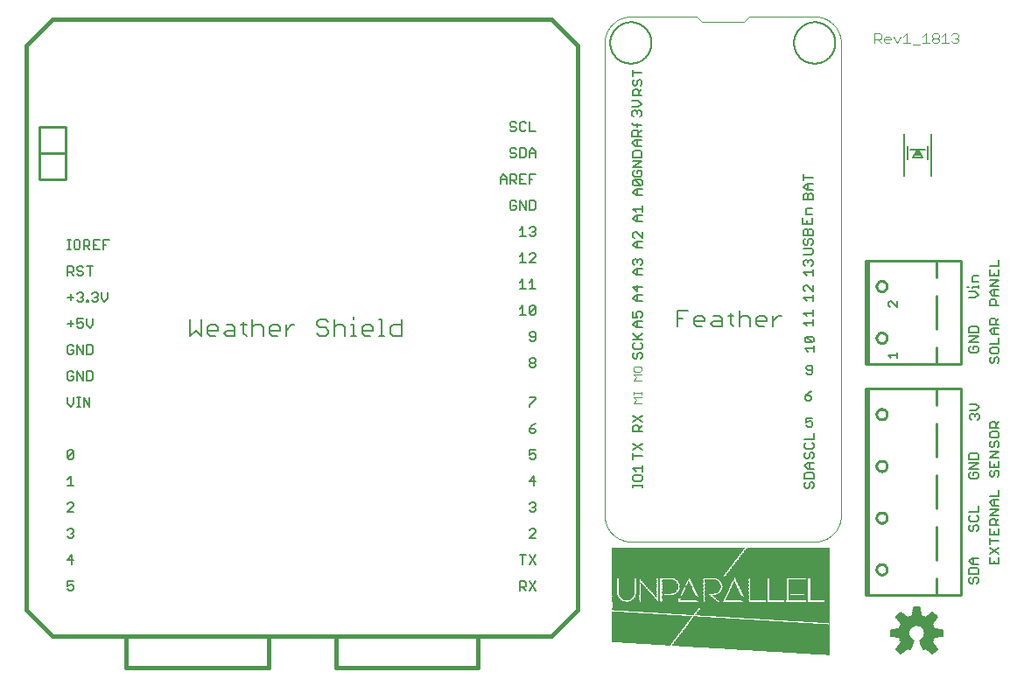
<source format=gto>
G75*
%MOIN*%
%OFA0B0*%
%FSLAX25Y25*%
%IPPOS*%
%LPD*%
%AMOC8*
5,1,8,0,0,1.08239X$1,22.5*
%
%ADD10C,0.00000*%
%ADD11C,0.00500*%
%ADD12C,0.00400*%
%ADD13C,0.01600*%
%ADD14C,0.00800*%
%ADD15C,0.00300*%
%ADD16C,0.00600*%
%ADD17C,0.01000*%
%ADD18C,0.00700*%
%ADD19R,0.00504X0.00031*%
%ADD20R,0.01008X0.00031*%
%ADD21R,0.01543X0.00031*%
%ADD22R,0.02079X0.00031*%
%ADD23R,0.02583X0.00031*%
%ADD24R,0.03118X0.00031*%
%ADD25R,0.03622X0.00031*%
%ADD26R,0.04157X0.00031*%
%ADD27R,0.04693X0.00031*%
%ADD28R,0.05197X0.00031*%
%ADD29R,0.05732X0.00031*%
%ADD30R,0.06268X0.00031*%
%ADD31R,0.06772X0.00031*%
%ADD32R,0.07307X0.00031*%
%ADD33R,0.07811X0.00031*%
%ADD34R,0.08346X0.00031*%
%ADD35R,0.08882X0.00031*%
%ADD36R,0.09386X0.00031*%
%ADD37R,0.09921X0.00031*%
%ADD38R,0.10457X0.00031*%
%ADD39R,0.10961X0.00031*%
%ADD40R,0.11496X0.00031*%
%ADD41R,0.12000X0.00031*%
%ADD42R,0.12535X0.00031*%
%ADD43R,0.13071X0.00031*%
%ADD44R,0.13575X0.00031*%
%ADD45R,0.14110X0.00031*%
%ADD46R,0.14614X0.00031*%
%ADD47R,0.15150X0.00031*%
%ADD48R,0.15685X0.00031*%
%ADD49R,0.16189X0.00031*%
%ADD50R,0.16724X0.00031*%
%ADD51R,0.17260X0.00031*%
%ADD52R,0.17764X0.00031*%
%ADD53R,0.18299X0.00031*%
%ADD54R,0.18803X0.00031*%
%ADD55R,0.19339X0.00031*%
%ADD56R,0.19874X0.00031*%
%ADD57R,0.20378X0.00031*%
%ADD58R,0.20913X0.00031*%
%ADD59R,0.21417X0.00031*%
%ADD60R,0.21953X0.00031*%
%ADD61R,0.22488X0.00031*%
%ADD62R,0.22992X0.00031*%
%ADD63R,0.23528X0.00031*%
%ADD64R,0.24063X0.00031*%
%ADD65R,0.24567X0.00031*%
%ADD66R,0.25102X0.00031*%
%ADD67R,0.25606X0.00031*%
%ADD68R,0.26142X0.00031*%
%ADD69R,0.26677X0.00031*%
%ADD70R,0.27181X0.00031*%
%ADD71R,0.27717X0.00031*%
%ADD72R,0.28252X0.00031*%
%ADD73R,0.28756X0.00031*%
%ADD74R,0.29291X0.00031*%
%ADD75R,0.29795X0.00031*%
%ADD76R,0.30331X0.00031*%
%ADD77R,0.30866X0.00031*%
%ADD78R,0.31370X0.00031*%
%ADD79R,0.31906X0.00031*%
%ADD80R,0.32409X0.00031*%
%ADD81R,0.32945X0.00031*%
%ADD82R,0.33480X0.00031*%
%ADD83R,0.33984X0.00031*%
%ADD84R,0.34520X0.00031*%
%ADD85R,0.35055X0.00031*%
%ADD86R,0.35559X0.00031*%
%ADD87R,0.36094X0.00031*%
%ADD88R,0.36598X0.00031*%
%ADD89R,0.37134X0.00031*%
%ADD90R,0.37669X0.00031*%
%ADD91R,0.38173X0.00031*%
%ADD92R,0.38709X0.00031*%
%ADD93R,0.39213X0.00031*%
%ADD94R,0.39748X0.00031*%
%ADD95R,0.40283X0.00031*%
%ADD96R,0.40787X0.00031*%
%ADD97R,0.41323X0.00031*%
%ADD98R,0.41858X0.00031*%
%ADD99R,0.42362X0.00031*%
%ADD100R,0.42898X0.00031*%
%ADD101R,0.43402X0.00031*%
%ADD102R,0.43937X0.00031*%
%ADD103R,0.44472X0.00031*%
%ADD104R,0.44976X0.00031*%
%ADD105R,0.45512X0.00031*%
%ADD106R,0.46047X0.00031*%
%ADD107R,0.46551X0.00031*%
%ADD108R,0.47087X0.00031*%
%ADD109R,0.47591X0.00031*%
%ADD110R,0.48126X0.00031*%
%ADD111R,0.48661X0.00031*%
%ADD112R,0.49165X0.00031*%
%ADD113R,0.49701X0.00031*%
%ADD114R,0.50205X0.00031*%
%ADD115R,0.50740X0.00031*%
%ADD116R,0.51276X0.00031*%
%ADD117R,0.51780X0.00031*%
%ADD118R,0.52315X0.00031*%
%ADD119R,0.52850X0.00031*%
%ADD120R,0.53354X0.00031*%
%ADD121R,0.53890X0.00031*%
%ADD122R,0.54394X0.00031*%
%ADD123R,0.54929X0.00031*%
%ADD124R,0.55465X0.00031*%
%ADD125R,0.55969X0.00031*%
%ADD126R,0.56504X0.00031*%
%ADD127R,0.57008X0.00031*%
%ADD128R,0.57543X0.00031*%
%ADD129R,0.58079X0.00031*%
%ADD130R,0.58583X0.00031*%
%ADD131R,0.59118X0.00031*%
%ADD132R,0.59654X0.00031*%
%ADD133R,0.60000X0.00031*%
%ADD134R,0.59969X0.00031*%
%ADD135R,0.00346X0.00031*%
%ADD136R,0.59937X0.00031*%
%ADD137R,0.00882X0.00031*%
%ADD138R,0.59906X0.00031*%
%ADD139R,0.01449X0.00031*%
%ADD140R,0.01984X0.00031*%
%ADD141R,0.59874X0.00031*%
%ADD142R,0.02551X0.00031*%
%ADD143R,0.59843X0.00031*%
%ADD144R,0.59811X0.00031*%
%ADD145R,0.04189X0.00031*%
%ADD146R,0.59780X0.00031*%
%ADD147R,0.04724X0.00031*%
%ADD148R,0.59748X0.00031*%
%ADD149R,0.05291X0.00031*%
%ADD150R,0.59717X0.00031*%
%ADD151R,0.05827X0.00031*%
%ADD152R,0.06362X0.00031*%
%ADD153R,0.59685X0.00031*%
%ADD154R,0.06929X0.00031*%
%ADD155R,0.07465X0.00031*%
%ADD156R,0.59622X0.00031*%
%ADD157R,0.08000X0.00031*%
%ADD158R,0.59591X0.00031*%
%ADD159R,0.08567X0.00031*%
%ADD160R,0.09102X0.00031*%
%ADD161R,0.59559X0.00031*%
%ADD162R,0.09669X0.00031*%
%ADD163R,0.59528X0.00031*%
%ADD164R,0.10236X0.00031*%
%ADD165R,0.59496X0.00031*%
%ADD166R,0.10740X0.00031*%
%ADD167R,0.11307X0.00031*%
%ADD168R,0.59465X0.00031*%
%ADD169R,0.11843X0.00031*%
%ADD170R,0.59433X0.00031*%
%ADD171R,0.12409X0.00031*%
%ADD172R,0.59402X0.00031*%
%ADD173R,0.12945X0.00031*%
%ADD174R,0.59370X0.00031*%
%ADD175R,0.13480X0.00031*%
%ADD176R,0.14047X0.00031*%
%ADD177R,0.59339X0.00031*%
%ADD178R,0.59307X0.00031*%
%ADD179R,0.15118X0.00031*%
%ADD180R,0.59276X0.00031*%
%ADD181R,0.16220X0.00031*%
%ADD182R,0.59244X0.00031*%
%ADD183R,0.16787X0.00031*%
%ADD184R,0.59213X0.00031*%
%ADD185R,0.17354X0.00031*%
%ADD186R,0.59181X0.00031*%
%ADD187R,0.17858X0.00031*%
%ADD188R,0.18425X0.00031*%
%ADD189R,0.59150X0.00031*%
%ADD190R,0.18961X0.00031*%
%ADD191R,0.19528X0.00031*%
%ADD192R,0.59087X0.00031*%
%ADD193R,0.20063X0.00031*%
%ADD194R,0.59055X0.00031*%
%ADD195R,0.20598X0.00031*%
%ADD196R,0.21165X0.00031*%
%ADD197R,0.59024X0.00031*%
%ADD198R,0.21732X0.00031*%
%ADD199R,0.58992X0.00031*%
%ADD200R,0.22236X0.00031*%
%ADD201R,0.58961X0.00031*%
%ADD202R,0.22803X0.00031*%
%ADD203R,0.23055X0.00031*%
%ADD204R,0.58929X0.00031*%
%ADD205R,0.23087X0.00031*%
%ADD206R,0.58898X0.00031*%
%ADD207R,0.23118X0.00031*%
%ADD208R,0.58866X0.00031*%
%ADD209R,0.23150X0.00031*%
%ADD210R,0.58835X0.00031*%
%ADD211R,0.23181X0.00031*%
%ADD212R,0.58803X0.00031*%
%ADD213R,0.23213X0.00031*%
%ADD214R,0.58772X0.00031*%
%ADD215R,0.58740X0.00031*%
%ADD216R,0.23244X0.00031*%
%ADD217R,0.23276X0.00031*%
%ADD218R,0.58709X0.00031*%
%ADD219R,0.23307X0.00031*%
%ADD220R,0.58677X0.00031*%
%ADD221R,0.58646X0.00031*%
%ADD222R,0.23339X0.00031*%
%ADD223R,0.23370X0.00031*%
%ADD224R,0.58614X0.00031*%
%ADD225R,0.23402X0.00031*%
%ADD226R,0.23433X0.00031*%
%ADD227R,0.58551X0.00031*%
%ADD228R,0.23465X0.00031*%
%ADD229R,0.58520X0.00031*%
%ADD230R,0.23496X0.00031*%
%ADD231R,0.58488X0.00031*%
%ADD232R,0.58457X0.00031*%
%ADD233R,0.58425X0.00031*%
%ADD234R,0.23559X0.00031*%
%ADD235R,0.23591X0.00031*%
%ADD236R,0.58394X0.00031*%
%ADD237R,0.23622X0.00031*%
%ADD238R,0.58362X0.00031*%
%ADD239R,0.58331X0.00031*%
%ADD240R,0.23654X0.00031*%
%ADD241R,0.23685X0.00031*%
%ADD242R,0.58299X0.00031*%
%ADD243R,0.23717X0.00031*%
%ADD244R,0.58268X0.00031*%
%ADD245R,0.23748X0.00031*%
%ADD246R,0.58236X0.00031*%
%ADD247R,0.23780X0.00031*%
%ADD248R,0.58205X0.00031*%
%ADD249R,0.23811X0.00031*%
%ADD250R,0.58173X0.00031*%
%ADD251R,0.23843X0.00031*%
%ADD252R,0.58142X0.00031*%
%ADD253R,0.58110X0.00031*%
%ADD254R,0.23874X0.00031*%
%ADD255R,0.23906X0.00031*%
%ADD256R,0.23937X0.00031*%
%ADD257R,0.58047X0.00031*%
%ADD258R,0.58016X0.00031*%
%ADD259R,0.23969X0.00031*%
%ADD260R,0.24000X0.00031*%
%ADD261R,0.57984X0.00031*%
%ADD262R,0.24031X0.00031*%
%ADD263R,0.57953X0.00031*%
%ADD264R,0.57921X0.00031*%
%ADD265R,0.24094X0.00031*%
%ADD266R,0.57890X0.00031*%
%ADD267R,0.24126X0.00031*%
%ADD268R,0.57858X0.00031*%
%ADD269R,0.24157X0.00031*%
%ADD270R,0.57827X0.00031*%
%ADD271R,0.57795X0.00031*%
%ADD272R,0.24189X0.00031*%
%ADD273R,0.24220X0.00031*%
%ADD274R,0.57764X0.00031*%
%ADD275R,0.24252X0.00031*%
%ADD276R,0.57732X0.00031*%
%ADD277R,0.24283X0.00031*%
%ADD278R,0.57701X0.00031*%
%ADD279R,0.24315X0.00031*%
%ADD280R,0.57669X0.00031*%
%ADD281R,0.24346X0.00031*%
%ADD282R,0.57638X0.00031*%
%ADD283R,0.24378X0.00031*%
%ADD284R,0.57606X0.00031*%
%ADD285R,0.24409X0.00031*%
%ADD286R,0.57575X0.00031*%
%ADD287R,0.24441X0.00031*%
%ADD288R,0.24472X0.00031*%
%ADD289R,0.57512X0.00031*%
%ADD290R,0.57480X0.00031*%
%ADD291R,0.24504X0.00031*%
%ADD292R,0.24535X0.00031*%
%ADD293R,0.57449X0.00031*%
%ADD294R,0.57417X0.00031*%
%ADD295R,0.24598X0.00031*%
%ADD296R,0.57386X0.00031*%
%ADD297R,0.24630X0.00031*%
%ADD298R,0.57354X0.00031*%
%ADD299R,0.24661X0.00031*%
%ADD300R,0.57323X0.00031*%
%ADD301R,0.24693X0.00031*%
%ADD302R,0.57291X0.00031*%
%ADD303R,0.57260X0.00031*%
%ADD304R,0.24724X0.00031*%
%ADD305R,0.24756X0.00031*%
%ADD306R,0.57228X0.00031*%
%ADD307R,0.24787X0.00031*%
%ADD308R,0.57197X0.00031*%
%ADD309R,0.57165X0.00031*%
%ADD310R,0.24819X0.00031*%
%ADD311R,0.24850X0.00031*%
%ADD312R,0.57134X0.00031*%
%ADD313R,0.24882X0.00031*%
%ADD314R,0.57102X0.00031*%
%ADD315R,0.24913X0.00031*%
%ADD316R,0.57071X0.00031*%
%ADD317R,0.24945X0.00031*%
%ADD318R,0.57039X0.00031*%
%ADD319R,0.24976X0.00031*%
%ADD320R,0.25008X0.00031*%
%ADD321R,0.56976X0.00031*%
%ADD322R,0.56945X0.00031*%
%ADD323R,0.25039X0.00031*%
%ADD324R,0.25071X0.00031*%
%ADD325R,0.56913X0.00031*%
%ADD326R,0.56882X0.00031*%
%ADD327R,0.56850X0.00031*%
%ADD328R,0.25134X0.00031*%
%ADD329R,0.25165X0.00031*%
%ADD330R,0.56819X0.00031*%
%ADD331R,0.25197X0.00031*%
%ADD332R,0.56787X0.00031*%
%ADD333R,0.25228X0.00031*%
%ADD334R,0.56756X0.00031*%
%ADD335R,0.25260X0.00031*%
%ADD336R,0.56724X0.00031*%
%ADD337R,0.25291X0.00031*%
%ADD338R,0.56693X0.00031*%
%ADD339R,0.25323X0.00031*%
%ADD340R,0.56661X0.00031*%
%ADD341R,0.56630X0.00031*%
%ADD342R,0.25354X0.00031*%
%ADD343R,0.25386X0.00031*%
%ADD344R,0.56598X0.00031*%
%ADD345R,0.25417X0.00031*%
%ADD346R,0.56567X0.00031*%
%ADD347R,0.56535X0.00031*%
%ADD348R,0.25449X0.00031*%
%ADD349R,0.25480X0.00031*%
%ADD350R,0.25512X0.00031*%
%ADD351R,0.56472X0.00031*%
%ADD352R,0.25543X0.00031*%
%ADD353R,0.56441X0.00031*%
%ADD354R,0.25575X0.00031*%
%ADD355R,0.56409X0.00031*%
%ADD356R,0.56378X0.00031*%
%ADD357R,0.25638X0.00031*%
%ADD358R,0.56346X0.00031*%
%ADD359R,0.56315X0.00031*%
%ADD360R,0.25669X0.00031*%
%ADD361R,0.25701X0.00031*%
%ADD362R,0.56283X0.00031*%
%ADD363R,0.25732X0.00031*%
%ADD364R,0.56252X0.00031*%
%ADD365R,0.56220X0.00031*%
%ADD366R,0.25764X0.00031*%
%ADD367R,0.25795X0.00031*%
%ADD368R,0.56189X0.00031*%
%ADD369R,0.25827X0.00031*%
%ADD370R,0.56157X0.00031*%
%ADD371R,0.25858X0.00031*%
%ADD372R,0.56126X0.00031*%
%ADD373R,0.25890X0.00031*%
%ADD374R,0.56094X0.00031*%
%ADD375R,0.25921X0.00031*%
%ADD376R,0.56063X0.00031*%
%ADD377R,0.25953X0.00031*%
%ADD378R,0.56031X0.00031*%
%ADD379R,0.56000X0.00031*%
%ADD380R,0.25984X0.00031*%
%ADD381R,0.26016X0.00031*%
%ADD382R,0.26047X0.00031*%
%ADD383R,0.55937X0.00031*%
%ADD384R,0.55906X0.00031*%
%ADD385R,0.26079X0.00031*%
%ADD386R,0.26110X0.00031*%
%ADD387R,0.55874X0.00031*%
%ADD388R,0.55843X0.00031*%
%ADD389R,0.26173X0.00031*%
%ADD390R,0.55811X0.00031*%
%ADD391R,0.26205X0.00031*%
%ADD392R,0.55780X0.00031*%
%ADD393R,0.26236X0.00031*%
%ADD394R,0.55748X0.00031*%
%ADD395R,0.26268X0.00031*%
%ADD396R,0.55717X0.00031*%
%ADD397R,0.55685X0.00031*%
%ADD398R,0.26299X0.00031*%
%ADD399R,0.26331X0.00031*%
%ADD400R,0.55654X0.00031*%
%ADD401R,0.26362X0.00031*%
%ADD402R,0.55622X0.00031*%
%ADD403R,0.26394X0.00031*%
%ADD404R,0.55591X0.00031*%
%ADD405R,0.26425X0.00031*%
%ADD406R,0.55559X0.00031*%
%ADD407R,0.26457X0.00031*%
%ADD408R,0.55528X0.00031*%
%ADD409R,0.26488X0.00031*%
%ADD410R,0.55496X0.00031*%
%ADD411R,0.26520X0.00031*%
%ADD412R,0.26551X0.00031*%
%ADD413R,0.55433X0.00031*%
%ADD414R,0.26583X0.00031*%
%ADD415R,0.55402X0.00031*%
%ADD416R,0.55370X0.00031*%
%ADD417R,0.26614X0.00031*%
%ADD418R,0.26646X0.00031*%
%ADD419R,0.55339X0.00031*%
%ADD420R,0.55307X0.00031*%
%ADD421R,0.26709X0.00031*%
%ADD422R,0.55276X0.00031*%
%ADD423R,0.26740X0.00031*%
%ADD424R,0.55244X0.00031*%
%ADD425R,0.26772X0.00031*%
%ADD426R,0.55213X0.00031*%
%ADD427R,0.26803X0.00031*%
%ADD428R,0.55181X0.00031*%
%ADD429R,0.55150X0.00031*%
%ADD430R,0.26835X0.00031*%
%ADD431R,0.26866X0.00031*%
%ADD432R,0.55118X0.00031*%
%ADD433R,0.26898X0.00031*%
%ADD434R,0.55087X0.00031*%
%ADD435R,0.55055X0.00031*%
%ADD436R,0.26929X0.00031*%
%ADD437R,0.26961X0.00031*%
%ADD438R,0.55024X0.00031*%
%ADD439R,0.26992X0.00031*%
%ADD440R,0.54992X0.00031*%
%ADD441R,0.27024X0.00031*%
%ADD442R,0.54961X0.00031*%
%ADD443R,0.27055X0.00031*%
%ADD444R,0.27087X0.00031*%
%ADD445R,0.54898X0.00031*%
%ADD446R,0.27118X0.00031*%
%ADD447R,0.54866X0.00031*%
%ADD448R,0.54835X0.00031*%
%ADD449R,0.27150X0.00031*%
%ADD450R,0.54803X0.00031*%
%ADD451R,0.27213X0.00031*%
%ADD452R,0.54772X0.00031*%
%ADD453R,0.54740X0.00031*%
%ADD454R,0.27244X0.00031*%
%ADD455R,0.27276X0.00031*%
%ADD456R,0.54709X0.00031*%
%ADD457R,0.27307X0.00031*%
%ADD458R,0.54677X0.00031*%
%ADD459R,0.27339X0.00031*%
%ADD460R,0.54646X0.00031*%
%ADD461R,0.27370X0.00031*%
%ADD462R,0.54614X0.00031*%
%ADD463R,0.27402X0.00031*%
%ADD464R,0.54583X0.00031*%
%ADD465R,0.27433X0.00031*%
%ADD466R,0.54551X0.00031*%
%ADD467R,0.54520X0.00031*%
%ADD468R,0.27465X0.00031*%
%ADD469R,0.27496X0.00031*%
%ADD470R,0.54488X0.00031*%
%ADD471R,0.27528X0.00031*%
%ADD472R,0.54457X0.00031*%
%ADD473R,0.54425X0.00031*%
%ADD474R,0.27559X0.00031*%
%ADD475R,0.27591X0.00031*%
%ADD476R,0.27622X0.00031*%
%ADD477R,0.54362X0.00031*%
%ADD478R,0.27654X0.00031*%
%ADD479R,0.54331X0.00031*%
%ADD480R,0.27685X0.00031*%
%ADD481R,0.54299X0.00031*%
%ADD482R,0.54268X0.00031*%
%ADD483R,0.27748X0.00031*%
%ADD484R,0.54236X0.00031*%
%ADD485R,0.54205X0.00031*%
%ADD486R,0.27780X0.00031*%
%ADD487R,0.27811X0.00031*%
%ADD488R,0.54173X0.00031*%
%ADD489R,0.27843X0.00031*%
%ADD490R,0.54142X0.00031*%
%ADD491R,0.54110X0.00031*%
%ADD492R,0.27874X0.00031*%
%ADD493R,0.27906X0.00031*%
%ADD494R,0.54079X0.00031*%
%ADD495R,0.27937X0.00031*%
%ADD496R,0.54047X0.00031*%
%ADD497R,0.27969X0.00031*%
%ADD498R,0.54016X0.00031*%
%ADD499R,0.28000X0.00031*%
%ADD500R,0.53701X0.00031*%
%ADD501R,0.00157X0.00031*%
%ADD502R,0.28031X0.00031*%
%ADD503R,0.53134X0.00031*%
%ADD504R,0.00126X0.00031*%
%ADD505R,0.28063X0.00031*%
%ADD506R,0.52598X0.00031*%
%ADD507R,0.52031X0.00031*%
%ADD508R,0.28094X0.00031*%
%ADD509R,0.51496X0.00031*%
%ADD510R,0.28126X0.00031*%
%ADD511R,0.50961X0.00031*%
%ADD512R,0.28157X0.00031*%
%ADD513R,0.50394X0.00031*%
%ADD514R,0.49827X0.00031*%
%ADD515R,0.28189X0.00031*%
%ADD516R,0.49323X0.00031*%
%ADD517R,0.28220X0.00031*%
%ADD518R,0.48756X0.00031*%
%ADD519R,0.48220X0.00031*%
%ADD520R,0.28283X0.00031*%
%ADD521R,0.47654X0.00031*%
%ADD522R,0.47118X0.00031*%
%ADD523R,0.28315X0.00031*%
%ADD524R,0.46583X0.00031*%
%ADD525R,0.28346X0.00031*%
%ADD526R,0.46016X0.00031*%
%ADD527R,0.28378X0.00031*%
%ADD528R,0.45480X0.00031*%
%ADD529R,0.44913X0.00031*%
%ADD530R,0.28409X0.00031*%
%ADD531R,0.44378X0.00031*%
%ADD532R,0.28441X0.00031*%
%ADD533R,0.43843X0.00031*%
%ADD534R,0.28472X0.00031*%
%ADD535R,0.43276X0.00031*%
%ADD536R,0.28504X0.00031*%
%ADD537R,0.42740X0.00031*%
%ADD538R,0.42205X0.00031*%
%ADD539R,0.28535X0.00031*%
%ADD540R,0.41638X0.00031*%
%ADD541R,0.28567X0.00031*%
%ADD542R,0.41102X0.00031*%
%ADD543R,0.28598X0.00031*%
%ADD544R,0.40535X0.00031*%
%ADD545R,0.00630X0.00031*%
%ADD546R,0.40000X0.00031*%
%ADD547R,0.01134X0.00031*%
%ADD548R,0.28630X0.00031*%
%ADD549R,0.39465X0.00031*%
%ADD550R,0.01669X0.00031*%
%ADD551R,0.28661X0.00031*%
%ADD552R,0.38898X0.00031*%
%ADD553R,0.02173X0.00031*%
%ADD554R,0.28693X0.00031*%
%ADD555R,0.38362X0.00031*%
%ADD556R,0.02709X0.00031*%
%ADD557R,0.37795X0.00031*%
%ADD558R,0.03244X0.00031*%
%ADD559R,0.28724X0.00031*%
%ADD560R,0.37260X0.00031*%
%ADD561R,0.03748X0.00031*%
%ADD562R,0.36724X0.00031*%
%ADD563R,0.04283X0.00031*%
%ADD564R,0.28787X0.00031*%
%ADD565R,0.36157X0.00031*%
%ADD566R,0.04787X0.00031*%
%ADD567R,0.28819X0.00031*%
%ADD568R,0.35622X0.00031*%
%ADD569R,0.05323X0.00031*%
%ADD570R,0.35087X0.00031*%
%ADD571R,0.05858X0.00031*%
%ADD572R,0.28850X0.00031*%
%ADD573R,0.28882X0.00031*%
%ADD574R,0.06898X0.00031*%
%ADD575R,0.28913X0.00031*%
%ADD576R,0.33417X0.00031*%
%ADD577R,0.07433X0.00031*%
%ADD578R,0.32850X0.00031*%
%ADD579R,0.07937X0.00031*%
%ADD580R,0.28945X0.00031*%
%ADD581R,0.32346X0.00031*%
%ADD582R,0.08472X0.00031*%
%ADD583R,0.28976X0.00031*%
%ADD584R,0.31780X0.00031*%
%ADD585R,0.08976X0.00031*%
%ADD586R,0.29008X0.00031*%
%ADD587R,0.31244X0.00031*%
%ADD588R,0.09512X0.00031*%
%ADD589R,0.30677X0.00031*%
%ADD590R,0.10047X0.00031*%
%ADD591R,0.29039X0.00031*%
%ADD592R,0.30142X0.00031*%
%ADD593R,0.10551X0.00031*%
%ADD594R,0.29071X0.00031*%
%ADD595R,0.29606X0.00031*%
%ADD596R,0.11087X0.00031*%
%ADD597R,0.29102X0.00031*%
%ADD598R,0.11591X0.00031*%
%ADD599R,0.29134X0.00031*%
%ADD600R,0.12126X0.00031*%
%ADD601R,0.12661X0.00031*%
%ADD602R,0.29165X0.00031*%
%ADD603R,0.13165X0.00031*%
%ADD604R,0.29197X0.00031*%
%ADD605R,0.13701X0.00031*%
%ADD606R,0.29228X0.00031*%
%ADD607R,0.14236X0.00031*%
%ADD608R,0.14740X0.00031*%
%ADD609R,0.29260X0.00031*%
%ADD610R,0.15276X0.00031*%
%ADD611R,0.15780X0.00031*%
%ADD612R,0.29323X0.00031*%
%ADD613R,0.16315X0.00031*%
%ADD614R,0.16850X0.00031*%
%ADD615R,0.29354X0.00031*%
%ADD616R,0.23024X0.00031*%
%ADD617R,0.29386X0.00031*%
%ADD618R,0.17890X0.00031*%
%ADD619R,0.29417X0.00031*%
%ADD620R,0.21921X0.00031*%
%ADD621R,0.18394X0.00031*%
%ADD622R,0.29449X0.00031*%
%ADD623R,0.21386X0.00031*%
%ADD624R,0.18929X0.00031*%
%ADD625R,0.20850X0.00031*%
%ADD626R,0.19465X0.00031*%
%ADD627R,0.29480X0.00031*%
%ADD628R,0.20283X0.00031*%
%ADD629R,0.19969X0.00031*%
%ADD630R,0.29512X0.00031*%
%ADD631R,0.19748X0.00031*%
%ADD632R,0.20504X0.00031*%
%ADD633R,0.29543X0.00031*%
%ADD634R,0.19181X0.00031*%
%ADD635R,0.21008X0.00031*%
%ADD636R,0.18646X0.00031*%
%ADD637R,0.21543X0.00031*%
%ADD638R,0.29575X0.00031*%
%ADD639R,0.18110X0.00031*%
%ADD640R,0.22079X0.00031*%
%ADD641R,0.17543X0.00031*%
%ADD642R,0.22583X0.00031*%
%ADD643R,0.29638X0.00031*%
%ADD644R,0.17008X0.00031*%
%ADD645R,0.16441X0.00031*%
%ADD646R,0.29669X0.00031*%
%ADD647R,0.15937X0.00031*%
%ADD648R,0.29701X0.00031*%
%ADD649R,0.15370X0.00031*%
%ADD650R,0.29732X0.00031*%
%ADD651R,0.14803X0.00031*%
%ADD652R,0.29764X0.00031*%
%ADD653R,0.14268X0.00031*%
%ADD654R,0.13732X0.00031*%
%ADD655R,0.29827X0.00031*%
%ADD656R,0.12630X0.00031*%
%ADD657R,0.29858X0.00031*%
%ADD658R,0.12063X0.00031*%
%ADD659R,0.11528X0.00031*%
%ADD660R,0.29890X0.00031*%
%ADD661R,0.10992X0.00031*%
%ADD662R,0.29921X0.00031*%
%ADD663R,0.10425X0.00031*%
%ADD664R,0.29953X0.00031*%
%ADD665R,0.09890X0.00031*%
%ADD666R,0.09323X0.00031*%
%ADD667R,0.30457X0.00031*%
%ADD668R,0.29984X0.00031*%
%ADD669R,0.08819X0.00031*%
%ADD670R,0.30961X0.00031*%
%ADD671R,0.30016X0.00031*%
%ADD672R,0.08252X0.00031*%
%ADD673R,0.31496X0.00031*%
%ADD674R,0.30047X0.00031*%
%ADD675R,0.07685X0.00031*%
%ADD676R,0.32000X0.00031*%
%ADD677R,0.30079X0.00031*%
%ADD678R,0.07150X0.00031*%
%ADD679R,0.32535X0.00031*%
%ADD680R,0.06614X0.00031*%
%ADD681R,0.33071X0.00031*%
%ADD682R,0.30110X0.00031*%
%ADD683R,0.06047X0.00031*%
%ADD684R,0.33575X0.00031*%
%ADD685R,0.05512X0.00031*%
%ADD686R,0.34110X0.00031*%
%ADD687R,0.30173X0.00031*%
%ADD688R,0.04945X0.00031*%
%ADD689R,0.34614X0.00031*%
%ADD690R,0.04409X0.00031*%
%ADD691R,0.35150X0.00031*%
%ADD692R,0.30205X0.00031*%
%ADD693R,0.03874X0.00031*%
%ADD694R,0.35685X0.00031*%
%ADD695R,0.30236X0.00031*%
%ADD696R,0.03307X0.00031*%
%ADD697R,0.36189X0.00031*%
%ADD698R,0.30268X0.00031*%
%ADD699R,0.02772X0.00031*%
%ADD700R,0.02205X0.00031*%
%ADD701R,0.37228X0.00031*%
%ADD702R,0.30299X0.00031*%
%ADD703R,0.01701X0.00031*%
%ADD704R,0.37764X0.00031*%
%ADD705R,0.38299X0.00031*%
%ADD706R,0.30362X0.00031*%
%ADD707R,0.00567X0.00031*%
%ADD708R,0.38803X0.00031*%
%ADD709R,0.30394X0.00031*%
%ADD710R,0.00031X0.00031*%
%ADD711R,0.39339X0.00031*%
%ADD712R,0.39874X0.00031*%
%ADD713R,0.40378X0.00031*%
%ADD714R,0.40913X0.00031*%
%ADD715R,0.41417X0.00031*%
%ADD716R,0.41953X0.00031*%
%ADD717R,0.42488X0.00031*%
%ADD718R,0.42992X0.00031*%
%ADD719R,0.43528X0.00031*%
%ADD720R,0.44031X0.00031*%
%ADD721R,0.44567X0.00031*%
%ADD722R,0.45102X0.00031*%
%ADD723R,0.45606X0.00031*%
%ADD724R,0.46142X0.00031*%
%ADD725R,0.46646X0.00031*%
%ADD726R,0.47181X0.00031*%
%ADD727R,0.22961X0.00031*%
%ADD728R,0.47717X0.00031*%
%ADD729R,0.22425X0.00031*%
%ADD730R,0.49291X0.00031*%
%ADD731R,0.20882X0.00031*%
%ADD732R,0.49795X0.00031*%
%ADD733R,0.20346X0.00031*%
%ADD734R,0.50331X0.00031*%
%ADD735R,0.19811X0.00031*%
%ADD736R,0.50835X0.00031*%
%ADD737R,0.19307X0.00031*%
%ADD738R,0.51055X0.00031*%
%ADD739R,0.18772X0.00031*%
%ADD740R,0.51024X0.00031*%
%ADD741R,0.18236X0.00031*%
%ADD742R,0.50992X0.00031*%
%ADD743R,0.17732X0.00031*%
%ADD744R,0.01071X0.00031*%
%ADD745R,0.17197X0.00031*%
%ADD746R,0.01575X0.00031*%
%ADD747R,0.50929X0.00031*%
%ADD748R,0.16693X0.00031*%
%ADD749R,0.02142X0.00031*%
%ADD750R,0.16157X0.00031*%
%ADD751R,0.50898X0.00031*%
%ADD752R,0.15622X0.00031*%
%ADD753R,0.50866X0.00031*%
%ADD754R,0.03780X0.00031*%
%ADD755R,0.14583X0.00031*%
%ADD756R,0.04346X0.00031*%
%ADD757R,0.14079X0.00031*%
%ADD758R,0.04882X0.00031*%
%ADD759R,0.50803X0.00031*%
%ADD760R,0.13543X0.00031*%
%ADD761R,0.05449X0.00031*%
%ADD762R,0.50772X0.00031*%
%ADD763R,0.13008X0.00031*%
%ADD764R,0.05984X0.00031*%
%ADD765R,0.12504X0.00031*%
%ADD766R,0.06520X0.00031*%
%ADD767R,0.11969X0.00031*%
%ADD768R,0.07087X0.00031*%
%ADD769R,0.50709X0.00031*%
%ADD770R,0.11433X0.00031*%
%ADD771R,0.07622X0.00031*%
%ADD772R,0.50677X0.00031*%
%ADD773R,0.10929X0.00031*%
%ADD774R,0.08189X0.00031*%
%ADD775R,0.50646X0.00031*%
%ADD776R,0.10394X0.00031*%
%ADD777R,0.08693X0.00031*%
%ADD778R,0.50614X0.00031*%
%ADD779R,0.09260X0.00031*%
%ADD780R,0.09354X0.00031*%
%ADD781R,0.09827X0.00031*%
%ADD782R,0.50583X0.00031*%
%ADD783R,0.10362X0.00031*%
%ADD784R,0.50551X0.00031*%
%ADD785R,0.08315X0.00031*%
%ADD786R,0.10898X0.00031*%
%ADD787R,0.50520X0.00031*%
%ADD788R,0.07780X0.00031*%
%ADD789R,0.07276X0.00031*%
%ADD790R,0.50488X0.00031*%
%ADD791R,0.06740X0.00031*%
%ADD792R,0.12567X0.00031*%
%ADD793R,0.50457X0.00031*%
%ADD794R,0.06205X0.00031*%
%ADD795R,0.13102X0.00031*%
%ADD796R,0.50425X0.00031*%
%ADD797R,0.05701X0.00031*%
%ADD798R,0.13638X0.00031*%
%ADD799R,0.05165X0.00031*%
%ADD800R,0.14205X0.00031*%
%ADD801R,0.04661X0.00031*%
%ADD802R,0.50362X0.00031*%
%ADD803R,0.04126X0.00031*%
%ADD804R,0.15307X0.00031*%
%ADD805R,0.03591X0.00031*%
%ADD806R,0.15811X0.00031*%
%ADD807R,0.50299X0.00031*%
%ADD808R,0.03087X0.00031*%
%ADD809R,0.16378X0.00031*%
%ADD810R,0.16945X0.00031*%
%ADD811R,0.50268X0.00031*%
%ADD812R,0.02016X0.00031*%
%ADD813R,0.17480X0.00031*%
%ADD814R,0.50236X0.00031*%
%ADD815R,0.01512X0.00031*%
%ADD816R,0.18016X0.00031*%
%ADD817R,0.00976X0.00031*%
%ADD818R,0.18551X0.00031*%
%ADD819R,0.00472X0.00031*%
%ADD820R,0.19118X0.00031*%
%ADD821R,0.50173X0.00031*%
%ADD822R,0.19685X0.00031*%
%ADD823R,0.50142X0.00031*%
%ADD824R,0.20220X0.00031*%
%ADD825R,0.50110X0.00031*%
%ADD826R,0.20756X0.00031*%
%ADD827R,0.21291X0.00031*%
%ADD828R,0.50079X0.00031*%
%ADD829R,0.21858X0.00031*%
%ADD830R,0.50047X0.00031*%
%ADD831R,0.50016X0.00031*%
%ADD832R,0.22929X0.00031*%
%ADD833R,0.49984X0.00031*%
%ADD834R,0.49953X0.00031*%
%ADD835R,0.49921X0.00031*%
%ADD836R,0.49890X0.00031*%
%ADD837R,0.49858X0.00031*%
%ADD838R,0.49764X0.00031*%
%ADD839R,0.49732X0.00031*%
%ADD840R,0.49669X0.00031*%
%ADD841R,0.30614X0.00031*%
%ADD842R,0.31181X0.00031*%
%ADD843R,0.49638X0.00031*%
%ADD844R,0.31717X0.00031*%
%ADD845R,0.49606X0.00031*%
%ADD846R,0.32252X0.00031*%
%ADD847R,0.49575X0.00031*%
%ADD848R,0.32441X0.00031*%
%ADD849R,0.49543X0.00031*%
%ADD850R,0.32472X0.00031*%
%ADD851R,0.49512X0.00031*%
%ADD852R,0.32504X0.00031*%
%ADD853R,0.49480X0.00031*%
%ADD854R,0.49449X0.00031*%
%ADD855R,0.32567X0.00031*%
%ADD856R,0.49417X0.00031*%
%ADD857R,0.32598X0.00031*%
%ADD858R,0.49386X0.00031*%
%ADD859R,0.49354X0.00031*%
%ADD860R,0.32630X0.00031*%
%ADD861R,0.32661X0.00031*%
%ADD862R,0.32693X0.00031*%
%ADD863R,0.49260X0.00031*%
%ADD864R,0.32724X0.00031*%
%ADD865R,0.32756X0.00031*%
%ADD866R,0.49228X0.00031*%
%ADD867R,0.32787X0.00031*%
%ADD868R,0.49197X0.00031*%
%ADD869R,0.32819X0.00031*%
%ADD870R,0.49134X0.00031*%
%ADD871R,0.32882X0.00031*%
%ADD872R,0.49102X0.00031*%
%ADD873R,0.82898X0.00031*%
%ADD874R,0.04220X0.00031*%
%ADD875R,0.05606X0.00031*%
%ADD876R,0.01354X0.00031*%
%ADD877R,0.00787X0.00031*%
%ADD878R,0.01323X0.00031*%
%ADD879R,0.00756X0.00031*%
%ADD880R,0.00724X0.00031*%
%ADD881R,0.01921X0.00031*%
%ADD882R,0.04976X0.00031*%
%ADD883R,0.04031X0.00031*%
%ADD884R,0.06583X0.00031*%
%ADD885R,0.00819X0.00031*%
%ADD886R,0.01417X0.00031*%
%ADD887R,0.00850X0.00031*%
%ADD888R,0.01386X0.00031*%
%ADD889R,0.04819X0.00031*%
%ADD890R,0.06551X0.00031*%
%ADD891R,0.01480X0.00031*%
%ADD892R,0.04630X0.00031*%
%ADD893R,0.00913X0.00031*%
%ADD894R,0.05638X0.00031*%
%ADD895R,0.04598X0.00031*%
%ADD896R,0.04567X0.00031*%
%ADD897R,0.06488X0.00031*%
%ADD898R,0.01606X0.00031*%
%ADD899R,0.04472X0.00031*%
%ADD900R,0.03528X0.00031*%
%ADD901R,0.06457X0.00031*%
%ADD902R,0.05669X0.00031*%
%ADD903R,0.04535X0.00031*%
%ADD904R,0.01638X0.00031*%
%ADD905R,0.04378X0.00031*%
%ADD906R,0.03433X0.00031*%
%ADD907R,0.06425X0.00031*%
%ADD908R,0.01732X0.00031*%
%ADD909R,0.01102X0.00031*%
%ADD910R,0.03370X0.00031*%
%ADD911R,0.06394X0.00031*%
%ADD912R,0.01795X0.00031*%
%ADD913R,0.04441X0.00031*%
%ADD914R,0.01197X0.00031*%
%ADD915R,0.01764X0.00031*%
%ADD916R,0.03276X0.00031*%
%ADD917R,0.01858X0.00031*%
%ADD918R,0.01228X0.00031*%
%ADD919R,0.01827X0.00031*%
%ADD920R,0.03213X0.00031*%
%ADD921R,0.01291X0.00031*%
%ADD922R,0.01890X0.00031*%
%ADD923R,0.04063X0.00031*%
%ADD924R,0.06331X0.00031*%
%ADD925R,0.01953X0.00031*%
%ADD926R,0.04000X0.00031*%
%ADD927R,0.03055X0.00031*%
%ADD928R,0.06299X0.00031*%
%ADD929R,0.05764X0.00031*%
%ADD930R,0.02047X0.00031*%
%ADD931R,0.03937X0.00031*%
%ADD932R,0.02992X0.00031*%
%ADD933R,0.02110X0.00031*%
%ADD934R,0.04252X0.00031*%
%ADD935R,0.02929X0.00031*%
%ADD936R,0.06236X0.00031*%
%ADD937R,0.05795X0.00031*%
%ADD938R,0.03811X0.00031*%
%ADD939R,0.02898X0.00031*%
%ADD940R,0.02236X0.00031*%
%ADD941R,0.02835X0.00031*%
%ADD942R,0.06173X0.00031*%
%ADD943R,0.02299X0.00031*%
%ADD944R,0.03717X0.00031*%
%ADD945R,0.06142X0.00031*%
%ADD946R,0.02362X0.00031*%
%ADD947R,0.04094X0.00031*%
%ADD948R,0.03654X0.00031*%
%ADD949R,0.02740X0.00031*%
%ADD950R,0.06110X0.00031*%
%ADD951R,0.02425X0.00031*%
%ADD952R,0.02677X0.00031*%
%ADD953R,0.06079X0.00031*%
%ADD954R,0.02520X0.00031*%
%ADD955R,0.02488X0.00031*%
%ADD956R,0.03559X0.00031*%
%ADD957R,0.02614X0.00031*%
%ADD958R,0.05890X0.00031*%
%ADD959R,0.02646X0.00031*%
%ADD960R,0.03969X0.00031*%
%ADD961R,0.03465X0.00031*%
%ADD962R,0.06016X0.00031*%
%ADD963R,0.05921X0.00031*%
%ADD964R,0.03906X0.00031*%
%ADD965R,0.03402X0.00031*%
%ADD966R,0.00661X0.00031*%
%ADD967R,0.02457X0.00031*%
%ADD968R,0.05953X0.00031*%
%ADD969R,0.08756X0.00031*%
%ADD970R,0.03843X0.00031*%
%ADD971R,0.07370X0.00031*%
%ADD972R,0.07654X0.00031*%
%ADD973R,0.03339X0.00031*%
%ADD974R,0.08724X0.00031*%
%ADD975R,0.02331X0.00031*%
%ADD976R,0.03685X0.00031*%
%ADD977R,0.02268X0.00031*%
%ADD978R,0.08661X0.00031*%
%ADD979R,0.03150X0.00031*%
%ADD980R,0.02394X0.00031*%
%ADD981R,0.08630X0.00031*%
%ADD982R,0.03496X0.00031*%
%ADD983R,0.08598X0.00031*%
%ADD984R,0.03024X0.00031*%
%ADD985R,0.02866X0.00031*%
%ADD986R,0.02961X0.00031*%
%ADD987R,0.05575X0.00031*%
%ADD988R,0.08535X0.00031*%
%ADD989R,0.03181X0.00031*%
%ADD990R,0.05543X0.00031*%
%ADD991R,0.08504X0.00031*%
%ADD992R,0.05480X0.00031*%
%ADD993R,0.02803X0.00031*%
%ADD994R,0.05417X0.00031*%
%ADD995R,0.08441X0.00031*%
%ADD996R,0.05386X0.00031*%
%ADD997R,0.05354X0.00031*%
%ADD998R,0.08409X0.00031*%
%ADD999R,0.05260X0.00031*%
%ADD1000R,0.08378X0.00031*%
%ADD1001R,0.05228X0.00031*%
%ADD1002R,0.04315X0.00031*%
%ADD1003R,0.05134X0.00031*%
%ADD1004R,0.08913X0.00031*%
%ADD1005R,0.05102X0.00031*%
%ADD1006R,0.08283X0.00031*%
%ADD1007R,0.05071X0.00031*%
%ADD1008R,0.09039X0.00031*%
%ADD1009R,0.04504X0.00031*%
%ADD1010R,0.05039X0.00031*%
%ADD1011R,0.15528X0.00031*%
%ADD1012R,0.05008X0.00031*%
%ADD1013R,0.08220X0.00031*%
%ADD1014R,0.13827X0.00031*%
%ADD1015R,0.04913X0.00031*%
%ADD1016R,0.13764X0.00031*%
%ADD1017R,0.04756X0.00031*%
%ADD1018R,0.04850X0.00031*%
%ADD1019R,0.00063X0.00031*%
%ADD1020R,0.00094X0.00031*%
%ADD1021R,0.13417X0.00031*%
%ADD1022R,0.13354X0.00031*%
%ADD1023R,0.00189X0.00031*%
%ADD1024R,0.13291X0.00031*%
%ADD1025R,0.00220X0.00031*%
%ADD1026R,0.00252X0.00031*%
%ADD1027R,0.00283X0.00031*%
%ADD1028R,0.07213X0.00031*%
%ADD1029R,0.00315X0.00031*%
%ADD1030R,0.01260X0.00031*%
%ADD1031R,0.07024X0.00031*%
%ADD1032R,0.00378X0.00031*%
%ADD1033R,0.06961X0.00031*%
%ADD1034R,0.00409X0.00031*%
%ADD1035R,0.00441X0.00031*%
%ADD1036R,0.06835X0.00031*%
%ADD1037R,0.00535X0.00031*%
%ADD1038R,0.06803X0.00031*%
%ADD1039R,0.01165X0.00031*%
%ADD1040R,0.00598X0.00031*%
%ADD1041R,0.00693X0.00031*%
%ADD1042R,0.00945X0.00031*%
%ADD1043R,0.01039X0.00031*%
%ADD1044R,0.06677X0.00031*%
%ADD1045R,0.07055X0.00031*%
%ADD1046R,0.07244X0.00031*%
%ADD1047R,0.07496X0.00031*%
%ADD1048R,0.17134X0.00031*%
%ADD1049R,0.36126X0.00031*%
%ADD1050R,0.39937X0.00031*%
%ADD1051R,0.42866X0.00031*%
%ADD1052R,0.39906X0.00031*%
%ADD1053R,0.42835X0.00031*%
%ADD1054R,0.42803X0.00031*%
%ADD1055R,0.39843X0.00031*%
%ADD1056R,0.42772X0.00031*%
%ADD1057R,0.39811X0.00031*%
%ADD1058R,0.39780X0.00031*%
%ADD1059R,0.42709X0.00031*%
%ADD1060R,0.42677X0.00031*%
%ADD1061R,0.42646X0.00031*%
%ADD1062R,0.39717X0.00031*%
%ADD1063R,0.42614X0.00031*%
%ADD1064R,0.39685X0.00031*%
%ADD1065R,0.42583X0.00031*%
%ADD1066R,0.39654X0.00031*%
%ADD1067R,0.42551X0.00031*%
%ADD1068R,0.42520X0.00031*%
%ADD1069R,0.39622X0.00031*%
%ADD1070R,0.39591X0.00031*%
%ADD1071R,0.42457X0.00031*%
%ADD1072R,0.39559X0.00031*%
%ADD1073R,0.42425X0.00031*%
%ADD1074R,0.39528X0.00031*%
%ADD1075R,0.39496X0.00031*%
%ADD1076R,0.39433X0.00031*%
%ADD1077R,0.39402X0.00031*%
%ADD1078R,0.39370X0.00031*%
%ADD1079R,0.39307X0.00031*%
%ADD1080R,0.39276X0.00031*%
%ADD1081R,0.39244X0.00031*%
%ADD1082R,0.39181X0.00031*%
%ADD1083R,0.39150X0.00031*%
%ADD1084R,0.39118X0.00031*%
%ADD1085R,0.39087X0.00031*%
%ADD1086R,0.42929X0.00031*%
%ADD1087R,0.39055X0.00031*%
%ADD1088R,0.39024X0.00031*%
%ADD1089R,0.42961X0.00031*%
%ADD1090R,0.38992X0.00031*%
%ADD1091R,0.43024X0.00031*%
%ADD1092R,0.38961X0.00031*%
%ADD1093R,0.43055X0.00031*%
%ADD1094R,0.38929X0.00031*%
%ADD1095R,0.43087X0.00031*%
%ADD1096R,0.43118X0.00031*%
%ADD1097R,0.38866X0.00031*%
%ADD1098R,0.43150X0.00031*%
%ADD1099R,0.38835X0.00031*%
%ADD1100R,0.43181X0.00031*%
%ADD1101R,0.43213X0.00031*%
%ADD1102R,0.38772X0.00031*%
%ADD1103R,0.43244X0.00031*%
%ADD1104R,0.38740X0.00031*%
%ADD1105R,0.43307X0.00031*%
%ADD1106R,0.38677X0.00031*%
%ADD1107R,0.43339X0.00031*%
%ADD1108R,0.38646X0.00031*%
%ADD1109R,0.43370X0.00031*%
%ADD1110R,0.38614X0.00031*%
%ADD1111R,0.38583X0.00031*%
%ADD1112R,0.43433X0.00031*%
%ADD1113R,0.38551X0.00031*%
%ADD1114R,0.43465X0.00031*%
%ADD1115R,0.38520X0.00031*%
%ADD1116R,0.38488X0.00031*%
%ADD1117R,0.43496X0.00031*%
%ADD1118R,0.38457X0.00031*%
%ADD1119R,0.43559X0.00031*%
%ADD1120R,0.38425X0.00031*%
%ADD1121R,0.38394X0.00031*%
%ADD1122R,0.43591X0.00031*%
%ADD1123R,0.43622X0.00031*%
%ADD1124R,0.43654X0.00031*%
%ADD1125R,0.38331X0.00031*%
%ADD1126R,0.43685X0.00031*%
%ADD1127R,0.43717X0.00031*%
%ADD1128R,0.38268X0.00031*%
%ADD1129R,0.43748X0.00031*%
%ADD1130R,0.38236X0.00031*%
%ADD1131R,0.43780X0.00031*%
%ADD1132R,0.38205X0.00031*%
%ADD1133R,0.43811X0.00031*%
%ADD1134R,0.38142X0.00031*%
%ADD1135R,0.43874X0.00031*%
%ADD1136R,0.38110X0.00031*%
%ADD1137R,0.43906X0.00031*%
%ADD1138R,0.38079X0.00031*%
%ADD1139R,0.38047X0.00031*%
%ADD1140R,0.43969X0.00031*%
%ADD1141R,0.38016X0.00031*%
%ADD1142R,0.44000X0.00031*%
%ADD1143R,0.37984X0.00031*%
%ADD1144R,0.37953X0.00031*%
%ADD1145R,0.44063X0.00031*%
%ADD1146R,0.37921X0.00031*%
%ADD1147R,0.44094X0.00031*%
%ADD1148R,0.37890X0.00031*%
%ADD1149R,0.37858X0.00031*%
%ADD1150R,0.44126X0.00031*%
%ADD1151R,0.44157X0.00031*%
%ADD1152R,0.37827X0.00031*%
%ADD1153R,0.44189X0.00031*%
%ADD1154R,0.44220X0.00031*%
%ADD1155R,0.44252X0.00031*%
%ADD1156R,0.37732X0.00031*%
%ADD1157R,0.44283X0.00031*%
%ADD1158R,0.37701X0.00031*%
%ADD1159R,0.44315X0.00031*%
%ADD1160R,0.37638X0.00031*%
%ADD1161R,0.44346X0.00031*%
%ADD1162R,0.37606X0.00031*%
%ADD1163R,0.44409X0.00031*%
%ADD1164R,0.37575X0.00031*%
%ADD1165R,0.37543X0.00031*%
%ADD1166R,0.44441X0.00031*%
%ADD1167R,0.37512X0.00031*%
%ADD1168R,0.44504X0.00031*%
%ADD1169R,0.37480X0.00031*%
%ADD1170R,0.44535X0.00031*%
%ADD1171R,0.37449X0.00031*%
%ADD1172R,0.37417X0.00031*%
%ADD1173R,0.44598X0.00031*%
%ADD1174R,0.37386X0.00031*%
%ADD1175R,0.44630X0.00031*%
%ADD1176R,0.37354X0.00031*%
%ADD1177R,0.37323X0.00031*%
%ADD1178R,0.44661X0.00031*%
%ADD1179R,0.44693X0.00031*%
%ADD1180R,0.37291X0.00031*%
%ADD1181R,0.44724X0.00031*%
%ADD1182R,0.44756X0.00031*%
%ADD1183R,0.44787X0.00031*%
%ADD1184R,0.37197X0.00031*%
%ADD1185R,0.44819X0.00031*%
%ADD1186R,0.37165X0.00031*%
%ADD1187R,0.44850X0.00031*%
%ADD1188R,0.44882X0.00031*%
%ADD1189R,0.37102X0.00031*%
%ADD1190R,0.37071X0.00031*%
%ADD1191R,0.44945X0.00031*%
%ADD1192R,0.37039X0.00031*%
%ADD1193R,0.37008X0.00031*%
%ADD1194R,0.45008X0.00031*%
%ADD1195R,0.36976X0.00031*%
%ADD1196R,0.45039X0.00031*%
%ADD1197R,0.36945X0.00031*%
%ADD1198R,0.36913X0.00031*%
%ADD1199R,0.45071X0.00031*%
%ADD1200R,0.36882X0.00031*%
%ADD1201R,0.45134X0.00031*%
%ADD1202R,0.36850X0.00031*%
%ADD1203R,0.45165X0.00031*%
%ADD1204R,0.36819X0.00031*%
%ADD1205R,0.45197X0.00031*%
%ADD1206R,0.36787X0.00031*%
%ADD1207R,0.45228X0.00031*%
%ADD1208R,0.36756X0.00031*%
%ADD1209R,0.45260X0.00031*%
%ADD1210R,0.36693X0.00031*%
%ADD1211R,0.45291X0.00031*%
%ADD1212R,0.45323X0.00031*%
%ADD1213R,0.36661X0.00031*%
%ADD1214R,0.45354X0.00031*%
%ADD1215R,0.36630X0.00031*%
%ADD1216R,0.45386X0.00031*%
%ADD1217R,0.45417X0.00031*%
%ADD1218R,0.36567X0.00031*%
%ADD1219R,0.45449X0.00031*%
%ADD1220R,0.36535X0.00031*%
%ADD1221R,0.36504X0.00031*%
%ADD1222R,0.36472X0.00031*%
%ADD1223R,0.45543X0.00031*%
%ADD1224R,0.36441X0.00031*%
%ADD1225R,0.45575X0.00031*%
%ADD1226R,0.36409X0.00031*%
%ADD1227R,0.36378X0.00031*%
%ADD1228R,0.45638X0.00031*%
%ADD1229R,0.36346X0.00031*%
%ADD1230R,0.45669X0.00031*%
%ADD1231R,0.36315X0.00031*%
%ADD1232R,0.36283X0.00031*%
%ADD1233R,0.45701X0.00031*%
%ADD1234R,0.45732X0.00031*%
%ADD1235R,0.36252X0.00031*%
%ADD1236R,0.45764X0.00031*%
%ADD1237R,0.36220X0.00031*%
%ADD1238R,0.45795X0.00031*%
%ADD1239R,0.45827X0.00031*%
%ADD1240R,0.45858X0.00031*%
%ADD1241R,0.45890X0.00031*%
%ADD1242R,0.36063X0.00031*%
%ADD1243R,0.45921X0.00031*%
%ADD1244R,0.45953X0.00031*%
%ADD1245R,0.36031X0.00031*%
%ADD1246R,0.45984X0.00031*%
%ADD1247R,0.36000X0.00031*%
%ADD1248R,0.35969X0.00031*%
%ADD1249R,0.35937X0.00031*%
%ADD1250R,0.46079X0.00031*%
%ADD1251R,0.35906X0.00031*%
%ADD1252R,0.46110X0.00031*%
%ADD1253R,0.35874X0.00031*%
%ADD1254R,0.35843X0.00031*%
%ADD1255R,0.46173X0.00031*%
%ADD1256R,0.35811X0.00031*%
%ADD1257R,0.46205X0.00031*%
%ADD1258R,0.35780X0.00031*%
%ADD1259R,0.35748X0.00031*%
%ADD1260R,0.46236X0.00031*%
%ADD1261R,0.46268X0.00031*%
%ADD1262R,0.35717X0.00031*%
%ADD1263R,0.46299X0.00031*%
%ADD1264R,0.46331X0.00031*%
%ADD1265R,0.35654X0.00031*%
%ADD1266R,0.46362X0.00031*%
%ADD1267R,0.46394X0.00031*%
%ADD1268R,0.35591X0.00031*%
%ADD1269R,0.46425X0.00031*%
%ADD1270R,0.35528X0.00031*%
%ADD1271R,0.46457X0.00031*%
%ADD1272R,0.46488X0.00031*%
%ADD1273R,0.35496X0.00031*%
%ADD1274R,0.46520X0.00031*%
%ADD1275R,0.35465X0.00031*%
%ADD1276R,0.35433X0.00031*%
%ADD1277R,0.35402X0.00031*%
%ADD1278R,0.46614X0.00031*%
%ADD1279R,0.35370X0.00031*%
%ADD1280R,0.35339X0.00031*%
%ADD1281R,0.46677X0.00031*%
%ADD1282R,0.35307X0.00031*%
%ADD1283R,0.46709X0.00031*%
%ADD1284R,0.35276X0.00031*%
%ADD1285R,0.46740X0.00031*%
%ADD1286R,0.35244X0.00031*%
%ADD1287R,0.35213X0.00031*%
%ADD1288R,0.46772X0.00031*%
%ADD1289R,0.46803X0.00031*%
%ADD1290R,0.35181X0.00031*%
%ADD1291R,0.46835X0.00031*%
%ADD1292R,0.35118X0.00031*%
%ADD1293R,0.46866X0.00031*%
%ADD1294R,0.46898X0.00031*%
%ADD1295R,0.46929X0.00031*%
%ADD1296R,0.46961X0.00031*%
%ADD1297R,0.35024X0.00031*%
%ADD1298R,0.46992X0.00031*%
%ADD1299R,0.34992X0.00031*%
%ADD1300R,0.47024X0.00031*%
%ADD1301R,0.34961X0.00031*%
%ADD1302R,0.47055X0.00031*%
%ADD1303R,0.34929X0.00031*%
%ADD1304R,0.34898X0.00031*%
%ADD1305R,0.34866X0.00031*%
%ADD1306R,0.47150X0.00031*%
%ADD1307R,0.34835X0.00031*%
%ADD1308R,0.34803X0.00031*%
%ADD1309R,0.47213X0.00031*%
%ADD1310R,0.34772X0.00031*%
%ADD1311R,0.47244X0.00031*%
%ADD1312R,0.34740X0.00031*%
%ADD1313R,0.47276X0.00031*%
%ADD1314R,0.34709X0.00031*%
%ADD1315R,0.47307X0.00031*%
%ADD1316R,0.34677X0.00031*%
%ADD1317R,0.47339X0.00031*%
%ADD1318R,0.34646X0.00031*%
%ADD1319R,0.47370X0.00031*%
%ADD1320R,0.34583X0.00031*%
%ADD1321R,0.47402X0.00031*%
%ADD1322R,0.47433X0.00031*%
%ADD1323R,0.34551X0.00031*%
%ADD1324R,0.47465X0.00031*%
%ADD1325R,0.34488X0.00031*%
%ADD1326R,0.47496X0.00031*%
%ADD1327R,0.47528X0.00031*%
%ADD1328R,0.34457X0.00031*%
%ADD1329R,0.47559X0.00031*%
%ADD1330R,0.34425X0.00031*%
%ADD1331R,0.34394X0.00031*%
%ADD1332R,0.47622X0.00031*%
%ADD1333R,0.34362X0.00031*%
%ADD1334R,0.34331X0.00031*%
%ADD1335R,0.47685X0.00031*%
%ADD1336R,0.34299X0.00031*%
%ADD1337R,0.34268X0.00031*%
%ADD1338R,0.47748X0.00031*%
%ADD1339R,0.34236X0.00031*%
%ADD1340R,0.47780X0.00031*%
%ADD1341R,0.34205X0.00031*%
%ADD1342R,0.34173X0.00031*%
%ADD1343R,0.47811X0.00031*%
%ADD1344R,0.47843X0.00031*%
%ADD1345R,0.34142X0.00031*%
%ADD1346R,0.47874X0.00031*%
%ADD1347R,0.47906X0.00031*%
%ADD1348R,0.34079X0.00031*%
%ADD1349R,0.47937X0.00031*%
%ADD1350R,0.34047X0.00031*%
%ADD1351R,0.47969X0.00031*%
%ADD1352R,0.34016X0.00031*%
%ADD1353R,0.48000X0.00031*%
%ADD1354R,0.33953X0.00031*%
%ADD1355R,0.48031X0.00031*%
%ADD1356R,0.48063X0.00031*%
%ADD1357R,0.33921X0.00031*%
%ADD1358R,0.48094X0.00031*%
%ADD1359R,0.33890X0.00031*%
%ADD1360R,0.33858X0.00031*%
%ADD1361R,0.48157X0.00031*%
%ADD1362R,0.33827X0.00031*%
%ADD1363R,0.48189X0.00031*%
%ADD1364R,0.33795X0.00031*%
%ADD1365R,0.33764X0.00031*%
%ADD1366R,0.33732X0.00031*%
%ADD1367R,0.48252X0.00031*%
%ADD1368R,0.48283X0.00031*%
%ADD1369R,0.33701X0.00031*%
%ADD1370R,0.48315X0.00031*%
%ADD1371R,0.33669X0.00031*%
%ADD1372R,0.33638X0.00031*%
%ADD1373R,0.48346X0.00031*%
%ADD1374R,0.48378X0.00031*%
%ADD1375R,0.33606X0.00031*%
%ADD1376R,0.48409X0.00031*%
%ADD1377R,0.48441X0.00031*%
%ADD1378R,0.33543X0.00031*%
%ADD1379R,0.48472X0.00031*%
%ADD1380R,0.33512X0.00031*%
%ADD1381R,0.48504X0.00031*%
%ADD1382R,0.48535X0.00031*%
%ADD1383R,0.33449X0.00031*%
%ADD1384R,0.48567X0.00031*%
%ADD1385R,0.48598X0.00031*%
%ADD1386R,0.33386X0.00031*%
%ADD1387R,0.48630X0.00031*%
%ADD1388R,0.33354X0.00031*%
%ADD1389R,0.33323X0.00031*%
%ADD1390R,0.48693X0.00031*%
%ADD1391R,0.33291X0.00031*%
%ADD1392R,0.48724X0.00031*%
%ADD1393R,0.33260X0.00031*%
%ADD1394R,0.33228X0.00031*%
%ADD1395R,0.48787X0.00031*%
%ADD1396R,0.33197X0.00031*%
%ADD1397R,0.48819X0.00031*%
%ADD1398R,0.33165X0.00031*%
%ADD1399R,0.48850X0.00031*%
%ADD1400R,0.33134X0.00031*%
%ADD1401R,0.33102X0.00031*%
%ADD1402R,0.48882X0.00031*%
%ADD1403R,0.48913X0.00031*%
%ADD1404R,0.48945X0.00031*%
%ADD1405R,0.33039X0.00031*%
%ADD1406R,0.33008X0.00031*%
%ADD1407R,0.48976X0.00031*%
%ADD1408R,0.49008X0.00031*%
%ADD1409R,0.32976X0.00031*%
%ADD1410R,0.49039X0.00031*%
%ADD1411R,0.49071X0.00031*%
%ADD1412R,0.32913X0.00031*%
%ADD1413R,0.32378X0.00031*%
%ADD1414R,0.32315X0.00031*%
%ADD1415R,0.32283X0.00031*%
%ADD1416R,0.32220X0.00031*%
%ADD1417R,0.32189X0.00031*%
%ADD1418R,0.32157X0.00031*%
%ADD1419R,0.32126X0.00031*%
%ADD1420R,0.32094X0.00031*%
%ADD1421R,0.32063X0.00031*%
%ADD1422R,0.32031X0.00031*%
%ADD1423R,0.31969X0.00031*%
%ADD1424R,0.31937X0.00031*%
%ADD1425R,0.31874X0.00031*%
%ADD1426R,0.31843X0.00031*%
%ADD1427R,0.31811X0.00031*%
%ADD1428R,0.31748X0.00031*%
%ADD1429R,0.31685X0.00031*%
%ADD1430R,0.31654X0.00031*%
%ADD1431R,0.31622X0.00031*%
%ADD1432R,0.31591X0.00031*%
%ADD1433R,0.31559X0.00031*%
%ADD1434R,0.31528X0.00031*%
%ADD1435R,0.31465X0.00031*%
%ADD1436R,0.31433X0.00031*%
%ADD1437C,0.00591*%
D10*
X0233657Y0060586D02*
X0233657Y0240586D01*
X0233660Y0240828D01*
X0233669Y0241069D01*
X0233683Y0241310D01*
X0233704Y0241551D01*
X0233730Y0241791D01*
X0233762Y0242031D01*
X0233800Y0242270D01*
X0233843Y0242507D01*
X0233893Y0242744D01*
X0233948Y0242979D01*
X0234008Y0243213D01*
X0234075Y0243445D01*
X0234146Y0243676D01*
X0234224Y0243905D01*
X0234307Y0244132D01*
X0234395Y0244357D01*
X0234489Y0244580D01*
X0234588Y0244800D01*
X0234693Y0245018D01*
X0234802Y0245233D01*
X0234917Y0245446D01*
X0235037Y0245656D01*
X0235162Y0245862D01*
X0235292Y0246066D01*
X0235427Y0246267D01*
X0235567Y0246464D01*
X0235711Y0246658D01*
X0235860Y0246848D01*
X0236014Y0247034D01*
X0236172Y0247217D01*
X0236334Y0247396D01*
X0236501Y0247571D01*
X0236672Y0247742D01*
X0236847Y0247909D01*
X0237026Y0248071D01*
X0237209Y0248229D01*
X0237395Y0248383D01*
X0237585Y0248532D01*
X0237779Y0248676D01*
X0237976Y0248816D01*
X0238177Y0248951D01*
X0238381Y0249081D01*
X0238587Y0249206D01*
X0238797Y0249326D01*
X0239010Y0249441D01*
X0239225Y0249550D01*
X0239443Y0249655D01*
X0239663Y0249754D01*
X0239886Y0249848D01*
X0240111Y0249936D01*
X0240338Y0250019D01*
X0240567Y0250097D01*
X0240798Y0250168D01*
X0241030Y0250235D01*
X0241264Y0250295D01*
X0241499Y0250350D01*
X0241736Y0250400D01*
X0241973Y0250443D01*
X0242212Y0250481D01*
X0242452Y0250513D01*
X0242692Y0250539D01*
X0242933Y0250560D01*
X0243174Y0250574D01*
X0243415Y0250583D01*
X0243657Y0250586D01*
X0268657Y0250586D01*
X0270657Y0248586D01*
X0286657Y0248586D01*
X0288657Y0250586D01*
X0313657Y0250586D01*
X0313899Y0250583D01*
X0314140Y0250574D01*
X0314381Y0250560D01*
X0314622Y0250539D01*
X0314862Y0250513D01*
X0315102Y0250481D01*
X0315341Y0250443D01*
X0315578Y0250400D01*
X0315815Y0250350D01*
X0316050Y0250295D01*
X0316284Y0250235D01*
X0316516Y0250168D01*
X0316747Y0250097D01*
X0316976Y0250019D01*
X0317203Y0249936D01*
X0317428Y0249848D01*
X0317651Y0249754D01*
X0317871Y0249655D01*
X0318089Y0249550D01*
X0318304Y0249441D01*
X0318517Y0249326D01*
X0318727Y0249206D01*
X0318933Y0249081D01*
X0319137Y0248951D01*
X0319338Y0248816D01*
X0319535Y0248676D01*
X0319729Y0248532D01*
X0319919Y0248383D01*
X0320105Y0248229D01*
X0320288Y0248071D01*
X0320467Y0247909D01*
X0320642Y0247742D01*
X0320813Y0247571D01*
X0320980Y0247396D01*
X0321142Y0247217D01*
X0321300Y0247034D01*
X0321454Y0246848D01*
X0321603Y0246658D01*
X0321747Y0246464D01*
X0321887Y0246267D01*
X0322022Y0246066D01*
X0322152Y0245862D01*
X0322277Y0245656D01*
X0322397Y0245446D01*
X0322512Y0245233D01*
X0322621Y0245018D01*
X0322726Y0244800D01*
X0322825Y0244580D01*
X0322919Y0244357D01*
X0323007Y0244132D01*
X0323090Y0243905D01*
X0323168Y0243676D01*
X0323239Y0243445D01*
X0323306Y0243213D01*
X0323366Y0242979D01*
X0323421Y0242744D01*
X0323471Y0242507D01*
X0323514Y0242270D01*
X0323552Y0242031D01*
X0323584Y0241791D01*
X0323610Y0241551D01*
X0323631Y0241310D01*
X0323645Y0241069D01*
X0323654Y0240828D01*
X0323657Y0240586D01*
X0323657Y0060586D01*
X0323654Y0060344D01*
X0323645Y0060103D01*
X0323631Y0059862D01*
X0323610Y0059621D01*
X0323584Y0059381D01*
X0323552Y0059141D01*
X0323514Y0058902D01*
X0323471Y0058665D01*
X0323421Y0058428D01*
X0323366Y0058193D01*
X0323306Y0057959D01*
X0323239Y0057727D01*
X0323168Y0057496D01*
X0323090Y0057267D01*
X0323007Y0057040D01*
X0322919Y0056815D01*
X0322825Y0056592D01*
X0322726Y0056372D01*
X0322621Y0056154D01*
X0322512Y0055939D01*
X0322397Y0055726D01*
X0322277Y0055516D01*
X0322152Y0055310D01*
X0322022Y0055106D01*
X0321887Y0054905D01*
X0321747Y0054708D01*
X0321603Y0054514D01*
X0321454Y0054324D01*
X0321300Y0054138D01*
X0321142Y0053955D01*
X0320980Y0053776D01*
X0320813Y0053601D01*
X0320642Y0053430D01*
X0320467Y0053263D01*
X0320288Y0053101D01*
X0320105Y0052943D01*
X0319919Y0052789D01*
X0319729Y0052640D01*
X0319535Y0052496D01*
X0319338Y0052356D01*
X0319137Y0052221D01*
X0318933Y0052091D01*
X0318727Y0051966D01*
X0318517Y0051846D01*
X0318304Y0051731D01*
X0318089Y0051622D01*
X0317871Y0051517D01*
X0317651Y0051418D01*
X0317428Y0051324D01*
X0317203Y0051236D01*
X0316976Y0051153D01*
X0316747Y0051075D01*
X0316516Y0051004D01*
X0316284Y0050937D01*
X0316050Y0050877D01*
X0315815Y0050822D01*
X0315578Y0050772D01*
X0315341Y0050729D01*
X0315102Y0050691D01*
X0314862Y0050659D01*
X0314622Y0050633D01*
X0314381Y0050612D01*
X0314140Y0050598D01*
X0313899Y0050589D01*
X0313657Y0050586D01*
X0243657Y0050586D01*
X0243415Y0050589D01*
X0243174Y0050598D01*
X0242933Y0050612D01*
X0242692Y0050633D01*
X0242452Y0050659D01*
X0242212Y0050691D01*
X0241973Y0050729D01*
X0241736Y0050772D01*
X0241499Y0050822D01*
X0241264Y0050877D01*
X0241030Y0050937D01*
X0240798Y0051004D01*
X0240567Y0051075D01*
X0240338Y0051153D01*
X0240111Y0051236D01*
X0239886Y0051324D01*
X0239663Y0051418D01*
X0239443Y0051517D01*
X0239225Y0051622D01*
X0239010Y0051731D01*
X0238797Y0051846D01*
X0238587Y0051966D01*
X0238381Y0052091D01*
X0238177Y0052221D01*
X0237976Y0052356D01*
X0237779Y0052496D01*
X0237585Y0052640D01*
X0237395Y0052789D01*
X0237209Y0052943D01*
X0237026Y0053101D01*
X0236847Y0053263D01*
X0236672Y0053430D01*
X0236501Y0053601D01*
X0236334Y0053776D01*
X0236172Y0053955D01*
X0236014Y0054138D01*
X0235860Y0054324D01*
X0235711Y0054514D01*
X0235567Y0054708D01*
X0235427Y0054905D01*
X0235292Y0055106D01*
X0235162Y0055310D01*
X0235037Y0055516D01*
X0234917Y0055726D01*
X0234802Y0055939D01*
X0234693Y0056154D01*
X0234588Y0056372D01*
X0234489Y0056592D01*
X0234395Y0056815D01*
X0234307Y0057040D01*
X0234224Y0057267D01*
X0234146Y0057496D01*
X0234075Y0057727D01*
X0234008Y0057959D01*
X0233948Y0058193D01*
X0233893Y0058428D01*
X0233843Y0058665D01*
X0233800Y0058902D01*
X0233762Y0059141D01*
X0233730Y0059381D01*
X0233704Y0059621D01*
X0233683Y0059862D01*
X0233669Y0060103D01*
X0233660Y0060344D01*
X0233657Y0060586D01*
D11*
X0244372Y0071212D02*
X0244372Y0072380D01*
X0244372Y0071796D02*
X0247875Y0071796D01*
X0247875Y0071212D02*
X0247875Y0072380D01*
X0247291Y0073668D02*
X0247875Y0074252D01*
X0247875Y0075419D01*
X0247291Y0076003D01*
X0244956Y0076003D01*
X0244372Y0075419D01*
X0244372Y0074252D01*
X0244956Y0073668D01*
X0247291Y0073668D01*
X0247875Y0077351D02*
X0247875Y0079686D01*
X0247875Y0078519D02*
X0244372Y0078519D01*
X0245540Y0077351D01*
X0244372Y0082046D02*
X0244372Y0084382D01*
X0244372Y0083214D02*
X0247875Y0083214D01*
X0247875Y0085730D02*
X0244372Y0088065D01*
X0244372Y0085730D02*
X0247875Y0088065D01*
X0247875Y0092440D02*
X0244372Y0092440D01*
X0244372Y0094192D01*
X0244956Y0094775D01*
X0246124Y0094775D01*
X0246708Y0094192D01*
X0246708Y0092440D01*
X0246708Y0093608D02*
X0247875Y0094775D01*
X0247875Y0096123D02*
X0244372Y0098459D01*
X0244372Y0096123D02*
X0247875Y0098459D01*
X0247291Y0120311D02*
X0247875Y0120895D01*
X0247875Y0122063D01*
X0247291Y0122646D01*
X0246708Y0122646D01*
X0246124Y0122063D01*
X0246124Y0120895D01*
X0245540Y0120311D01*
X0244956Y0120311D01*
X0244372Y0120895D01*
X0244372Y0122063D01*
X0244956Y0122646D01*
X0244956Y0123994D02*
X0247291Y0123994D01*
X0247875Y0124578D01*
X0247875Y0125746D01*
X0247291Y0126330D01*
X0246708Y0127677D02*
X0244372Y0130013D01*
X0244372Y0127677D02*
X0247875Y0127677D01*
X0246124Y0128261D02*
X0247875Y0130013D01*
X0247907Y0132153D02*
X0245571Y0132153D01*
X0244404Y0133320D01*
X0245571Y0134488D01*
X0247907Y0134488D01*
X0247323Y0135836D02*
X0247907Y0136420D01*
X0247907Y0137587D01*
X0247323Y0138171D01*
X0246155Y0138171D01*
X0245571Y0137587D01*
X0245571Y0137003D01*
X0246155Y0135836D01*
X0244404Y0135836D01*
X0244404Y0138171D01*
X0246155Y0134488D02*
X0246155Y0132153D01*
X0244956Y0126330D02*
X0244372Y0125746D01*
X0244372Y0124578D01*
X0244956Y0123994D01*
X0245571Y0142153D02*
X0244404Y0143320D01*
X0245571Y0144488D01*
X0247907Y0144488D01*
X0246155Y0144488D02*
X0246155Y0142153D01*
X0245571Y0142153D02*
X0247907Y0142153D01*
X0246155Y0145836D02*
X0246155Y0148171D01*
X0244404Y0147587D02*
X0246155Y0145836D01*
X0247907Y0147587D02*
X0244404Y0147587D01*
X0245571Y0152153D02*
X0244404Y0153320D01*
X0245571Y0154488D01*
X0247907Y0154488D01*
X0247323Y0155836D02*
X0247907Y0156420D01*
X0247907Y0157587D01*
X0247323Y0158171D01*
X0246739Y0158171D01*
X0246155Y0157587D01*
X0246155Y0157003D01*
X0246155Y0157587D02*
X0245571Y0158171D01*
X0244988Y0158171D01*
X0244404Y0157587D01*
X0244404Y0156420D01*
X0244988Y0155836D01*
X0246155Y0154488D02*
X0246155Y0152153D01*
X0245571Y0152153D02*
X0247907Y0152153D01*
X0247907Y0162440D02*
X0245571Y0162440D01*
X0244404Y0163608D01*
X0245571Y0164775D01*
X0247907Y0164775D01*
X0247907Y0166123D02*
X0245571Y0168459D01*
X0244988Y0168459D01*
X0244404Y0167875D01*
X0244404Y0166707D01*
X0244988Y0166123D01*
X0246155Y0164775D02*
X0246155Y0162440D01*
X0247907Y0166123D02*
X0247907Y0168459D01*
X0247907Y0172440D02*
X0245571Y0172440D01*
X0244404Y0173608D01*
X0245571Y0174775D01*
X0247907Y0174775D01*
X0247907Y0176123D02*
X0247907Y0178459D01*
X0247907Y0177291D02*
X0244404Y0177291D01*
X0245571Y0176123D01*
X0246155Y0174775D02*
X0246155Y0172440D01*
X0246155Y0182440D02*
X0246155Y0184775D01*
X0245571Y0184775D02*
X0247907Y0184775D01*
X0247323Y0186123D02*
X0244988Y0188459D01*
X0247323Y0188459D01*
X0247907Y0187875D01*
X0247907Y0186707D01*
X0247323Y0186123D01*
X0244988Y0186123D01*
X0244404Y0186707D01*
X0244404Y0187875D01*
X0244988Y0188459D01*
X0244881Y0189705D02*
X0247217Y0189705D01*
X0247800Y0190289D01*
X0247800Y0191456D01*
X0247217Y0192040D01*
X0246049Y0192040D01*
X0246049Y0190872D01*
X0244881Y0189705D02*
X0244297Y0190289D01*
X0244297Y0191456D01*
X0244881Y0192040D01*
X0244297Y0193388D02*
X0247800Y0195723D01*
X0244297Y0195723D01*
X0244297Y0197071D02*
X0244297Y0198823D01*
X0244881Y0199406D01*
X0247217Y0199406D01*
X0247800Y0198823D01*
X0247800Y0197071D01*
X0244297Y0197071D01*
X0244297Y0193388D02*
X0247800Y0193388D01*
X0247694Y0201319D02*
X0245359Y0201319D01*
X0244191Y0202486D01*
X0245359Y0203654D01*
X0247694Y0203654D01*
X0247694Y0205002D02*
X0244191Y0205002D01*
X0244191Y0206753D01*
X0244775Y0207337D01*
X0245943Y0207337D01*
X0246526Y0206753D01*
X0246526Y0205002D01*
X0246526Y0206169D02*
X0247694Y0207337D01*
X0247694Y0209269D02*
X0244775Y0209269D01*
X0244191Y0209853D01*
X0245943Y0209853D02*
X0245943Y0208685D01*
X0247110Y0212440D02*
X0247694Y0213024D01*
X0247694Y0214192D01*
X0247110Y0214775D01*
X0246526Y0214775D01*
X0245943Y0214192D01*
X0245943Y0213608D01*
X0245943Y0214192D02*
X0245359Y0214775D01*
X0244775Y0214775D01*
X0244191Y0214192D01*
X0244191Y0213024D01*
X0244775Y0212440D01*
X0244191Y0216123D02*
X0246526Y0216123D01*
X0247694Y0217291D01*
X0246526Y0218459D01*
X0244191Y0218459D01*
X0244297Y0220599D02*
X0244297Y0222350D01*
X0244881Y0222934D01*
X0246049Y0222934D01*
X0246633Y0222350D01*
X0246633Y0220599D01*
X0246633Y0221766D02*
X0247800Y0222934D01*
X0247217Y0224282D02*
X0247800Y0224865D01*
X0247800Y0226033D01*
X0247217Y0226617D01*
X0246633Y0226617D01*
X0246049Y0226033D01*
X0246049Y0224865D01*
X0245465Y0224282D01*
X0244881Y0224282D01*
X0244297Y0224865D01*
X0244297Y0226033D01*
X0244881Y0226617D01*
X0244297Y0227965D02*
X0244297Y0230300D01*
X0244297Y0229132D02*
X0247800Y0229132D01*
X0247800Y0220599D02*
X0244297Y0220599D01*
X0245943Y0203654D02*
X0245943Y0201319D01*
X0245571Y0184775D02*
X0244404Y0183608D01*
X0245571Y0182440D01*
X0247907Y0182440D01*
X0309435Y0182563D02*
X0310019Y0183146D01*
X0310603Y0183146D01*
X0311187Y0182563D01*
X0311187Y0180811D01*
X0312938Y0180811D02*
X0312938Y0182563D01*
X0312354Y0183146D01*
X0311771Y0183146D01*
X0311187Y0182563D01*
X0309435Y0182563D02*
X0309435Y0180811D01*
X0312938Y0180811D01*
X0312544Y0177671D02*
X0310793Y0177671D01*
X0310209Y0177087D01*
X0310209Y0175336D01*
X0312544Y0175336D01*
X0312544Y0173988D02*
X0312544Y0171653D01*
X0309041Y0171653D01*
X0309041Y0173988D01*
X0310793Y0172820D02*
X0310793Y0171653D01*
X0310571Y0169694D02*
X0309988Y0169694D01*
X0309404Y0169110D01*
X0309404Y0167359D01*
X0312907Y0167359D01*
X0312907Y0169110D01*
X0312323Y0169694D01*
X0311739Y0169694D01*
X0311155Y0169110D01*
X0311155Y0167359D01*
X0311739Y0166011D02*
X0312323Y0166011D01*
X0312907Y0165427D01*
X0312907Y0164259D01*
X0312323Y0163675D01*
X0311155Y0164259D02*
X0311155Y0165427D01*
X0311739Y0166011D01*
X0309988Y0166011D02*
X0309404Y0165427D01*
X0309404Y0164259D01*
X0309988Y0163675D01*
X0310571Y0163675D01*
X0311155Y0164259D01*
X0312323Y0162328D02*
X0309404Y0162328D01*
X0309404Y0159992D02*
X0312323Y0159992D01*
X0312907Y0160576D01*
X0312907Y0161744D01*
X0312323Y0162328D01*
X0312323Y0157959D02*
X0312907Y0157375D01*
X0312907Y0156207D01*
X0312323Y0155623D01*
X0312907Y0154275D02*
X0312907Y0151940D01*
X0312907Y0153108D02*
X0309404Y0153108D01*
X0310571Y0151940D01*
X0310571Y0148277D02*
X0309988Y0148277D01*
X0309404Y0147694D01*
X0309404Y0146526D01*
X0309988Y0145942D01*
X0310571Y0148277D02*
X0312907Y0145942D01*
X0312907Y0148277D01*
X0312907Y0144594D02*
X0312907Y0142259D01*
X0312907Y0143427D02*
X0309404Y0143427D01*
X0310571Y0142259D01*
X0312907Y0138777D02*
X0312907Y0136442D01*
X0312907Y0137610D02*
X0309404Y0137610D01*
X0310571Y0136442D01*
X0312907Y0135094D02*
X0312907Y0132759D01*
X0312907Y0133927D02*
X0309404Y0133927D01*
X0310571Y0132759D01*
X0310480Y0128719D02*
X0312681Y0126517D01*
X0313232Y0127067D01*
X0313232Y0128168D01*
X0312681Y0128719D01*
X0310480Y0128719D01*
X0309929Y0128168D01*
X0309929Y0127067D01*
X0310480Y0126517D01*
X0312681Y0126517D01*
X0313232Y0125220D02*
X0313232Y0123018D01*
X0313232Y0124119D02*
X0309929Y0124119D01*
X0311030Y0123018D01*
X0311074Y0117733D02*
X0310490Y0117149D01*
X0310490Y0116565D01*
X0311074Y0115981D01*
X0312826Y0115981D01*
X0312826Y0114813D02*
X0312826Y0117149D01*
X0312242Y0117733D01*
X0311074Y0117733D01*
X0310490Y0114813D02*
X0311074Y0114230D01*
X0312242Y0114230D01*
X0312826Y0114813D01*
X0312432Y0107839D02*
X0311264Y0107255D01*
X0310097Y0106087D01*
X0311848Y0106087D01*
X0312432Y0105503D01*
X0312432Y0104920D01*
X0311848Y0104336D01*
X0310680Y0104336D01*
X0310097Y0104920D01*
X0310097Y0106087D01*
X0310490Y0097733D02*
X0310490Y0095981D01*
X0311658Y0096565D01*
X0312242Y0096565D01*
X0312826Y0095981D01*
X0312826Y0094813D01*
X0312242Y0094230D01*
X0311074Y0094230D01*
X0310490Y0094813D01*
X0310490Y0097733D02*
X0312826Y0097733D01*
X0313332Y0091875D02*
X0313332Y0089540D01*
X0309829Y0089540D01*
X0310413Y0088192D02*
X0309829Y0087608D01*
X0309829Y0086440D01*
X0310413Y0085856D01*
X0312748Y0085856D01*
X0313332Y0086440D01*
X0313332Y0087608D01*
X0312748Y0088192D01*
X0312748Y0084509D02*
X0313332Y0083925D01*
X0313332Y0082757D01*
X0312748Y0082173D01*
X0311580Y0082757D02*
X0311580Y0083925D01*
X0312164Y0084509D01*
X0312748Y0084509D01*
X0311580Y0082757D02*
X0310997Y0082173D01*
X0310413Y0082173D01*
X0309829Y0082757D01*
X0309829Y0083925D01*
X0310413Y0084509D01*
X0310997Y0080588D02*
X0309829Y0079420D01*
X0310997Y0078252D01*
X0313332Y0078252D01*
X0312748Y0076904D02*
X0310413Y0076904D01*
X0309829Y0076321D01*
X0309829Y0074569D01*
X0313332Y0074569D01*
X0313332Y0076321D01*
X0312748Y0076904D01*
X0311580Y0078252D02*
X0311580Y0080588D01*
X0310997Y0080588D02*
X0313332Y0080588D01*
X0312748Y0073221D02*
X0313332Y0072637D01*
X0313332Y0071470D01*
X0312748Y0070886D01*
X0311580Y0071470D02*
X0311580Y0072637D01*
X0312164Y0073221D01*
X0312748Y0073221D01*
X0311580Y0071470D02*
X0310997Y0070886D01*
X0310413Y0070886D01*
X0309829Y0071470D01*
X0309829Y0072637D01*
X0310413Y0073221D01*
X0372416Y0075277D02*
X0372999Y0074693D01*
X0375335Y0074693D01*
X0375919Y0075277D01*
X0375919Y0076444D01*
X0375335Y0077028D01*
X0374167Y0077028D01*
X0374167Y0075861D01*
X0372999Y0077028D02*
X0372416Y0076444D01*
X0372416Y0075277D01*
X0372416Y0078376D02*
X0375919Y0080711D01*
X0372416Y0080711D01*
X0372416Y0082059D02*
X0372416Y0083811D01*
X0372999Y0084395D01*
X0375335Y0084395D01*
X0375919Y0083811D01*
X0375919Y0082059D01*
X0372416Y0082059D01*
X0372416Y0078376D02*
X0375919Y0078376D01*
X0380337Y0079045D02*
X0380337Y0081381D01*
X0380337Y0082728D02*
X0383840Y0085064D01*
X0380337Y0085064D01*
X0380921Y0086412D02*
X0381504Y0086412D01*
X0382088Y0086995D01*
X0382088Y0088163D01*
X0382672Y0088747D01*
X0383256Y0088747D01*
X0383840Y0088163D01*
X0383840Y0086995D01*
X0383256Y0086412D01*
X0380921Y0086412D02*
X0380337Y0086995D01*
X0380337Y0088163D01*
X0380921Y0088747D01*
X0380921Y0090095D02*
X0383256Y0090095D01*
X0383840Y0090678D01*
X0383840Y0091846D01*
X0383256Y0092430D01*
X0380921Y0092430D01*
X0380337Y0091846D01*
X0380337Y0090678D01*
X0380921Y0090095D01*
X0380337Y0093778D02*
X0380337Y0095529D01*
X0380921Y0096113D01*
X0382088Y0096113D01*
X0382672Y0095529D01*
X0382672Y0093778D01*
X0382672Y0094945D02*
X0383840Y0096113D01*
X0383840Y0093778D02*
X0380337Y0093778D01*
X0376312Y0097591D02*
X0375728Y0097007D01*
X0376312Y0097591D02*
X0376312Y0098759D01*
X0375728Y0099342D01*
X0375145Y0099342D01*
X0374561Y0098759D01*
X0374561Y0098175D01*
X0374561Y0098759D02*
X0373977Y0099342D01*
X0373393Y0099342D01*
X0372809Y0098759D01*
X0372809Y0097591D01*
X0373393Y0097007D01*
X0372809Y0100690D02*
X0375145Y0100690D01*
X0376312Y0101858D01*
X0375145Y0103025D01*
X0372809Y0103025D01*
X0380921Y0118592D02*
X0381504Y0118592D01*
X0382088Y0119176D01*
X0382088Y0120343D01*
X0382672Y0120927D01*
X0383256Y0120927D01*
X0383840Y0120343D01*
X0383840Y0119176D01*
X0383256Y0118592D01*
X0380921Y0118592D02*
X0380337Y0119176D01*
X0380337Y0120343D01*
X0380921Y0120927D01*
X0380921Y0122275D02*
X0383256Y0122275D01*
X0383840Y0122859D01*
X0383840Y0124026D01*
X0383256Y0124610D01*
X0380921Y0124610D01*
X0380337Y0124026D01*
X0380337Y0122859D01*
X0380921Y0122275D01*
X0380337Y0125958D02*
X0383840Y0125958D01*
X0383840Y0128293D01*
X0383840Y0129641D02*
X0381504Y0129641D01*
X0380337Y0130809D01*
X0381504Y0131976D01*
X0383840Y0131976D01*
X0383840Y0133324D02*
X0380337Y0133324D01*
X0380337Y0135076D01*
X0380921Y0135660D01*
X0382088Y0135660D01*
X0382672Y0135076D01*
X0382672Y0133324D01*
X0382672Y0134492D02*
X0383840Y0135660D01*
X0382088Y0131976D02*
X0382088Y0129641D01*
X0375919Y0130091D02*
X0375919Y0131842D01*
X0375335Y0132426D01*
X0372999Y0132426D01*
X0372416Y0131842D01*
X0372416Y0130091D01*
X0375919Y0130091D01*
X0375919Y0128743D02*
X0372416Y0128743D01*
X0372416Y0126408D02*
X0375919Y0128743D01*
X0375919Y0126408D02*
X0372416Y0126408D01*
X0372999Y0125060D02*
X0372416Y0124476D01*
X0372416Y0123308D01*
X0372999Y0122724D01*
X0375335Y0122724D01*
X0375919Y0123308D01*
X0375919Y0124476D01*
X0375335Y0125060D01*
X0374167Y0125060D01*
X0374167Y0123892D01*
X0380337Y0140691D02*
X0380337Y0142442D01*
X0380921Y0143026D01*
X0382088Y0143026D01*
X0382672Y0142442D01*
X0382672Y0140691D01*
X0383840Y0140691D02*
X0380337Y0140691D01*
X0381504Y0144374D02*
X0380337Y0145541D01*
X0381504Y0146709D01*
X0383840Y0146709D01*
X0383840Y0148057D02*
X0380337Y0148057D01*
X0383840Y0150392D01*
X0380337Y0150392D01*
X0380337Y0151740D02*
X0383840Y0151740D01*
X0383840Y0154075D01*
X0383840Y0155423D02*
X0383840Y0157759D01*
X0383840Y0155423D02*
X0380337Y0155423D01*
X0380337Y0154075D02*
X0380337Y0151740D01*
X0382088Y0151740D02*
X0382088Y0152908D01*
X0375919Y0151891D02*
X0374167Y0151891D01*
X0373583Y0151307D01*
X0373583Y0149556D01*
X0375919Y0149556D01*
X0375919Y0148268D02*
X0375919Y0147100D01*
X0375919Y0147684D02*
X0373583Y0147684D01*
X0373583Y0147100D01*
X0372416Y0147684D02*
X0371832Y0147684D01*
X0372416Y0145752D02*
X0374751Y0145752D01*
X0375919Y0144585D01*
X0374751Y0143417D01*
X0372416Y0143417D01*
X0381504Y0144374D02*
X0383840Y0144374D01*
X0382088Y0144374D02*
X0382088Y0146709D01*
X0312323Y0157959D02*
X0311739Y0157959D01*
X0311155Y0157375D01*
X0311155Y0156791D01*
X0311155Y0157375D02*
X0310571Y0157959D01*
X0309988Y0157959D01*
X0309404Y0157375D01*
X0309404Y0156207D01*
X0309988Y0155623D01*
X0311155Y0169110D02*
X0310571Y0169694D01*
X0310603Y0184494D02*
X0309435Y0185662D01*
X0310603Y0186830D01*
X0312938Y0186830D01*
X0311187Y0186830D02*
X0311187Y0184494D01*
X0310603Y0184494D02*
X0312938Y0184494D01*
X0312938Y0189345D02*
X0309435Y0189345D01*
X0309435Y0188177D02*
X0309435Y0190513D01*
X0380337Y0082728D02*
X0383840Y0082728D01*
X0383840Y0081381D02*
X0383840Y0079045D01*
X0380337Y0079045D01*
X0380921Y0077697D02*
X0380337Y0077114D01*
X0380337Y0075946D01*
X0380921Y0075362D01*
X0381504Y0075362D01*
X0382088Y0075946D01*
X0382088Y0077114D01*
X0382672Y0077697D01*
X0383256Y0077697D01*
X0383840Y0077114D01*
X0383840Y0075946D01*
X0383256Y0075362D01*
X0382088Y0079045D02*
X0382088Y0080213D01*
X0383840Y0070331D02*
X0383840Y0067996D01*
X0380337Y0067996D01*
X0381504Y0066648D02*
X0383840Y0066648D01*
X0382088Y0066648D02*
X0382088Y0064313D01*
X0381504Y0064313D02*
X0380337Y0065480D01*
X0381504Y0066648D01*
X0381504Y0064313D02*
X0383840Y0064313D01*
X0383840Y0062965D02*
X0380337Y0062965D01*
X0380337Y0060630D02*
X0383840Y0062965D01*
X0383840Y0060630D02*
X0380337Y0060630D01*
X0380921Y0059282D02*
X0382088Y0059282D01*
X0382672Y0058698D01*
X0382672Y0056946D01*
X0383840Y0056946D02*
X0380337Y0056946D01*
X0380337Y0058698D01*
X0380921Y0059282D01*
X0382672Y0058114D02*
X0383840Y0059282D01*
X0383840Y0055599D02*
X0383840Y0053263D01*
X0380337Y0053263D01*
X0380337Y0055599D01*
X0382088Y0054431D02*
X0382088Y0053263D01*
X0380337Y0051915D02*
X0380337Y0049580D01*
X0380337Y0050748D02*
X0383840Y0050748D01*
X0383840Y0048232D02*
X0380337Y0045897D01*
X0380337Y0044549D02*
X0380337Y0042214D01*
X0383840Y0042214D01*
X0383840Y0044549D01*
X0383840Y0045897D02*
X0380337Y0048232D01*
X0375919Y0044367D02*
X0373583Y0044367D01*
X0372416Y0043199D01*
X0373583Y0042032D01*
X0375919Y0042032D01*
X0375335Y0040684D02*
X0372999Y0040684D01*
X0372416Y0040100D01*
X0372416Y0038349D01*
X0375919Y0038349D01*
X0375919Y0040100D01*
X0375335Y0040684D01*
X0374167Y0042032D02*
X0374167Y0044367D01*
X0382088Y0043381D02*
X0382088Y0042214D01*
X0375919Y0036417D02*
X0375919Y0035249D01*
X0375335Y0034665D01*
X0374167Y0035249D02*
X0374167Y0036417D01*
X0374751Y0037001D01*
X0375335Y0037001D01*
X0375919Y0036417D01*
X0374167Y0035249D02*
X0373583Y0034665D01*
X0372999Y0034665D01*
X0372416Y0035249D01*
X0372416Y0036417D01*
X0372999Y0037001D01*
X0372999Y0054614D02*
X0373583Y0054614D01*
X0374167Y0055198D01*
X0374167Y0056366D01*
X0374751Y0056950D01*
X0375335Y0056950D01*
X0375919Y0056366D01*
X0375919Y0055198D01*
X0375335Y0054614D01*
X0372999Y0054614D02*
X0372416Y0055198D01*
X0372416Y0056366D01*
X0372999Y0056950D01*
X0372999Y0058297D02*
X0375335Y0058297D01*
X0375919Y0058881D01*
X0375919Y0060049D01*
X0375335Y0060633D01*
X0375919Y0061981D02*
X0375919Y0064316D01*
X0375919Y0061981D02*
X0372416Y0061981D01*
X0372999Y0060633D02*
X0372416Y0060049D01*
X0372416Y0058881D01*
X0372999Y0058297D01*
D12*
X0247675Y0103388D02*
X0244573Y0103388D01*
X0245607Y0104422D01*
X0244573Y0105456D01*
X0247675Y0105456D01*
X0247675Y0106610D02*
X0247675Y0107645D01*
X0247675Y0107127D02*
X0244573Y0107127D01*
X0244573Y0106610D02*
X0244573Y0107645D01*
X0244573Y0112063D02*
X0245607Y0113097D01*
X0244573Y0114132D01*
X0247675Y0114132D01*
X0247158Y0115286D02*
X0245090Y0115286D01*
X0244573Y0115803D01*
X0244573Y0116837D01*
X0245090Y0117354D01*
X0247158Y0117354D01*
X0247675Y0116837D01*
X0247675Y0115803D01*
X0247158Y0115286D01*
X0247675Y0112063D02*
X0244573Y0112063D01*
D13*
X0213460Y0014641D02*
X0023460Y0014641D01*
X0013460Y0024641D01*
X0013460Y0239641D01*
X0023460Y0249641D01*
X0213460Y0249641D01*
X0223460Y0239641D01*
X0223460Y0024641D01*
X0213460Y0014641D01*
X0185468Y0014405D02*
X0185468Y0002594D01*
X0131531Y0002594D01*
X0131531Y0014602D01*
X0105546Y0014602D02*
X0105546Y0002594D01*
X0051413Y0002594D01*
X0051413Y0014602D01*
D14*
X0075828Y0128978D02*
X0077897Y0131046D01*
X0079965Y0128978D01*
X0079965Y0135183D01*
X0082274Y0132081D02*
X0083308Y0133115D01*
X0085376Y0133115D01*
X0086411Y0132081D01*
X0086411Y0131046D01*
X0082274Y0131046D01*
X0082274Y0130012D02*
X0082274Y0132081D01*
X0082274Y0130012D02*
X0083308Y0128978D01*
X0085376Y0128978D01*
X0088719Y0130012D02*
X0089754Y0131046D01*
X0092856Y0131046D01*
X0092856Y0132081D02*
X0092856Y0128978D01*
X0089754Y0128978D01*
X0088719Y0130012D01*
X0089754Y0133115D02*
X0091822Y0133115D01*
X0092856Y0132081D01*
X0095165Y0133115D02*
X0097233Y0133115D01*
X0096199Y0134149D02*
X0096199Y0130012D01*
X0097233Y0128978D01*
X0099462Y0128978D02*
X0099462Y0135183D01*
X0100496Y0133115D02*
X0099462Y0132081D01*
X0100496Y0133115D02*
X0102564Y0133115D01*
X0103599Y0132081D01*
X0103599Y0128978D01*
X0105907Y0130012D02*
X0105907Y0132081D01*
X0106942Y0133115D01*
X0109010Y0133115D01*
X0110044Y0132081D01*
X0110044Y0131046D01*
X0105907Y0131046D01*
X0105907Y0130012D02*
X0106942Y0128978D01*
X0109010Y0128978D01*
X0112353Y0128978D02*
X0112353Y0133115D01*
X0114421Y0133115D02*
X0115455Y0133115D01*
X0114421Y0133115D02*
X0112353Y0131046D01*
X0124170Y0130012D02*
X0125204Y0128978D01*
X0127272Y0128978D01*
X0128306Y0130012D01*
X0128306Y0131046D01*
X0127272Y0132081D01*
X0125204Y0132081D01*
X0124170Y0133115D01*
X0124170Y0134149D01*
X0125204Y0135183D01*
X0127272Y0135183D01*
X0128306Y0134149D01*
X0130615Y0135183D02*
X0130615Y0128978D01*
X0130615Y0132081D02*
X0131649Y0133115D01*
X0133718Y0133115D01*
X0134752Y0132081D01*
X0134752Y0128978D01*
X0137061Y0128978D02*
X0139129Y0128978D01*
X0138095Y0128978D02*
X0138095Y0133115D01*
X0137061Y0133115D01*
X0138095Y0135183D02*
X0138095Y0136217D01*
X0141358Y0132081D02*
X0142392Y0133115D01*
X0144460Y0133115D01*
X0145494Y0132081D01*
X0145494Y0131046D01*
X0141358Y0131046D01*
X0141358Y0130012D02*
X0141358Y0132081D01*
X0141358Y0130012D02*
X0142392Y0128978D01*
X0144460Y0128978D01*
X0147803Y0128978D02*
X0149871Y0128978D01*
X0148837Y0128978D02*
X0148837Y0135183D01*
X0147803Y0135183D01*
X0152100Y0132081D02*
X0153134Y0133115D01*
X0156237Y0133115D01*
X0156237Y0135183D02*
X0156237Y0128978D01*
X0153134Y0128978D01*
X0152100Y0130012D01*
X0152100Y0132081D01*
X0075828Y0135183D02*
X0075828Y0128978D01*
X0235783Y0240586D02*
X0235785Y0240779D01*
X0235792Y0240972D01*
X0235804Y0241165D01*
X0235821Y0241358D01*
X0235842Y0241550D01*
X0235868Y0241741D01*
X0235899Y0241932D01*
X0235934Y0242122D01*
X0235974Y0242311D01*
X0236019Y0242499D01*
X0236068Y0242686D01*
X0236122Y0242872D01*
X0236180Y0243056D01*
X0236243Y0243239D01*
X0236311Y0243420D01*
X0236382Y0243599D01*
X0236459Y0243777D01*
X0236539Y0243953D01*
X0236624Y0244126D01*
X0236713Y0244298D01*
X0236806Y0244467D01*
X0236903Y0244634D01*
X0237005Y0244799D01*
X0237110Y0244961D01*
X0237219Y0245120D01*
X0237333Y0245277D01*
X0237450Y0245430D01*
X0237570Y0245581D01*
X0237695Y0245729D01*
X0237823Y0245874D01*
X0237954Y0246015D01*
X0238089Y0246154D01*
X0238228Y0246289D01*
X0238369Y0246420D01*
X0238514Y0246548D01*
X0238662Y0246673D01*
X0238813Y0246793D01*
X0238966Y0246910D01*
X0239123Y0247024D01*
X0239282Y0247133D01*
X0239444Y0247238D01*
X0239609Y0247340D01*
X0239776Y0247437D01*
X0239945Y0247530D01*
X0240117Y0247619D01*
X0240290Y0247704D01*
X0240466Y0247784D01*
X0240644Y0247861D01*
X0240823Y0247932D01*
X0241004Y0248000D01*
X0241187Y0248063D01*
X0241371Y0248121D01*
X0241557Y0248175D01*
X0241744Y0248224D01*
X0241932Y0248269D01*
X0242121Y0248309D01*
X0242311Y0248344D01*
X0242502Y0248375D01*
X0242693Y0248401D01*
X0242885Y0248422D01*
X0243078Y0248439D01*
X0243271Y0248451D01*
X0243464Y0248458D01*
X0243657Y0248460D01*
X0243850Y0248458D01*
X0244043Y0248451D01*
X0244236Y0248439D01*
X0244429Y0248422D01*
X0244621Y0248401D01*
X0244812Y0248375D01*
X0245003Y0248344D01*
X0245193Y0248309D01*
X0245382Y0248269D01*
X0245570Y0248224D01*
X0245757Y0248175D01*
X0245943Y0248121D01*
X0246127Y0248063D01*
X0246310Y0248000D01*
X0246491Y0247932D01*
X0246670Y0247861D01*
X0246848Y0247784D01*
X0247024Y0247704D01*
X0247197Y0247619D01*
X0247369Y0247530D01*
X0247538Y0247437D01*
X0247705Y0247340D01*
X0247870Y0247238D01*
X0248032Y0247133D01*
X0248191Y0247024D01*
X0248348Y0246910D01*
X0248501Y0246793D01*
X0248652Y0246673D01*
X0248800Y0246548D01*
X0248945Y0246420D01*
X0249086Y0246289D01*
X0249225Y0246154D01*
X0249360Y0246015D01*
X0249491Y0245874D01*
X0249619Y0245729D01*
X0249744Y0245581D01*
X0249864Y0245430D01*
X0249981Y0245277D01*
X0250095Y0245120D01*
X0250204Y0244961D01*
X0250309Y0244799D01*
X0250411Y0244634D01*
X0250508Y0244467D01*
X0250601Y0244298D01*
X0250690Y0244126D01*
X0250775Y0243953D01*
X0250855Y0243777D01*
X0250932Y0243599D01*
X0251003Y0243420D01*
X0251071Y0243239D01*
X0251134Y0243056D01*
X0251192Y0242872D01*
X0251246Y0242686D01*
X0251295Y0242499D01*
X0251340Y0242311D01*
X0251380Y0242122D01*
X0251415Y0241932D01*
X0251446Y0241741D01*
X0251472Y0241550D01*
X0251493Y0241358D01*
X0251510Y0241165D01*
X0251522Y0240972D01*
X0251529Y0240779D01*
X0251531Y0240586D01*
X0251529Y0240393D01*
X0251522Y0240200D01*
X0251510Y0240007D01*
X0251493Y0239814D01*
X0251472Y0239622D01*
X0251446Y0239431D01*
X0251415Y0239240D01*
X0251380Y0239050D01*
X0251340Y0238861D01*
X0251295Y0238673D01*
X0251246Y0238486D01*
X0251192Y0238300D01*
X0251134Y0238116D01*
X0251071Y0237933D01*
X0251003Y0237752D01*
X0250932Y0237573D01*
X0250855Y0237395D01*
X0250775Y0237219D01*
X0250690Y0237046D01*
X0250601Y0236874D01*
X0250508Y0236705D01*
X0250411Y0236538D01*
X0250309Y0236373D01*
X0250204Y0236211D01*
X0250095Y0236052D01*
X0249981Y0235895D01*
X0249864Y0235742D01*
X0249744Y0235591D01*
X0249619Y0235443D01*
X0249491Y0235298D01*
X0249360Y0235157D01*
X0249225Y0235018D01*
X0249086Y0234883D01*
X0248945Y0234752D01*
X0248800Y0234624D01*
X0248652Y0234499D01*
X0248501Y0234379D01*
X0248348Y0234262D01*
X0248191Y0234148D01*
X0248032Y0234039D01*
X0247870Y0233934D01*
X0247705Y0233832D01*
X0247538Y0233735D01*
X0247369Y0233642D01*
X0247197Y0233553D01*
X0247024Y0233468D01*
X0246848Y0233388D01*
X0246670Y0233311D01*
X0246491Y0233240D01*
X0246310Y0233172D01*
X0246127Y0233109D01*
X0245943Y0233051D01*
X0245757Y0232997D01*
X0245570Y0232948D01*
X0245382Y0232903D01*
X0245193Y0232863D01*
X0245003Y0232828D01*
X0244812Y0232797D01*
X0244621Y0232771D01*
X0244429Y0232750D01*
X0244236Y0232733D01*
X0244043Y0232721D01*
X0243850Y0232714D01*
X0243657Y0232712D01*
X0243464Y0232714D01*
X0243271Y0232721D01*
X0243078Y0232733D01*
X0242885Y0232750D01*
X0242693Y0232771D01*
X0242502Y0232797D01*
X0242311Y0232828D01*
X0242121Y0232863D01*
X0241932Y0232903D01*
X0241744Y0232948D01*
X0241557Y0232997D01*
X0241371Y0233051D01*
X0241187Y0233109D01*
X0241004Y0233172D01*
X0240823Y0233240D01*
X0240644Y0233311D01*
X0240466Y0233388D01*
X0240290Y0233468D01*
X0240117Y0233553D01*
X0239945Y0233642D01*
X0239776Y0233735D01*
X0239609Y0233832D01*
X0239444Y0233934D01*
X0239282Y0234039D01*
X0239123Y0234148D01*
X0238966Y0234262D01*
X0238813Y0234379D01*
X0238662Y0234499D01*
X0238514Y0234624D01*
X0238369Y0234752D01*
X0238228Y0234883D01*
X0238089Y0235018D01*
X0237954Y0235157D01*
X0237823Y0235298D01*
X0237695Y0235443D01*
X0237570Y0235591D01*
X0237450Y0235742D01*
X0237333Y0235895D01*
X0237219Y0236052D01*
X0237110Y0236211D01*
X0237005Y0236373D01*
X0236903Y0236538D01*
X0236806Y0236705D01*
X0236713Y0236874D01*
X0236624Y0237046D01*
X0236539Y0237219D01*
X0236459Y0237395D01*
X0236382Y0237573D01*
X0236311Y0237752D01*
X0236243Y0237933D01*
X0236180Y0238116D01*
X0236122Y0238300D01*
X0236068Y0238486D01*
X0236019Y0238673D01*
X0235974Y0238861D01*
X0235934Y0239050D01*
X0235899Y0239240D01*
X0235868Y0239431D01*
X0235842Y0239622D01*
X0235821Y0239814D01*
X0235804Y0240007D01*
X0235792Y0240200D01*
X0235785Y0240393D01*
X0235783Y0240586D01*
X0305783Y0240586D02*
X0305785Y0240779D01*
X0305792Y0240972D01*
X0305804Y0241165D01*
X0305821Y0241358D01*
X0305842Y0241550D01*
X0305868Y0241741D01*
X0305899Y0241932D01*
X0305934Y0242122D01*
X0305974Y0242311D01*
X0306019Y0242499D01*
X0306068Y0242686D01*
X0306122Y0242872D01*
X0306180Y0243056D01*
X0306243Y0243239D01*
X0306311Y0243420D01*
X0306382Y0243599D01*
X0306459Y0243777D01*
X0306539Y0243953D01*
X0306624Y0244126D01*
X0306713Y0244298D01*
X0306806Y0244467D01*
X0306903Y0244634D01*
X0307005Y0244799D01*
X0307110Y0244961D01*
X0307219Y0245120D01*
X0307333Y0245277D01*
X0307450Y0245430D01*
X0307570Y0245581D01*
X0307695Y0245729D01*
X0307823Y0245874D01*
X0307954Y0246015D01*
X0308089Y0246154D01*
X0308228Y0246289D01*
X0308369Y0246420D01*
X0308514Y0246548D01*
X0308662Y0246673D01*
X0308813Y0246793D01*
X0308966Y0246910D01*
X0309123Y0247024D01*
X0309282Y0247133D01*
X0309444Y0247238D01*
X0309609Y0247340D01*
X0309776Y0247437D01*
X0309945Y0247530D01*
X0310117Y0247619D01*
X0310290Y0247704D01*
X0310466Y0247784D01*
X0310644Y0247861D01*
X0310823Y0247932D01*
X0311004Y0248000D01*
X0311187Y0248063D01*
X0311371Y0248121D01*
X0311557Y0248175D01*
X0311744Y0248224D01*
X0311932Y0248269D01*
X0312121Y0248309D01*
X0312311Y0248344D01*
X0312502Y0248375D01*
X0312693Y0248401D01*
X0312885Y0248422D01*
X0313078Y0248439D01*
X0313271Y0248451D01*
X0313464Y0248458D01*
X0313657Y0248460D01*
X0313850Y0248458D01*
X0314043Y0248451D01*
X0314236Y0248439D01*
X0314429Y0248422D01*
X0314621Y0248401D01*
X0314812Y0248375D01*
X0315003Y0248344D01*
X0315193Y0248309D01*
X0315382Y0248269D01*
X0315570Y0248224D01*
X0315757Y0248175D01*
X0315943Y0248121D01*
X0316127Y0248063D01*
X0316310Y0248000D01*
X0316491Y0247932D01*
X0316670Y0247861D01*
X0316848Y0247784D01*
X0317024Y0247704D01*
X0317197Y0247619D01*
X0317369Y0247530D01*
X0317538Y0247437D01*
X0317705Y0247340D01*
X0317870Y0247238D01*
X0318032Y0247133D01*
X0318191Y0247024D01*
X0318348Y0246910D01*
X0318501Y0246793D01*
X0318652Y0246673D01*
X0318800Y0246548D01*
X0318945Y0246420D01*
X0319086Y0246289D01*
X0319225Y0246154D01*
X0319360Y0246015D01*
X0319491Y0245874D01*
X0319619Y0245729D01*
X0319744Y0245581D01*
X0319864Y0245430D01*
X0319981Y0245277D01*
X0320095Y0245120D01*
X0320204Y0244961D01*
X0320309Y0244799D01*
X0320411Y0244634D01*
X0320508Y0244467D01*
X0320601Y0244298D01*
X0320690Y0244126D01*
X0320775Y0243953D01*
X0320855Y0243777D01*
X0320932Y0243599D01*
X0321003Y0243420D01*
X0321071Y0243239D01*
X0321134Y0243056D01*
X0321192Y0242872D01*
X0321246Y0242686D01*
X0321295Y0242499D01*
X0321340Y0242311D01*
X0321380Y0242122D01*
X0321415Y0241932D01*
X0321446Y0241741D01*
X0321472Y0241550D01*
X0321493Y0241358D01*
X0321510Y0241165D01*
X0321522Y0240972D01*
X0321529Y0240779D01*
X0321531Y0240586D01*
X0321529Y0240393D01*
X0321522Y0240200D01*
X0321510Y0240007D01*
X0321493Y0239814D01*
X0321472Y0239622D01*
X0321446Y0239431D01*
X0321415Y0239240D01*
X0321380Y0239050D01*
X0321340Y0238861D01*
X0321295Y0238673D01*
X0321246Y0238486D01*
X0321192Y0238300D01*
X0321134Y0238116D01*
X0321071Y0237933D01*
X0321003Y0237752D01*
X0320932Y0237573D01*
X0320855Y0237395D01*
X0320775Y0237219D01*
X0320690Y0237046D01*
X0320601Y0236874D01*
X0320508Y0236705D01*
X0320411Y0236538D01*
X0320309Y0236373D01*
X0320204Y0236211D01*
X0320095Y0236052D01*
X0319981Y0235895D01*
X0319864Y0235742D01*
X0319744Y0235591D01*
X0319619Y0235443D01*
X0319491Y0235298D01*
X0319360Y0235157D01*
X0319225Y0235018D01*
X0319086Y0234883D01*
X0318945Y0234752D01*
X0318800Y0234624D01*
X0318652Y0234499D01*
X0318501Y0234379D01*
X0318348Y0234262D01*
X0318191Y0234148D01*
X0318032Y0234039D01*
X0317870Y0233934D01*
X0317705Y0233832D01*
X0317538Y0233735D01*
X0317369Y0233642D01*
X0317197Y0233553D01*
X0317024Y0233468D01*
X0316848Y0233388D01*
X0316670Y0233311D01*
X0316491Y0233240D01*
X0316310Y0233172D01*
X0316127Y0233109D01*
X0315943Y0233051D01*
X0315757Y0232997D01*
X0315570Y0232948D01*
X0315382Y0232903D01*
X0315193Y0232863D01*
X0315003Y0232828D01*
X0314812Y0232797D01*
X0314621Y0232771D01*
X0314429Y0232750D01*
X0314236Y0232733D01*
X0314043Y0232721D01*
X0313850Y0232714D01*
X0313657Y0232712D01*
X0313464Y0232714D01*
X0313271Y0232721D01*
X0313078Y0232733D01*
X0312885Y0232750D01*
X0312693Y0232771D01*
X0312502Y0232797D01*
X0312311Y0232828D01*
X0312121Y0232863D01*
X0311932Y0232903D01*
X0311744Y0232948D01*
X0311557Y0232997D01*
X0311371Y0233051D01*
X0311187Y0233109D01*
X0311004Y0233172D01*
X0310823Y0233240D01*
X0310644Y0233311D01*
X0310466Y0233388D01*
X0310290Y0233468D01*
X0310117Y0233553D01*
X0309945Y0233642D01*
X0309776Y0233735D01*
X0309609Y0233832D01*
X0309444Y0233934D01*
X0309282Y0234039D01*
X0309123Y0234148D01*
X0308966Y0234262D01*
X0308813Y0234379D01*
X0308662Y0234499D01*
X0308514Y0234624D01*
X0308369Y0234752D01*
X0308228Y0234883D01*
X0308089Y0235018D01*
X0307954Y0235157D01*
X0307823Y0235298D01*
X0307695Y0235443D01*
X0307570Y0235591D01*
X0307450Y0235742D01*
X0307333Y0235895D01*
X0307219Y0236052D01*
X0307110Y0236211D01*
X0307005Y0236373D01*
X0306903Y0236538D01*
X0306806Y0236705D01*
X0306713Y0236874D01*
X0306624Y0237046D01*
X0306539Y0237219D01*
X0306459Y0237395D01*
X0306382Y0237573D01*
X0306311Y0237752D01*
X0306243Y0237933D01*
X0306180Y0238116D01*
X0306122Y0238300D01*
X0306068Y0238486D01*
X0306019Y0238673D01*
X0305974Y0238861D01*
X0305934Y0239050D01*
X0305899Y0239240D01*
X0305868Y0239431D01*
X0305842Y0239622D01*
X0305821Y0239814D01*
X0305804Y0240007D01*
X0305792Y0240200D01*
X0305785Y0240393D01*
X0305783Y0240586D01*
X0347574Y0205869D02*
X0347574Y0189869D01*
X0349139Y0196354D02*
X0349139Y0201354D01*
X0349149Y0201354D01*
X0350133Y0200010D02*
X0355645Y0200010D01*
X0356629Y0201354D02*
X0356639Y0201354D01*
X0356639Y0196354D01*
X0354857Y0196885D02*
X0350920Y0196885D01*
X0352889Y0200035D01*
X0354857Y0196885D01*
X0354763Y0197037D02*
X0351015Y0197037D01*
X0351514Y0197835D02*
X0354264Y0197835D01*
X0353765Y0198634D02*
X0352013Y0198634D01*
X0352512Y0199432D02*
X0353265Y0199432D01*
X0358204Y0205869D02*
X0358204Y0189869D01*
X0300889Y0136658D02*
X0299854Y0136658D01*
X0297786Y0134590D01*
X0297786Y0136658D02*
X0297786Y0132521D01*
X0295477Y0134590D02*
X0291340Y0134590D01*
X0291340Y0135624D02*
X0292375Y0136658D01*
X0294443Y0136658D01*
X0295477Y0135624D01*
X0295477Y0134590D01*
X0294443Y0132521D02*
X0292375Y0132521D01*
X0291340Y0133555D01*
X0291340Y0135624D01*
X0289032Y0135624D02*
X0289032Y0132521D01*
X0289032Y0135624D02*
X0287998Y0136658D01*
X0285929Y0136658D01*
X0284895Y0135624D01*
X0282666Y0136658D02*
X0280598Y0136658D01*
X0281632Y0137692D02*
X0281632Y0133555D01*
X0282666Y0132521D01*
X0284895Y0132521D02*
X0284895Y0138727D01*
X0278289Y0135624D02*
X0278289Y0132521D01*
X0275187Y0132521D01*
X0274152Y0133555D01*
X0275187Y0134590D01*
X0278289Y0134590D01*
X0278289Y0135624D02*
X0277255Y0136658D01*
X0275187Y0136658D01*
X0271844Y0135624D02*
X0271844Y0134590D01*
X0267707Y0134590D01*
X0267707Y0135624D02*
X0268741Y0136658D01*
X0270810Y0136658D01*
X0271844Y0135624D01*
X0270810Y0132521D02*
X0268741Y0132521D01*
X0267707Y0133555D01*
X0267707Y0135624D01*
X0265398Y0138727D02*
X0261261Y0138727D01*
X0261261Y0132521D01*
X0261261Y0135624D02*
X0263330Y0135624D01*
D15*
X0336405Y0240539D02*
X0336405Y0244242D01*
X0338257Y0244242D01*
X0338874Y0243625D01*
X0338874Y0242391D01*
X0338257Y0241773D01*
X0336405Y0241773D01*
X0337640Y0241773D02*
X0338874Y0240539D01*
X0340088Y0241156D02*
X0340088Y0242391D01*
X0340705Y0243008D01*
X0341940Y0243008D01*
X0342557Y0242391D01*
X0342557Y0241773D01*
X0340088Y0241773D01*
X0340088Y0241156D02*
X0340705Y0240539D01*
X0341940Y0240539D01*
X0345006Y0240539D02*
X0346240Y0243008D01*
X0347455Y0243008D02*
X0348689Y0244242D01*
X0348689Y0240539D01*
X0347455Y0240539D02*
X0349923Y0240539D01*
X0351138Y0239922D02*
X0353606Y0239922D01*
X0354821Y0240539D02*
X0357290Y0240539D01*
X0356055Y0240539D02*
X0356055Y0244242D01*
X0354821Y0243008D01*
X0358504Y0243008D02*
X0359121Y0242391D01*
X0360356Y0242391D01*
X0360973Y0241773D01*
X0360973Y0241156D01*
X0360356Y0240539D01*
X0359121Y0240539D01*
X0358504Y0241156D01*
X0358504Y0241773D01*
X0359121Y0242391D01*
X0358504Y0243008D02*
X0358504Y0243625D01*
X0359121Y0244242D01*
X0360356Y0244242D01*
X0360973Y0243625D01*
X0360973Y0243008D01*
X0360356Y0242391D01*
X0362187Y0243008D02*
X0363422Y0244242D01*
X0363422Y0240539D01*
X0364656Y0240539D02*
X0362187Y0240539D01*
X0365870Y0241156D02*
X0366487Y0240539D01*
X0367722Y0240539D01*
X0368339Y0241156D01*
X0368339Y0241773D01*
X0367722Y0242391D01*
X0367105Y0242391D01*
X0367722Y0242391D02*
X0368339Y0243008D01*
X0368339Y0243625D01*
X0367722Y0244242D01*
X0366487Y0244242D01*
X0365870Y0243625D01*
X0345006Y0240539D02*
X0343771Y0243008D01*
D16*
X0207267Y0207035D02*
X0204998Y0207035D01*
X0204998Y0210438D01*
X0203583Y0209871D02*
X0203016Y0210438D01*
X0201882Y0210438D01*
X0201315Y0209871D01*
X0201315Y0207603D01*
X0201882Y0207035D01*
X0203016Y0207035D01*
X0203583Y0207603D01*
X0199900Y0207603D02*
X0199333Y0207035D01*
X0198199Y0207035D01*
X0197632Y0207603D01*
X0198199Y0208737D02*
X0199333Y0208737D01*
X0199900Y0208170D01*
X0199900Y0207603D01*
X0198199Y0208737D02*
X0197632Y0209304D01*
X0197632Y0209871D01*
X0198199Y0210438D01*
X0199333Y0210438D01*
X0199900Y0209871D01*
X0199333Y0200438D02*
X0198199Y0200438D01*
X0197632Y0199871D01*
X0197632Y0199304D01*
X0198199Y0198737D01*
X0199333Y0198737D01*
X0199900Y0198170D01*
X0199900Y0197603D01*
X0199333Y0197035D01*
X0198199Y0197035D01*
X0197632Y0197603D01*
X0199900Y0199871D02*
X0199333Y0200438D01*
X0201315Y0200438D02*
X0203016Y0200438D01*
X0203583Y0199871D01*
X0203583Y0197603D01*
X0203016Y0197035D01*
X0201315Y0197035D01*
X0201315Y0200438D01*
X0204998Y0199304D02*
X0204998Y0197035D01*
X0204998Y0198737D02*
X0207267Y0198737D01*
X0207267Y0199304D02*
X0207267Y0197035D01*
X0207267Y0199304D02*
X0206132Y0200438D01*
X0204998Y0199304D01*
X0204998Y0190438D02*
X0207267Y0190438D01*
X0206132Y0188737D02*
X0204998Y0188737D01*
X0204998Y0190438D02*
X0204998Y0187035D01*
X0203583Y0187035D02*
X0201315Y0187035D01*
X0201315Y0190438D01*
X0203583Y0190438D01*
X0202449Y0188737D02*
X0201315Y0188737D01*
X0199900Y0188737D02*
X0199333Y0188170D01*
X0197632Y0188170D01*
X0198766Y0188170D02*
X0199900Y0187035D01*
X0199900Y0188737D02*
X0199900Y0189871D01*
X0199333Y0190438D01*
X0197632Y0190438D01*
X0197632Y0187035D01*
X0196217Y0187035D02*
X0196217Y0189304D01*
X0195083Y0190438D01*
X0193949Y0189304D01*
X0193949Y0187035D01*
X0193949Y0188737D02*
X0196217Y0188737D01*
X0198199Y0180438D02*
X0197632Y0179871D01*
X0197632Y0177603D01*
X0198199Y0177035D01*
X0199333Y0177035D01*
X0199900Y0177603D01*
X0199900Y0178737D01*
X0198766Y0178737D01*
X0199900Y0179871D02*
X0199333Y0180438D01*
X0198199Y0180438D01*
X0201315Y0180438D02*
X0201315Y0177035D01*
X0203583Y0177035D02*
X0201315Y0180438D01*
X0203583Y0180438D02*
X0203583Y0177035D01*
X0204998Y0177035D02*
X0206699Y0177035D01*
X0207267Y0177603D01*
X0207267Y0179871D01*
X0206699Y0180438D01*
X0204998Y0180438D01*
X0204998Y0177035D01*
X0205565Y0170438D02*
X0206699Y0170438D01*
X0207267Y0169871D01*
X0207267Y0169304D01*
X0206699Y0168737D01*
X0207267Y0168170D01*
X0207267Y0167603D01*
X0206699Y0167035D01*
X0205565Y0167035D01*
X0204998Y0167603D01*
X0203583Y0167035D02*
X0201315Y0167035D01*
X0202449Y0167035D02*
X0202449Y0170438D01*
X0201315Y0169304D01*
X0204998Y0169871D02*
X0205565Y0170438D01*
X0206132Y0168737D02*
X0206699Y0168737D01*
X0206699Y0160438D02*
X0205565Y0160438D01*
X0204998Y0159871D01*
X0206699Y0160438D02*
X0207267Y0159871D01*
X0207267Y0159304D01*
X0204998Y0157035D01*
X0207267Y0157035D01*
X0203583Y0157035D02*
X0201315Y0157035D01*
X0202449Y0157035D02*
X0202449Y0160438D01*
X0201315Y0159304D01*
X0202449Y0150438D02*
X0202449Y0147035D01*
X0201315Y0147035D02*
X0203583Y0147035D01*
X0204998Y0147035D02*
X0207267Y0147035D01*
X0206132Y0147035D02*
X0206132Y0150438D01*
X0204998Y0149304D01*
X0202449Y0150438D02*
X0201315Y0149304D01*
X0202449Y0140438D02*
X0202449Y0137035D01*
X0201315Y0137035D02*
X0203583Y0137035D01*
X0204998Y0137603D02*
X0207267Y0139871D01*
X0207267Y0137603D01*
X0206699Y0137035D01*
X0205565Y0137035D01*
X0204998Y0137603D01*
X0204998Y0139871D01*
X0205565Y0140438D01*
X0206699Y0140438D01*
X0207267Y0139871D01*
X0202449Y0140438D02*
X0201315Y0139304D01*
X0205565Y0130438D02*
X0204998Y0129871D01*
X0204998Y0129304D01*
X0205565Y0128737D01*
X0207267Y0128737D01*
X0207267Y0129871D02*
X0206699Y0130438D01*
X0205565Y0130438D01*
X0207267Y0129871D02*
X0207267Y0127603D01*
X0206699Y0127035D01*
X0205565Y0127035D01*
X0204998Y0127603D01*
X0205565Y0120438D02*
X0206699Y0120438D01*
X0207267Y0119871D01*
X0207267Y0119304D01*
X0206699Y0118737D01*
X0205565Y0118737D01*
X0204998Y0119304D01*
X0204998Y0119871D01*
X0205565Y0120438D01*
X0205565Y0118737D02*
X0204998Y0118170D01*
X0204998Y0117603D01*
X0205565Y0117035D01*
X0206699Y0117035D01*
X0207267Y0117603D01*
X0207267Y0118170D01*
X0206699Y0118737D01*
X0207267Y0105438D02*
X0204998Y0105438D01*
X0207267Y0105438D02*
X0207267Y0104871D01*
X0204998Y0102603D01*
X0204998Y0102035D01*
X0207267Y0095438D02*
X0206132Y0094871D01*
X0204998Y0093737D01*
X0206699Y0093737D01*
X0207267Y0093170D01*
X0207267Y0092603D01*
X0206699Y0092035D01*
X0205565Y0092035D01*
X0204998Y0092603D01*
X0204998Y0093737D01*
X0204998Y0085438D02*
X0204998Y0083737D01*
X0206132Y0084304D01*
X0206699Y0084304D01*
X0207267Y0083737D01*
X0207267Y0082603D01*
X0206699Y0082035D01*
X0205565Y0082035D01*
X0204998Y0082603D01*
X0204998Y0085438D02*
X0207267Y0085438D01*
X0206699Y0075438D02*
X0204998Y0073737D01*
X0207267Y0073737D01*
X0206699Y0075438D02*
X0206699Y0072035D01*
X0206699Y0065438D02*
X0207267Y0064871D01*
X0207267Y0064304D01*
X0206699Y0063737D01*
X0207267Y0063170D01*
X0207267Y0062603D01*
X0206699Y0062035D01*
X0205565Y0062035D01*
X0204998Y0062603D01*
X0206132Y0063737D02*
X0206699Y0063737D01*
X0206699Y0065438D02*
X0205565Y0065438D01*
X0204998Y0064871D01*
X0205565Y0055438D02*
X0204998Y0054871D01*
X0205565Y0055438D02*
X0206699Y0055438D01*
X0207267Y0054871D01*
X0207267Y0054304D01*
X0204998Y0052035D01*
X0207267Y0052035D01*
X0207267Y0045438D02*
X0204998Y0042035D01*
X0207267Y0042035D02*
X0204998Y0045438D01*
X0203583Y0045438D02*
X0201315Y0045438D01*
X0202449Y0045438D02*
X0202449Y0042035D01*
X0203016Y0035438D02*
X0203583Y0034871D01*
X0203583Y0033737D01*
X0203016Y0033170D01*
X0201315Y0033170D01*
X0202449Y0033170D02*
X0203583Y0032035D01*
X0204998Y0032035D02*
X0207267Y0035438D01*
X0204998Y0035438D02*
X0207267Y0032035D01*
X0203016Y0035438D02*
X0201315Y0035438D01*
X0201315Y0032035D01*
X0044291Y0143170D02*
X0044291Y0145438D01*
X0044291Y0143170D02*
X0043156Y0142035D01*
X0042022Y0143170D01*
X0042022Y0145438D01*
X0040608Y0144871D02*
X0040608Y0144304D01*
X0040040Y0143737D01*
X0040608Y0143170D01*
X0040608Y0142603D01*
X0040040Y0142035D01*
X0038906Y0142035D01*
X0038339Y0142603D01*
X0037065Y0142603D02*
X0037065Y0142035D01*
X0036497Y0142035D01*
X0036497Y0142603D01*
X0037065Y0142603D01*
X0035083Y0142603D02*
X0034516Y0142035D01*
X0033381Y0142035D01*
X0032814Y0142603D01*
X0033949Y0143737D02*
X0034516Y0143737D01*
X0035083Y0143170D01*
X0035083Y0142603D01*
X0034516Y0143737D02*
X0035083Y0144304D01*
X0035083Y0144871D01*
X0034516Y0145438D01*
X0033381Y0145438D01*
X0032814Y0144871D01*
X0031400Y0143737D02*
X0029131Y0143737D01*
X0030265Y0144871D02*
X0030265Y0142603D01*
X0032814Y0135438D02*
X0032814Y0133737D01*
X0033949Y0134304D01*
X0034516Y0134304D01*
X0035083Y0133737D01*
X0035083Y0132603D01*
X0034516Y0132035D01*
X0033381Y0132035D01*
X0032814Y0132603D01*
X0031400Y0133737D02*
X0029131Y0133737D01*
X0030265Y0134871D02*
X0030265Y0132603D01*
X0032814Y0135438D02*
X0035083Y0135438D01*
X0036497Y0135438D02*
X0036497Y0133170D01*
X0037632Y0132035D01*
X0038766Y0133170D01*
X0038766Y0135438D01*
X0039473Y0143737D02*
X0040040Y0143737D01*
X0040608Y0144871D02*
X0040040Y0145438D01*
X0038906Y0145438D01*
X0038339Y0144871D01*
X0037632Y0152035D02*
X0037632Y0155438D01*
X0038766Y0155438D02*
X0036497Y0155438D01*
X0035083Y0154871D02*
X0034516Y0155438D01*
X0033381Y0155438D01*
X0032814Y0154871D01*
X0032814Y0154304D01*
X0033381Y0153737D01*
X0034516Y0153737D01*
X0035083Y0153170D01*
X0035083Y0152603D01*
X0034516Y0152035D01*
X0033381Y0152035D01*
X0032814Y0152603D01*
X0031400Y0152035D02*
X0030265Y0153170D01*
X0030833Y0153170D02*
X0029131Y0153170D01*
X0029131Y0152035D02*
X0029131Y0155438D01*
X0030833Y0155438D01*
X0031400Y0154871D01*
X0031400Y0153737D01*
X0030833Y0153170D01*
X0030265Y0162035D02*
X0029131Y0162035D01*
X0029698Y0162035D02*
X0029698Y0165438D01*
X0029131Y0165438D02*
X0030265Y0165438D01*
X0031587Y0164871D02*
X0031587Y0162603D01*
X0032154Y0162035D01*
X0033288Y0162035D01*
X0033855Y0162603D01*
X0033855Y0164871D01*
X0033288Y0165438D01*
X0032154Y0165438D01*
X0031587Y0164871D01*
X0035270Y0165438D02*
X0036971Y0165438D01*
X0037538Y0164871D01*
X0037538Y0163737D01*
X0036971Y0163170D01*
X0035270Y0163170D01*
X0036404Y0163170D02*
X0037538Y0162035D01*
X0038953Y0162035D02*
X0041221Y0162035D01*
X0042636Y0162035D02*
X0042636Y0165438D01*
X0044905Y0165438D01*
X0043770Y0163737D02*
X0042636Y0163737D01*
X0041221Y0165438D02*
X0038953Y0165438D01*
X0038953Y0162035D01*
X0038953Y0163737D02*
X0040087Y0163737D01*
X0035270Y0162035D02*
X0035270Y0165438D01*
X0035083Y0125438D02*
X0035083Y0122035D01*
X0032814Y0125438D01*
X0032814Y0122035D01*
X0031400Y0122603D02*
X0031400Y0123737D01*
X0030265Y0123737D01*
X0029131Y0124871D02*
X0029131Y0122603D01*
X0029698Y0122035D01*
X0030833Y0122035D01*
X0031400Y0122603D01*
X0031400Y0124871D02*
X0030833Y0125438D01*
X0029698Y0125438D01*
X0029131Y0124871D01*
X0036497Y0125438D02*
X0036497Y0122035D01*
X0038199Y0122035D01*
X0038766Y0122603D01*
X0038766Y0124871D01*
X0038199Y0125438D01*
X0036497Y0125438D01*
X0036497Y0115438D02*
X0038199Y0115438D01*
X0038766Y0114871D01*
X0038766Y0112603D01*
X0038199Y0112035D01*
X0036497Y0112035D01*
X0036497Y0115438D01*
X0035083Y0115438D02*
X0035083Y0112035D01*
X0032814Y0115438D01*
X0032814Y0112035D01*
X0031400Y0112603D02*
X0031400Y0113737D01*
X0030265Y0113737D01*
X0029131Y0114871D02*
X0029131Y0112603D01*
X0029698Y0112035D01*
X0030833Y0112035D01*
X0031400Y0112603D01*
X0031400Y0114871D02*
X0030833Y0115438D01*
X0029698Y0115438D01*
X0029131Y0114871D01*
X0029131Y0105438D02*
X0029131Y0103170D01*
X0030265Y0102035D01*
X0031400Y0103170D01*
X0031400Y0105438D01*
X0032814Y0105438D02*
X0033949Y0105438D01*
X0033381Y0105438D02*
X0033381Y0102035D01*
X0032814Y0102035D02*
X0033949Y0102035D01*
X0035270Y0102035D02*
X0035270Y0105438D01*
X0037538Y0102035D01*
X0037538Y0105438D01*
X0030833Y0085438D02*
X0031400Y0084871D01*
X0029131Y0082603D01*
X0029698Y0082035D01*
X0030833Y0082035D01*
X0031400Y0082603D01*
X0031400Y0084871D01*
X0030833Y0085438D02*
X0029698Y0085438D01*
X0029131Y0084871D01*
X0029131Y0082603D01*
X0030265Y0075438D02*
X0030265Y0072035D01*
X0029131Y0072035D02*
X0031400Y0072035D01*
X0029131Y0074304D02*
X0030265Y0075438D01*
X0029698Y0065438D02*
X0029131Y0064871D01*
X0029698Y0065438D02*
X0030833Y0065438D01*
X0031400Y0064871D01*
X0031400Y0064304D01*
X0029131Y0062035D01*
X0031400Y0062035D01*
X0030833Y0055438D02*
X0031400Y0054871D01*
X0031400Y0054304D01*
X0030833Y0053737D01*
X0031400Y0053170D01*
X0031400Y0052603D01*
X0030833Y0052035D01*
X0029698Y0052035D01*
X0029131Y0052603D01*
X0030265Y0053737D02*
X0030833Y0053737D01*
X0030833Y0055438D02*
X0029698Y0055438D01*
X0029131Y0054871D01*
X0030833Y0045438D02*
X0029131Y0043737D01*
X0031400Y0043737D01*
X0030833Y0042035D02*
X0030833Y0045438D01*
X0031400Y0035438D02*
X0029131Y0035438D01*
X0029131Y0033737D01*
X0030265Y0034304D01*
X0030833Y0034304D01*
X0031400Y0033737D01*
X0031400Y0032603D01*
X0030833Y0032035D01*
X0029698Y0032035D01*
X0029131Y0032603D01*
D17*
X0028460Y0188657D02*
X0018460Y0188657D01*
X0018460Y0198657D01*
X0028460Y0198657D01*
X0028460Y0208657D02*
X0028460Y0188657D01*
X0018460Y0198657D02*
X0018460Y0208657D01*
X0028460Y0208657D01*
X0333169Y0157684D02*
X0333169Y0118385D01*
X0333968Y0118385D01*
X0333968Y0157684D01*
X0359968Y0157684D01*
X0369369Y0157684D01*
X0369369Y0118385D01*
X0359968Y0118385D01*
X0333968Y0118385D01*
X0337169Y0128184D02*
X0337171Y0128273D01*
X0337177Y0128362D01*
X0337187Y0128451D01*
X0337201Y0128539D01*
X0337218Y0128626D01*
X0337240Y0128712D01*
X0337266Y0128798D01*
X0337295Y0128882D01*
X0337328Y0128965D01*
X0337364Y0129046D01*
X0337405Y0129126D01*
X0337448Y0129203D01*
X0337495Y0129279D01*
X0337546Y0129352D01*
X0337599Y0129423D01*
X0337656Y0129492D01*
X0337716Y0129558D01*
X0337779Y0129622D01*
X0337844Y0129682D01*
X0337912Y0129740D01*
X0337983Y0129794D01*
X0338056Y0129845D01*
X0338131Y0129893D01*
X0338208Y0129938D01*
X0338287Y0129979D01*
X0338368Y0130016D01*
X0338450Y0130050D01*
X0338534Y0130081D01*
X0338619Y0130107D01*
X0338705Y0130130D01*
X0338792Y0130148D01*
X0338880Y0130163D01*
X0338969Y0130174D01*
X0339058Y0130181D01*
X0339147Y0130184D01*
X0339236Y0130183D01*
X0339325Y0130178D01*
X0339413Y0130169D01*
X0339502Y0130156D01*
X0339589Y0130139D01*
X0339676Y0130119D01*
X0339762Y0130094D01*
X0339846Y0130066D01*
X0339929Y0130034D01*
X0340011Y0129998D01*
X0340091Y0129959D01*
X0340169Y0129916D01*
X0340245Y0129870D01*
X0340319Y0129820D01*
X0340391Y0129767D01*
X0340460Y0129711D01*
X0340527Y0129652D01*
X0340591Y0129590D01*
X0340652Y0129526D01*
X0340711Y0129458D01*
X0340766Y0129388D01*
X0340818Y0129316D01*
X0340867Y0129241D01*
X0340912Y0129165D01*
X0340954Y0129086D01*
X0340992Y0129006D01*
X0341027Y0128924D01*
X0341058Y0128840D01*
X0341086Y0128755D01*
X0341109Y0128669D01*
X0341129Y0128582D01*
X0341145Y0128495D01*
X0341157Y0128406D01*
X0341165Y0128318D01*
X0341169Y0128229D01*
X0341169Y0128139D01*
X0341165Y0128050D01*
X0341157Y0127962D01*
X0341145Y0127873D01*
X0341129Y0127786D01*
X0341109Y0127699D01*
X0341086Y0127613D01*
X0341058Y0127528D01*
X0341027Y0127444D01*
X0340992Y0127362D01*
X0340954Y0127282D01*
X0340912Y0127203D01*
X0340867Y0127127D01*
X0340818Y0127052D01*
X0340766Y0126980D01*
X0340711Y0126910D01*
X0340652Y0126842D01*
X0340591Y0126778D01*
X0340527Y0126716D01*
X0340460Y0126657D01*
X0340391Y0126601D01*
X0340319Y0126548D01*
X0340245Y0126498D01*
X0340169Y0126452D01*
X0340091Y0126409D01*
X0340011Y0126370D01*
X0339929Y0126334D01*
X0339846Y0126302D01*
X0339762Y0126274D01*
X0339676Y0126249D01*
X0339589Y0126229D01*
X0339502Y0126212D01*
X0339413Y0126199D01*
X0339325Y0126190D01*
X0339236Y0126185D01*
X0339147Y0126184D01*
X0339058Y0126187D01*
X0338969Y0126194D01*
X0338880Y0126205D01*
X0338792Y0126220D01*
X0338705Y0126238D01*
X0338619Y0126261D01*
X0338534Y0126287D01*
X0338450Y0126318D01*
X0338368Y0126352D01*
X0338287Y0126389D01*
X0338208Y0126430D01*
X0338131Y0126475D01*
X0338056Y0126523D01*
X0337983Y0126574D01*
X0337912Y0126628D01*
X0337844Y0126686D01*
X0337779Y0126746D01*
X0337716Y0126810D01*
X0337656Y0126876D01*
X0337599Y0126945D01*
X0337546Y0127016D01*
X0337495Y0127089D01*
X0337448Y0127165D01*
X0337405Y0127242D01*
X0337364Y0127322D01*
X0337328Y0127403D01*
X0337295Y0127486D01*
X0337266Y0127570D01*
X0337240Y0127656D01*
X0337218Y0127742D01*
X0337201Y0127829D01*
X0337187Y0127917D01*
X0337177Y0128006D01*
X0337171Y0128095D01*
X0337169Y0128184D01*
X0337169Y0147884D02*
X0337171Y0147973D01*
X0337177Y0148062D01*
X0337187Y0148151D01*
X0337201Y0148239D01*
X0337218Y0148326D01*
X0337240Y0148412D01*
X0337266Y0148498D01*
X0337295Y0148582D01*
X0337328Y0148665D01*
X0337364Y0148746D01*
X0337405Y0148826D01*
X0337448Y0148903D01*
X0337495Y0148979D01*
X0337546Y0149052D01*
X0337599Y0149123D01*
X0337656Y0149192D01*
X0337716Y0149258D01*
X0337779Y0149322D01*
X0337844Y0149382D01*
X0337912Y0149440D01*
X0337983Y0149494D01*
X0338056Y0149545D01*
X0338131Y0149593D01*
X0338208Y0149638D01*
X0338287Y0149679D01*
X0338368Y0149716D01*
X0338450Y0149750D01*
X0338534Y0149781D01*
X0338619Y0149807D01*
X0338705Y0149830D01*
X0338792Y0149848D01*
X0338880Y0149863D01*
X0338969Y0149874D01*
X0339058Y0149881D01*
X0339147Y0149884D01*
X0339236Y0149883D01*
X0339325Y0149878D01*
X0339413Y0149869D01*
X0339502Y0149856D01*
X0339589Y0149839D01*
X0339676Y0149819D01*
X0339762Y0149794D01*
X0339846Y0149766D01*
X0339929Y0149734D01*
X0340011Y0149698D01*
X0340091Y0149659D01*
X0340169Y0149616D01*
X0340245Y0149570D01*
X0340319Y0149520D01*
X0340391Y0149467D01*
X0340460Y0149411D01*
X0340527Y0149352D01*
X0340591Y0149290D01*
X0340652Y0149226D01*
X0340711Y0149158D01*
X0340766Y0149088D01*
X0340818Y0149016D01*
X0340867Y0148941D01*
X0340912Y0148865D01*
X0340954Y0148786D01*
X0340992Y0148706D01*
X0341027Y0148624D01*
X0341058Y0148540D01*
X0341086Y0148455D01*
X0341109Y0148369D01*
X0341129Y0148282D01*
X0341145Y0148195D01*
X0341157Y0148106D01*
X0341165Y0148018D01*
X0341169Y0147929D01*
X0341169Y0147839D01*
X0341165Y0147750D01*
X0341157Y0147662D01*
X0341145Y0147573D01*
X0341129Y0147486D01*
X0341109Y0147399D01*
X0341086Y0147313D01*
X0341058Y0147228D01*
X0341027Y0147144D01*
X0340992Y0147062D01*
X0340954Y0146982D01*
X0340912Y0146903D01*
X0340867Y0146827D01*
X0340818Y0146752D01*
X0340766Y0146680D01*
X0340711Y0146610D01*
X0340652Y0146542D01*
X0340591Y0146478D01*
X0340527Y0146416D01*
X0340460Y0146357D01*
X0340391Y0146301D01*
X0340319Y0146248D01*
X0340245Y0146198D01*
X0340169Y0146152D01*
X0340091Y0146109D01*
X0340011Y0146070D01*
X0339929Y0146034D01*
X0339846Y0146002D01*
X0339762Y0145974D01*
X0339676Y0145949D01*
X0339589Y0145929D01*
X0339502Y0145912D01*
X0339413Y0145899D01*
X0339325Y0145890D01*
X0339236Y0145885D01*
X0339147Y0145884D01*
X0339058Y0145887D01*
X0338969Y0145894D01*
X0338880Y0145905D01*
X0338792Y0145920D01*
X0338705Y0145938D01*
X0338619Y0145961D01*
X0338534Y0145987D01*
X0338450Y0146018D01*
X0338368Y0146052D01*
X0338287Y0146089D01*
X0338208Y0146130D01*
X0338131Y0146175D01*
X0338056Y0146223D01*
X0337983Y0146274D01*
X0337912Y0146328D01*
X0337844Y0146386D01*
X0337779Y0146446D01*
X0337716Y0146510D01*
X0337656Y0146576D01*
X0337599Y0146645D01*
X0337546Y0146716D01*
X0337495Y0146789D01*
X0337448Y0146865D01*
X0337405Y0146942D01*
X0337364Y0147022D01*
X0337328Y0147103D01*
X0337295Y0147186D01*
X0337266Y0147270D01*
X0337240Y0147356D01*
X0337218Y0147442D01*
X0337201Y0147529D01*
X0337187Y0147617D01*
X0337177Y0147706D01*
X0337171Y0147795D01*
X0337169Y0147884D01*
X0333968Y0157684D02*
X0333169Y0157684D01*
X0359968Y0157684D02*
X0359968Y0151385D01*
X0359968Y0144385D02*
X0359968Y0131684D01*
X0359968Y0124684D02*
X0359968Y0118385D01*
X0359968Y0108897D02*
X0333968Y0108897D01*
X0333968Y0030196D01*
X0333169Y0030196D01*
X0333169Y0108897D01*
X0333968Y0108897D01*
X0337169Y0099095D02*
X0337171Y0099184D01*
X0337177Y0099273D01*
X0337187Y0099362D01*
X0337201Y0099450D01*
X0337218Y0099537D01*
X0337240Y0099623D01*
X0337266Y0099709D01*
X0337295Y0099793D01*
X0337328Y0099876D01*
X0337364Y0099957D01*
X0337405Y0100037D01*
X0337448Y0100114D01*
X0337495Y0100190D01*
X0337546Y0100263D01*
X0337599Y0100334D01*
X0337656Y0100403D01*
X0337716Y0100469D01*
X0337779Y0100533D01*
X0337844Y0100593D01*
X0337912Y0100651D01*
X0337983Y0100705D01*
X0338056Y0100756D01*
X0338131Y0100804D01*
X0338208Y0100849D01*
X0338287Y0100890D01*
X0338368Y0100927D01*
X0338450Y0100961D01*
X0338534Y0100992D01*
X0338619Y0101018D01*
X0338705Y0101041D01*
X0338792Y0101059D01*
X0338880Y0101074D01*
X0338969Y0101085D01*
X0339058Y0101092D01*
X0339147Y0101095D01*
X0339236Y0101094D01*
X0339325Y0101089D01*
X0339413Y0101080D01*
X0339502Y0101067D01*
X0339589Y0101050D01*
X0339676Y0101030D01*
X0339762Y0101005D01*
X0339846Y0100977D01*
X0339929Y0100945D01*
X0340011Y0100909D01*
X0340091Y0100870D01*
X0340169Y0100827D01*
X0340245Y0100781D01*
X0340319Y0100731D01*
X0340391Y0100678D01*
X0340460Y0100622D01*
X0340527Y0100563D01*
X0340591Y0100501D01*
X0340652Y0100437D01*
X0340711Y0100369D01*
X0340766Y0100299D01*
X0340818Y0100227D01*
X0340867Y0100152D01*
X0340912Y0100076D01*
X0340954Y0099997D01*
X0340992Y0099917D01*
X0341027Y0099835D01*
X0341058Y0099751D01*
X0341086Y0099666D01*
X0341109Y0099580D01*
X0341129Y0099493D01*
X0341145Y0099406D01*
X0341157Y0099317D01*
X0341165Y0099229D01*
X0341169Y0099140D01*
X0341169Y0099050D01*
X0341165Y0098961D01*
X0341157Y0098873D01*
X0341145Y0098784D01*
X0341129Y0098697D01*
X0341109Y0098610D01*
X0341086Y0098524D01*
X0341058Y0098439D01*
X0341027Y0098355D01*
X0340992Y0098273D01*
X0340954Y0098193D01*
X0340912Y0098114D01*
X0340867Y0098038D01*
X0340818Y0097963D01*
X0340766Y0097891D01*
X0340711Y0097821D01*
X0340652Y0097753D01*
X0340591Y0097689D01*
X0340527Y0097627D01*
X0340460Y0097568D01*
X0340391Y0097512D01*
X0340319Y0097459D01*
X0340245Y0097409D01*
X0340169Y0097363D01*
X0340091Y0097320D01*
X0340011Y0097281D01*
X0339929Y0097245D01*
X0339846Y0097213D01*
X0339762Y0097185D01*
X0339676Y0097160D01*
X0339589Y0097140D01*
X0339502Y0097123D01*
X0339413Y0097110D01*
X0339325Y0097101D01*
X0339236Y0097096D01*
X0339147Y0097095D01*
X0339058Y0097098D01*
X0338969Y0097105D01*
X0338880Y0097116D01*
X0338792Y0097131D01*
X0338705Y0097149D01*
X0338619Y0097172D01*
X0338534Y0097198D01*
X0338450Y0097229D01*
X0338368Y0097263D01*
X0338287Y0097300D01*
X0338208Y0097341D01*
X0338131Y0097386D01*
X0338056Y0097434D01*
X0337983Y0097485D01*
X0337912Y0097539D01*
X0337844Y0097597D01*
X0337779Y0097657D01*
X0337716Y0097721D01*
X0337656Y0097787D01*
X0337599Y0097856D01*
X0337546Y0097927D01*
X0337495Y0098000D01*
X0337448Y0098076D01*
X0337405Y0098153D01*
X0337364Y0098233D01*
X0337328Y0098314D01*
X0337295Y0098397D01*
X0337266Y0098481D01*
X0337240Y0098567D01*
X0337218Y0098653D01*
X0337201Y0098740D01*
X0337187Y0098828D01*
X0337177Y0098917D01*
X0337171Y0099006D01*
X0337169Y0099095D01*
X0337169Y0079395D02*
X0337171Y0079484D01*
X0337177Y0079573D01*
X0337187Y0079662D01*
X0337201Y0079750D01*
X0337218Y0079837D01*
X0337240Y0079923D01*
X0337266Y0080009D01*
X0337295Y0080093D01*
X0337328Y0080176D01*
X0337364Y0080257D01*
X0337405Y0080337D01*
X0337448Y0080414D01*
X0337495Y0080490D01*
X0337546Y0080563D01*
X0337599Y0080634D01*
X0337656Y0080703D01*
X0337716Y0080769D01*
X0337779Y0080833D01*
X0337844Y0080893D01*
X0337912Y0080951D01*
X0337983Y0081005D01*
X0338056Y0081056D01*
X0338131Y0081104D01*
X0338208Y0081149D01*
X0338287Y0081190D01*
X0338368Y0081227D01*
X0338450Y0081261D01*
X0338534Y0081292D01*
X0338619Y0081318D01*
X0338705Y0081341D01*
X0338792Y0081359D01*
X0338880Y0081374D01*
X0338969Y0081385D01*
X0339058Y0081392D01*
X0339147Y0081395D01*
X0339236Y0081394D01*
X0339325Y0081389D01*
X0339413Y0081380D01*
X0339502Y0081367D01*
X0339589Y0081350D01*
X0339676Y0081330D01*
X0339762Y0081305D01*
X0339846Y0081277D01*
X0339929Y0081245D01*
X0340011Y0081209D01*
X0340091Y0081170D01*
X0340169Y0081127D01*
X0340245Y0081081D01*
X0340319Y0081031D01*
X0340391Y0080978D01*
X0340460Y0080922D01*
X0340527Y0080863D01*
X0340591Y0080801D01*
X0340652Y0080737D01*
X0340711Y0080669D01*
X0340766Y0080599D01*
X0340818Y0080527D01*
X0340867Y0080452D01*
X0340912Y0080376D01*
X0340954Y0080297D01*
X0340992Y0080217D01*
X0341027Y0080135D01*
X0341058Y0080051D01*
X0341086Y0079966D01*
X0341109Y0079880D01*
X0341129Y0079793D01*
X0341145Y0079706D01*
X0341157Y0079617D01*
X0341165Y0079529D01*
X0341169Y0079440D01*
X0341169Y0079350D01*
X0341165Y0079261D01*
X0341157Y0079173D01*
X0341145Y0079084D01*
X0341129Y0078997D01*
X0341109Y0078910D01*
X0341086Y0078824D01*
X0341058Y0078739D01*
X0341027Y0078655D01*
X0340992Y0078573D01*
X0340954Y0078493D01*
X0340912Y0078414D01*
X0340867Y0078338D01*
X0340818Y0078263D01*
X0340766Y0078191D01*
X0340711Y0078121D01*
X0340652Y0078053D01*
X0340591Y0077989D01*
X0340527Y0077927D01*
X0340460Y0077868D01*
X0340391Y0077812D01*
X0340319Y0077759D01*
X0340245Y0077709D01*
X0340169Y0077663D01*
X0340091Y0077620D01*
X0340011Y0077581D01*
X0339929Y0077545D01*
X0339846Y0077513D01*
X0339762Y0077485D01*
X0339676Y0077460D01*
X0339589Y0077440D01*
X0339502Y0077423D01*
X0339413Y0077410D01*
X0339325Y0077401D01*
X0339236Y0077396D01*
X0339147Y0077395D01*
X0339058Y0077398D01*
X0338969Y0077405D01*
X0338880Y0077416D01*
X0338792Y0077431D01*
X0338705Y0077449D01*
X0338619Y0077472D01*
X0338534Y0077498D01*
X0338450Y0077529D01*
X0338368Y0077563D01*
X0338287Y0077600D01*
X0338208Y0077641D01*
X0338131Y0077686D01*
X0338056Y0077734D01*
X0337983Y0077785D01*
X0337912Y0077839D01*
X0337844Y0077897D01*
X0337779Y0077957D01*
X0337716Y0078021D01*
X0337656Y0078087D01*
X0337599Y0078156D01*
X0337546Y0078227D01*
X0337495Y0078300D01*
X0337448Y0078376D01*
X0337405Y0078453D01*
X0337364Y0078533D01*
X0337328Y0078614D01*
X0337295Y0078697D01*
X0337266Y0078781D01*
X0337240Y0078867D01*
X0337218Y0078953D01*
X0337201Y0079040D01*
X0337187Y0079128D01*
X0337177Y0079217D01*
X0337171Y0079306D01*
X0337169Y0079395D01*
X0337169Y0059695D02*
X0337171Y0059784D01*
X0337177Y0059873D01*
X0337187Y0059962D01*
X0337201Y0060050D01*
X0337218Y0060137D01*
X0337240Y0060223D01*
X0337266Y0060309D01*
X0337295Y0060393D01*
X0337328Y0060476D01*
X0337364Y0060557D01*
X0337405Y0060637D01*
X0337448Y0060714D01*
X0337495Y0060790D01*
X0337546Y0060863D01*
X0337599Y0060934D01*
X0337656Y0061003D01*
X0337716Y0061069D01*
X0337779Y0061133D01*
X0337844Y0061193D01*
X0337912Y0061251D01*
X0337983Y0061305D01*
X0338056Y0061356D01*
X0338131Y0061404D01*
X0338208Y0061449D01*
X0338287Y0061490D01*
X0338368Y0061527D01*
X0338450Y0061561D01*
X0338534Y0061592D01*
X0338619Y0061618D01*
X0338705Y0061641D01*
X0338792Y0061659D01*
X0338880Y0061674D01*
X0338969Y0061685D01*
X0339058Y0061692D01*
X0339147Y0061695D01*
X0339236Y0061694D01*
X0339325Y0061689D01*
X0339413Y0061680D01*
X0339502Y0061667D01*
X0339589Y0061650D01*
X0339676Y0061630D01*
X0339762Y0061605D01*
X0339846Y0061577D01*
X0339929Y0061545D01*
X0340011Y0061509D01*
X0340091Y0061470D01*
X0340169Y0061427D01*
X0340245Y0061381D01*
X0340319Y0061331D01*
X0340391Y0061278D01*
X0340460Y0061222D01*
X0340527Y0061163D01*
X0340591Y0061101D01*
X0340652Y0061037D01*
X0340711Y0060969D01*
X0340766Y0060899D01*
X0340818Y0060827D01*
X0340867Y0060752D01*
X0340912Y0060676D01*
X0340954Y0060597D01*
X0340992Y0060517D01*
X0341027Y0060435D01*
X0341058Y0060351D01*
X0341086Y0060266D01*
X0341109Y0060180D01*
X0341129Y0060093D01*
X0341145Y0060006D01*
X0341157Y0059917D01*
X0341165Y0059829D01*
X0341169Y0059740D01*
X0341169Y0059650D01*
X0341165Y0059561D01*
X0341157Y0059473D01*
X0341145Y0059384D01*
X0341129Y0059297D01*
X0341109Y0059210D01*
X0341086Y0059124D01*
X0341058Y0059039D01*
X0341027Y0058955D01*
X0340992Y0058873D01*
X0340954Y0058793D01*
X0340912Y0058714D01*
X0340867Y0058638D01*
X0340818Y0058563D01*
X0340766Y0058491D01*
X0340711Y0058421D01*
X0340652Y0058353D01*
X0340591Y0058289D01*
X0340527Y0058227D01*
X0340460Y0058168D01*
X0340391Y0058112D01*
X0340319Y0058059D01*
X0340245Y0058009D01*
X0340169Y0057963D01*
X0340091Y0057920D01*
X0340011Y0057881D01*
X0339929Y0057845D01*
X0339846Y0057813D01*
X0339762Y0057785D01*
X0339676Y0057760D01*
X0339589Y0057740D01*
X0339502Y0057723D01*
X0339413Y0057710D01*
X0339325Y0057701D01*
X0339236Y0057696D01*
X0339147Y0057695D01*
X0339058Y0057698D01*
X0338969Y0057705D01*
X0338880Y0057716D01*
X0338792Y0057731D01*
X0338705Y0057749D01*
X0338619Y0057772D01*
X0338534Y0057798D01*
X0338450Y0057829D01*
X0338368Y0057863D01*
X0338287Y0057900D01*
X0338208Y0057941D01*
X0338131Y0057986D01*
X0338056Y0058034D01*
X0337983Y0058085D01*
X0337912Y0058139D01*
X0337844Y0058197D01*
X0337779Y0058257D01*
X0337716Y0058321D01*
X0337656Y0058387D01*
X0337599Y0058456D01*
X0337546Y0058527D01*
X0337495Y0058600D01*
X0337448Y0058676D01*
X0337405Y0058753D01*
X0337364Y0058833D01*
X0337328Y0058914D01*
X0337295Y0058997D01*
X0337266Y0059081D01*
X0337240Y0059167D01*
X0337218Y0059253D01*
X0337201Y0059340D01*
X0337187Y0059428D01*
X0337177Y0059517D01*
X0337171Y0059606D01*
X0337169Y0059695D01*
X0359968Y0056196D02*
X0359968Y0043495D01*
X0359968Y0036495D02*
X0359968Y0030196D01*
X0333968Y0030196D01*
X0337169Y0039995D02*
X0337171Y0040084D01*
X0337177Y0040173D01*
X0337187Y0040262D01*
X0337201Y0040350D01*
X0337218Y0040437D01*
X0337240Y0040523D01*
X0337266Y0040609D01*
X0337295Y0040693D01*
X0337328Y0040776D01*
X0337364Y0040857D01*
X0337405Y0040937D01*
X0337448Y0041014D01*
X0337495Y0041090D01*
X0337546Y0041163D01*
X0337599Y0041234D01*
X0337656Y0041303D01*
X0337716Y0041369D01*
X0337779Y0041433D01*
X0337844Y0041493D01*
X0337912Y0041551D01*
X0337983Y0041605D01*
X0338056Y0041656D01*
X0338131Y0041704D01*
X0338208Y0041749D01*
X0338287Y0041790D01*
X0338368Y0041827D01*
X0338450Y0041861D01*
X0338534Y0041892D01*
X0338619Y0041918D01*
X0338705Y0041941D01*
X0338792Y0041959D01*
X0338880Y0041974D01*
X0338969Y0041985D01*
X0339058Y0041992D01*
X0339147Y0041995D01*
X0339236Y0041994D01*
X0339325Y0041989D01*
X0339413Y0041980D01*
X0339502Y0041967D01*
X0339589Y0041950D01*
X0339676Y0041930D01*
X0339762Y0041905D01*
X0339846Y0041877D01*
X0339929Y0041845D01*
X0340011Y0041809D01*
X0340091Y0041770D01*
X0340169Y0041727D01*
X0340245Y0041681D01*
X0340319Y0041631D01*
X0340391Y0041578D01*
X0340460Y0041522D01*
X0340527Y0041463D01*
X0340591Y0041401D01*
X0340652Y0041337D01*
X0340711Y0041269D01*
X0340766Y0041199D01*
X0340818Y0041127D01*
X0340867Y0041052D01*
X0340912Y0040976D01*
X0340954Y0040897D01*
X0340992Y0040817D01*
X0341027Y0040735D01*
X0341058Y0040651D01*
X0341086Y0040566D01*
X0341109Y0040480D01*
X0341129Y0040393D01*
X0341145Y0040306D01*
X0341157Y0040217D01*
X0341165Y0040129D01*
X0341169Y0040040D01*
X0341169Y0039950D01*
X0341165Y0039861D01*
X0341157Y0039773D01*
X0341145Y0039684D01*
X0341129Y0039597D01*
X0341109Y0039510D01*
X0341086Y0039424D01*
X0341058Y0039339D01*
X0341027Y0039255D01*
X0340992Y0039173D01*
X0340954Y0039093D01*
X0340912Y0039014D01*
X0340867Y0038938D01*
X0340818Y0038863D01*
X0340766Y0038791D01*
X0340711Y0038721D01*
X0340652Y0038653D01*
X0340591Y0038589D01*
X0340527Y0038527D01*
X0340460Y0038468D01*
X0340391Y0038412D01*
X0340319Y0038359D01*
X0340245Y0038309D01*
X0340169Y0038263D01*
X0340091Y0038220D01*
X0340011Y0038181D01*
X0339929Y0038145D01*
X0339846Y0038113D01*
X0339762Y0038085D01*
X0339676Y0038060D01*
X0339589Y0038040D01*
X0339502Y0038023D01*
X0339413Y0038010D01*
X0339325Y0038001D01*
X0339236Y0037996D01*
X0339147Y0037995D01*
X0339058Y0037998D01*
X0338969Y0038005D01*
X0338880Y0038016D01*
X0338792Y0038031D01*
X0338705Y0038049D01*
X0338619Y0038072D01*
X0338534Y0038098D01*
X0338450Y0038129D01*
X0338368Y0038163D01*
X0338287Y0038200D01*
X0338208Y0038241D01*
X0338131Y0038286D01*
X0338056Y0038334D01*
X0337983Y0038385D01*
X0337912Y0038439D01*
X0337844Y0038497D01*
X0337779Y0038557D01*
X0337716Y0038621D01*
X0337656Y0038687D01*
X0337599Y0038756D01*
X0337546Y0038827D01*
X0337495Y0038900D01*
X0337448Y0038976D01*
X0337405Y0039053D01*
X0337364Y0039133D01*
X0337328Y0039214D01*
X0337295Y0039297D01*
X0337266Y0039381D01*
X0337240Y0039467D01*
X0337218Y0039553D01*
X0337201Y0039640D01*
X0337187Y0039728D01*
X0337177Y0039817D01*
X0337171Y0039906D01*
X0337169Y0039995D01*
X0359968Y0030196D02*
X0369369Y0030196D01*
X0369369Y0108897D01*
X0359968Y0108897D01*
X0359968Y0102594D01*
X0359968Y0095594D02*
X0359968Y0082897D01*
X0359968Y0075897D02*
X0359968Y0063196D01*
D18*
X0345019Y0120534D02*
X0345019Y0122736D01*
X0345019Y0121635D02*
X0341716Y0121635D01*
X0342817Y0120534D01*
X0342267Y0140034D02*
X0341716Y0140585D01*
X0341716Y0141686D01*
X0342267Y0142236D01*
X0342817Y0142236D01*
X0345019Y0140034D01*
X0345019Y0142236D01*
D19*
X0283176Y0034625D03*
X0267208Y0022594D03*
X0265854Y0034625D03*
X0253129Y0029838D03*
X0247743Y0034121D03*
X0319113Y0007318D03*
D20*
X0318861Y0007350D03*
X0283176Y0034090D03*
X0283176Y0034121D03*
X0278137Y0027539D03*
X0265854Y0034121D03*
X0252877Y0030405D03*
X0247995Y0033586D03*
X0246263Y0033586D03*
X0246263Y0033617D03*
X0246263Y0033649D03*
X0246263Y0033680D03*
X0246263Y0033712D03*
X0246263Y0033743D03*
X0246263Y0033775D03*
X0246263Y0033806D03*
X0246263Y0033838D03*
X0246263Y0033869D03*
X0246263Y0033901D03*
X0246263Y0033932D03*
X0246263Y0033964D03*
X0246263Y0033995D03*
X0246263Y0034027D03*
X0246263Y0034058D03*
X0246263Y0034090D03*
X0246263Y0034121D03*
X0246263Y0034153D03*
X0246263Y0034184D03*
X0246263Y0034216D03*
X0246263Y0034247D03*
X0246263Y0034279D03*
X0246263Y0034310D03*
X0246263Y0034342D03*
X0246263Y0034373D03*
X0246263Y0034405D03*
X0246263Y0034436D03*
X0246263Y0034468D03*
X0246263Y0034499D03*
X0246263Y0034531D03*
X0246263Y0034562D03*
X0246263Y0034594D03*
X0246263Y0034625D03*
X0246263Y0034657D03*
X0246263Y0034688D03*
X0246263Y0034720D03*
X0246263Y0034751D03*
X0246263Y0034783D03*
X0246263Y0034814D03*
X0246263Y0034846D03*
X0246263Y0034877D03*
X0246263Y0034909D03*
X0246263Y0034940D03*
X0246263Y0034972D03*
X0246263Y0035003D03*
X0246263Y0035035D03*
X0246263Y0035066D03*
X0246263Y0035098D03*
X0246263Y0035129D03*
X0246263Y0035161D03*
X0246263Y0035192D03*
X0246263Y0035224D03*
X0246263Y0035255D03*
X0246263Y0035287D03*
X0246263Y0035318D03*
X0246263Y0035350D03*
X0246263Y0035381D03*
X0246263Y0035413D03*
X0246263Y0035444D03*
X0246263Y0035476D03*
X0246263Y0035507D03*
X0246263Y0035539D03*
X0246263Y0035570D03*
X0246263Y0035602D03*
X0246263Y0035633D03*
X0246263Y0035665D03*
X0246263Y0035696D03*
X0246263Y0035728D03*
X0246263Y0035759D03*
X0246263Y0035791D03*
X0246263Y0035822D03*
X0246263Y0035854D03*
X0246263Y0035885D03*
X0246263Y0035917D03*
X0246263Y0035948D03*
X0246263Y0035980D03*
X0246263Y0036011D03*
X0246263Y0036043D03*
X0246263Y0036074D03*
X0246263Y0036106D03*
X0246263Y0036137D03*
X0246263Y0036169D03*
X0246263Y0036200D03*
X0246263Y0036231D03*
X0246263Y0036263D03*
X0246263Y0036294D03*
X0246263Y0036326D03*
X0246263Y0036357D03*
X0246263Y0036389D03*
X0246263Y0036420D03*
X0246263Y0036452D03*
X0246263Y0036483D03*
X0246263Y0036515D03*
X0246263Y0036546D03*
X0246263Y0033554D03*
X0246263Y0033523D03*
X0246263Y0033491D03*
X0246263Y0033460D03*
X0246263Y0033428D03*
X0246263Y0033397D03*
X0246263Y0033365D03*
X0246263Y0033334D03*
X0246263Y0033302D03*
X0246263Y0033271D03*
X0246263Y0033239D03*
X0246263Y0033208D03*
X0246263Y0033176D03*
X0246263Y0033145D03*
X0246263Y0033113D03*
X0246263Y0033082D03*
X0246263Y0033050D03*
X0246263Y0033019D03*
X0246263Y0032987D03*
X0246263Y0032956D03*
X0246263Y0032924D03*
X0246263Y0032893D03*
X0246263Y0032861D03*
X0246263Y0032830D03*
X0246263Y0032798D03*
X0246263Y0032767D03*
X0246263Y0032735D03*
X0246263Y0032704D03*
X0246263Y0032672D03*
X0246263Y0032641D03*
X0246263Y0032609D03*
X0246263Y0032578D03*
X0246263Y0032546D03*
X0246263Y0032515D03*
X0246263Y0032483D03*
X0246263Y0032452D03*
X0246263Y0032420D03*
X0246263Y0032389D03*
X0246263Y0032357D03*
X0246263Y0032326D03*
X0246263Y0032294D03*
X0246263Y0032263D03*
X0246263Y0032231D03*
X0246263Y0032200D03*
X0246263Y0032169D03*
X0246263Y0032137D03*
X0246263Y0032106D03*
X0246263Y0032074D03*
X0246263Y0032043D03*
X0246263Y0032011D03*
X0246263Y0031980D03*
X0246263Y0031948D03*
X0246263Y0031917D03*
X0246263Y0031885D03*
X0246263Y0031854D03*
X0246263Y0031822D03*
X0246263Y0031791D03*
X0246263Y0031759D03*
X0246263Y0031728D03*
X0246263Y0031696D03*
X0246263Y0031665D03*
X0246263Y0031633D03*
X0246263Y0031602D03*
X0246263Y0031570D03*
X0246263Y0031539D03*
X0246263Y0031507D03*
X0246263Y0031476D03*
X0246263Y0031444D03*
X0246263Y0031413D03*
X0246263Y0031381D03*
X0246263Y0031350D03*
X0246263Y0031318D03*
X0246263Y0031287D03*
X0246263Y0031255D03*
X0246263Y0031224D03*
X0246263Y0031192D03*
X0246263Y0031161D03*
X0246263Y0031129D03*
X0246263Y0031098D03*
X0246263Y0031066D03*
X0246263Y0031035D03*
X0246263Y0031003D03*
X0246263Y0030972D03*
X0246263Y0030940D03*
X0246263Y0030909D03*
X0246263Y0030877D03*
X0246263Y0030846D03*
X0246263Y0030814D03*
X0246263Y0030783D03*
X0246263Y0030751D03*
X0246263Y0030720D03*
X0246263Y0030688D03*
X0246263Y0030657D03*
D21*
X0245995Y0029145D03*
X0248263Y0032987D03*
X0252609Y0030972D03*
X0262342Y0031192D03*
X0262373Y0031224D03*
X0262373Y0031255D03*
X0262405Y0031287D03*
X0262940Y0032389D03*
X0262972Y0032452D03*
X0262972Y0032483D03*
X0263003Y0032546D03*
X0270436Y0027507D03*
X0278027Y0027854D03*
X0318594Y0007381D03*
D22*
X0318326Y0007413D03*
X0287460Y0027791D03*
X0287460Y0030153D03*
X0287460Y0030184D03*
X0283176Y0033019D03*
X0277917Y0028169D03*
X0272972Y0029586D03*
X0270169Y0030090D03*
X0270169Y0030121D03*
X0252342Y0031570D03*
X0248531Y0032389D03*
X0245728Y0028452D03*
X0237507Y0030027D03*
X0237507Y0030058D03*
X0237507Y0030090D03*
D23*
X0237759Y0028987D03*
X0245476Y0028043D03*
X0248783Y0031854D03*
X0252090Y0032137D03*
X0261287Y0030121D03*
X0265854Y0032483D03*
X0265854Y0032515D03*
X0263397Y0034405D03*
X0263397Y0034436D03*
X0269917Y0031161D03*
X0269917Y0031129D03*
X0273224Y0029176D03*
X0269917Y0028011D03*
X0279145Y0031224D03*
X0279176Y0031255D03*
X0279176Y0031287D03*
X0279208Y0031318D03*
X0279712Y0032357D03*
X0279743Y0032420D03*
X0279743Y0032452D03*
X0279775Y0032483D03*
X0279775Y0032515D03*
X0283176Y0032515D03*
X0283176Y0032483D03*
X0287208Y0031192D03*
X0287208Y0031161D03*
X0318074Y0007444D03*
D24*
X0317806Y0007476D03*
X0286940Y0032263D03*
X0286940Y0032294D03*
X0283161Y0031948D03*
X0280106Y0033712D03*
X0280106Y0033743D03*
X0278499Y0030436D03*
X0273491Y0028735D03*
X0269649Y0032231D03*
X0269649Y0032263D03*
X0265869Y0031948D03*
X0251822Y0032704D03*
X0249050Y0031255D03*
X0245208Y0027728D03*
X0238027Y0028357D03*
X0257082Y0011129D03*
D25*
X0256830Y0011161D03*
X0244956Y0027539D03*
X0242090Y0028735D03*
X0238279Y0027980D03*
X0249302Y0030688D03*
X0251570Y0033271D03*
X0263350Y0035381D03*
X0265869Y0031444D03*
X0269397Y0033239D03*
X0269397Y0033271D03*
X0273743Y0028326D03*
X0277586Y0029082D03*
X0286688Y0033302D03*
X0286688Y0033334D03*
X0317554Y0007507D03*
D26*
X0317287Y0007539D03*
X0283176Y0030877D03*
X0283176Y0030909D03*
X0286420Y0034405D03*
X0286420Y0034436D03*
X0280184Y0034940D03*
X0280184Y0034972D03*
X0277476Y0029397D03*
X0274011Y0027885D03*
X0265854Y0030877D03*
X0265854Y0030909D03*
X0269129Y0034342D03*
X0269129Y0034373D03*
X0274011Y0035728D03*
X0263271Y0035759D03*
X0251302Y0033869D03*
X0249570Y0030121D03*
D27*
X0249838Y0029523D03*
X0251035Y0034436D03*
X0251035Y0034468D03*
X0258027Y0031098D03*
X0265869Y0030342D03*
X0268861Y0035444D03*
X0268861Y0035476D03*
X0274279Y0031098D03*
X0277365Y0029712D03*
X0274279Y0027444D03*
X0283161Y0030342D03*
X0280137Y0035413D03*
X0286153Y0035507D03*
X0286153Y0035539D03*
X0317019Y0007570D03*
X0242090Y0029271D03*
X0238814Y0027507D03*
D28*
X0242090Y0029649D03*
X0242090Y0029680D03*
X0250090Y0028956D03*
X0250783Y0035003D03*
X0258279Y0035035D03*
X0258279Y0031507D03*
X0268609Y0036483D03*
X0268609Y0036515D03*
X0274531Y0035066D03*
X0274531Y0031507D03*
X0285901Y0036515D03*
X0285901Y0036546D03*
X0316767Y0007602D03*
D29*
X0316499Y0007633D03*
X0283302Y0029554D03*
X0279932Y0036043D03*
X0274798Y0034216D03*
X0274798Y0034184D03*
X0274798Y0032389D03*
X0274798Y0032357D03*
X0274798Y0032326D03*
X0265980Y0029554D03*
X0258546Y0027728D03*
X0258546Y0027696D03*
X0258546Y0032357D03*
X0258546Y0032389D03*
X0258546Y0034153D03*
X0258546Y0034184D03*
X0258546Y0034216D03*
X0250515Y0035602D03*
X0250357Y0028389D03*
X0242074Y0030373D03*
D30*
X0250625Y0027791D03*
X0258814Y0028767D03*
X0258814Y0028798D03*
X0258814Y0028830D03*
X0250247Y0036200D03*
X0283476Y0029334D03*
X0316231Y0007665D03*
D31*
X0315980Y0007696D03*
X0259066Y0029806D03*
X0259066Y0029838D03*
D32*
X0259334Y0029554D03*
X0315712Y0007728D03*
D33*
X0315460Y0007759D03*
D34*
X0315192Y0007791D03*
X0284326Y0028956D03*
X0284326Y0028987D03*
D35*
X0314924Y0007822D03*
D36*
X0314672Y0007854D03*
D37*
X0314405Y0007885D03*
D38*
X0314137Y0007917D03*
D39*
X0313885Y0007948D03*
D40*
X0313617Y0007980D03*
D41*
X0313365Y0008011D03*
X0261964Y0023255D03*
D42*
X0313098Y0008043D03*
D43*
X0312830Y0008074D03*
D44*
X0312578Y0008106D03*
X0262468Y0029365D03*
D45*
X0312310Y0008137D03*
D46*
X0312058Y0008169D03*
X0251838Y0011791D03*
D47*
X0311791Y0008200D03*
D48*
X0311523Y0008231D03*
X0251334Y0011854D03*
D49*
X0311271Y0008263D03*
D50*
X0311003Y0008294D03*
D51*
X0310735Y0008326D03*
X0274515Y0036735D03*
X0274515Y0036767D03*
D52*
X0310483Y0008357D03*
D53*
X0310216Y0008389D03*
D54*
X0309964Y0008420D03*
D55*
X0309696Y0008452D03*
D56*
X0309428Y0008483D03*
D57*
X0309176Y0008515D03*
D58*
X0308909Y0008546D03*
D59*
X0308657Y0008578D03*
D60*
X0308389Y0008609D03*
D61*
X0308121Y0008641D03*
X0278011Y0020515D03*
D62*
X0307869Y0008672D03*
D63*
X0307602Y0008704D03*
X0248231Y0012893D03*
X0248231Y0012924D03*
D64*
X0248499Y0013586D03*
X0248499Y0013617D03*
X0256468Y0023948D03*
X0307334Y0008735D03*
D65*
X0307082Y0008767D03*
X0248751Y0014247D03*
D66*
X0249019Y0014940D03*
X0249019Y0014972D03*
X0306814Y0008798D03*
D67*
X0306562Y0008830D03*
X0249271Y0015602D03*
D68*
X0249539Y0016294D03*
X0306294Y0008861D03*
D69*
X0306027Y0008893D03*
X0249806Y0016987D03*
D70*
X0250058Y0017649D03*
X0305775Y0008924D03*
D71*
X0305507Y0008956D03*
X0250326Y0018342D03*
D72*
X0250594Y0019035D03*
X0305239Y0008987D03*
D73*
X0304987Y0009019D03*
X0250846Y0019696D03*
D74*
X0251113Y0020389D03*
X0251113Y0036609D03*
X0251113Y0036641D03*
X0304720Y0009050D03*
D75*
X0304468Y0009082D03*
X0251365Y0021050D03*
D76*
X0251633Y0021743D03*
X0304200Y0009113D03*
D77*
X0303932Y0009145D03*
D78*
X0303680Y0009176D03*
D79*
X0303413Y0009208D03*
X0303413Y0047381D03*
D80*
X0303161Y0046720D03*
X0303161Y0009239D03*
X0252672Y0024452D03*
D81*
X0302893Y0009271D03*
X0302893Y0046027D03*
D82*
X0302625Y0045334D03*
X0302625Y0009302D03*
D83*
X0302373Y0009334D03*
X0283255Y0019854D03*
X0302373Y0044672D03*
D84*
X0302106Y0043980D03*
X0283491Y0019822D03*
X0302106Y0009365D03*
D85*
X0301838Y0009397D03*
X0301838Y0043287D03*
D86*
X0301586Y0042625D03*
X0301586Y0009428D03*
D87*
X0301318Y0009460D03*
X0301318Y0036609D03*
X0301318Y0036641D03*
X0301318Y0041932D03*
D88*
X0301066Y0041302D03*
X0301066Y0041271D03*
X0301066Y0009491D03*
D89*
X0300798Y0009523D03*
X0300798Y0040578D03*
X0300798Y0040609D03*
D90*
X0300531Y0039885D03*
X0300531Y0009554D03*
D91*
X0300279Y0009586D03*
X0300279Y0039224D03*
X0300279Y0039255D03*
D92*
X0300011Y0038562D03*
X0300011Y0038531D03*
X0300011Y0009617D03*
D93*
X0299759Y0009649D03*
X0299759Y0037901D03*
D94*
X0299491Y0037208D03*
X0299491Y0037176D03*
X0299491Y0009680D03*
D95*
X0299224Y0009712D03*
D96*
X0298972Y0009743D03*
D97*
X0298704Y0009775D03*
D98*
X0298436Y0009806D03*
D99*
X0298184Y0009838D03*
D100*
X0297917Y0009869D03*
X0257917Y0036956D03*
X0257917Y0038058D03*
D101*
X0258169Y0038720D03*
X0297665Y0009901D03*
D102*
X0297397Y0009932D03*
X0258436Y0039413D03*
D103*
X0258704Y0040106D03*
X0297129Y0009964D03*
D104*
X0296877Y0009995D03*
X0258956Y0040767D03*
D105*
X0259224Y0041460D03*
X0296609Y0010027D03*
D106*
X0296342Y0010058D03*
X0259491Y0042153D03*
D107*
X0259743Y0042814D03*
X0296090Y0010090D03*
D108*
X0295822Y0010121D03*
X0260011Y0043507D03*
D109*
X0260263Y0044137D03*
X0260263Y0044169D03*
X0295570Y0010153D03*
D110*
X0295302Y0010184D03*
X0260531Y0044830D03*
X0260531Y0044861D03*
D111*
X0260798Y0045554D03*
X0295035Y0010216D03*
D112*
X0294783Y0010247D03*
X0294783Y0024956D03*
X0294783Y0024987D03*
X0261050Y0046184D03*
X0261050Y0046216D03*
D113*
X0261318Y0046877D03*
X0261318Y0046909D03*
X0294515Y0024263D03*
X0294515Y0010279D03*
D114*
X0294263Y0010310D03*
X0294263Y0023602D03*
X0294263Y0023633D03*
X0261570Y0047539D03*
D115*
X0293995Y0022940D03*
X0293995Y0022909D03*
X0293995Y0010342D03*
D116*
X0293728Y0010373D03*
D117*
X0293476Y0010405D03*
D118*
X0293208Y0010436D03*
D119*
X0292940Y0010468D03*
D120*
X0292688Y0010499D03*
D121*
X0292420Y0010531D03*
D122*
X0292169Y0010562D03*
X0292169Y0018184D03*
D123*
X0291901Y0017491D03*
X0291901Y0010594D03*
D124*
X0291633Y0010625D03*
X0291633Y0016798D03*
D125*
X0291381Y0016137D03*
X0291381Y0010657D03*
D126*
X0291113Y0010688D03*
X0291113Y0015444D03*
D127*
X0290861Y0014783D03*
X0290861Y0010720D03*
D128*
X0290594Y0010751D03*
X0290594Y0014090D03*
D129*
X0290326Y0013397D03*
X0290326Y0010783D03*
D130*
X0290074Y0010814D03*
X0290074Y0012735D03*
D131*
X0289806Y0012043D03*
X0289806Y0010846D03*
D132*
X0289539Y0010877D03*
X0289539Y0011350D03*
D133*
X0289365Y0010909D03*
D134*
X0289381Y0010940D03*
D135*
X0258342Y0010972D03*
X0253208Y0029649D03*
X0253208Y0029680D03*
X0247665Y0034310D03*
D136*
X0289397Y0010972D03*
D137*
X0272373Y0030594D03*
X0265854Y0034247D03*
X0252940Y0030247D03*
X0247932Y0033712D03*
X0258074Y0011003D03*
X0283176Y0034247D03*
D138*
X0289413Y0011035D03*
X0289413Y0011003D03*
D139*
X0287775Y0027476D03*
X0283176Y0033649D03*
X0283176Y0033680D03*
X0278043Y0027791D03*
X0272657Y0030121D03*
X0265854Y0033649D03*
X0265854Y0033680D03*
X0262798Y0032043D03*
X0262767Y0031980D03*
X0262735Y0031917D03*
X0262735Y0031885D03*
X0262704Y0031854D03*
X0262704Y0031822D03*
X0262672Y0031791D03*
X0262672Y0031759D03*
X0262641Y0031728D03*
X0262641Y0031696D03*
X0262609Y0031665D03*
X0262578Y0031602D03*
X0262546Y0031539D03*
X0252657Y0030877D03*
X0248216Y0033082D03*
X0246043Y0029302D03*
X0257822Y0011035D03*
D140*
X0257586Y0011066D03*
X0270216Y0027728D03*
X0270216Y0029901D03*
X0270216Y0029932D03*
X0272924Y0029680D03*
X0277932Y0028106D03*
X0283161Y0033113D03*
X0287507Y0029964D03*
X0287507Y0029932D03*
X0261775Y0030499D03*
X0252389Y0031476D03*
X0248483Y0032515D03*
X0245775Y0028578D03*
X0237460Y0030405D03*
X0237460Y0030436D03*
X0237460Y0030468D03*
X0237460Y0030499D03*
X0237460Y0030531D03*
X0237460Y0030562D03*
D141*
X0289428Y0011066D03*
D142*
X0287224Y0028011D03*
X0287224Y0031098D03*
X0287224Y0031129D03*
X0279728Y0032389D03*
X0279696Y0032326D03*
X0279696Y0032294D03*
X0279665Y0032263D03*
X0279665Y0032231D03*
X0279633Y0032169D03*
X0279318Y0031507D03*
X0279287Y0031444D03*
X0279255Y0031413D03*
X0279255Y0031381D03*
X0279224Y0031350D03*
X0277806Y0028452D03*
X0273208Y0029208D03*
X0269932Y0031066D03*
X0269932Y0031098D03*
X0265649Y0032956D03*
X0263570Y0033554D03*
X0263381Y0034373D03*
X0252106Y0032106D03*
X0248767Y0031885D03*
X0245491Y0028074D03*
X0237743Y0029019D03*
X0237743Y0029050D03*
X0237743Y0023539D03*
X0257334Y0011098D03*
D143*
X0289444Y0011098D03*
D144*
X0289460Y0011129D03*
X0289460Y0011161D03*
D145*
X0274027Y0027854D03*
X0274027Y0030846D03*
X0269113Y0034405D03*
X0269113Y0034436D03*
X0263255Y0035791D03*
X0257775Y0030846D03*
X0251287Y0033901D03*
X0249586Y0030090D03*
X0242090Y0028987D03*
X0256578Y0011192D03*
X0286405Y0034468D03*
X0286405Y0034499D03*
D146*
X0289476Y0011192D03*
D147*
X0274294Y0027413D03*
X0277350Y0029743D03*
X0283176Y0030310D03*
X0286137Y0035570D03*
X0286137Y0035602D03*
X0274294Y0035444D03*
X0268846Y0035507D03*
X0268846Y0035539D03*
X0265854Y0030310D03*
X0258043Y0035444D03*
X0251019Y0034499D03*
X0249854Y0029491D03*
X0256342Y0011224D03*
D148*
X0289491Y0011224D03*
D149*
X0283176Y0029743D03*
X0274578Y0031602D03*
X0274578Y0034940D03*
X0265854Y0029743D03*
X0258326Y0031602D03*
X0258326Y0031633D03*
X0258326Y0034940D03*
X0250735Y0035098D03*
X0250137Y0028861D03*
X0256090Y0011255D03*
D150*
X0289507Y0011255D03*
X0289507Y0011287D03*
D151*
X0274846Y0032609D03*
X0274846Y0032641D03*
X0274846Y0032672D03*
X0274846Y0032704D03*
X0274846Y0033838D03*
X0274846Y0033869D03*
X0274846Y0033901D03*
X0274846Y0033932D03*
X0258594Y0033901D03*
X0258594Y0033869D03*
X0258594Y0033838D03*
X0258594Y0033806D03*
X0258594Y0032767D03*
X0258594Y0032735D03*
X0258594Y0032704D03*
X0258594Y0032672D03*
X0258594Y0032641D03*
X0258594Y0027917D03*
X0258594Y0027885D03*
X0250405Y0028263D03*
X0250468Y0035696D03*
X0242090Y0030688D03*
X0242090Y0030657D03*
X0242090Y0030625D03*
X0242090Y0030594D03*
X0242090Y0030562D03*
X0242090Y0030531D03*
X0255822Y0011287D03*
D152*
X0255586Y0011318D03*
X0250672Y0027696D03*
X0258861Y0028987D03*
X0258861Y0029019D03*
X0250200Y0036294D03*
X0279743Y0036326D03*
X0283491Y0029302D03*
X0316184Y0019822D03*
D153*
X0289523Y0011318D03*
D154*
X0279554Y0036483D03*
X0255334Y0011350D03*
D155*
X0255098Y0011381D03*
D156*
X0289554Y0011381D03*
D157*
X0254830Y0011413D03*
D158*
X0289570Y0011413D03*
X0289570Y0011444D03*
D159*
X0284216Y0028483D03*
X0284216Y0028515D03*
X0266924Y0028546D03*
X0266924Y0028578D03*
X0266924Y0028893D03*
X0254578Y0011444D03*
D160*
X0254342Y0011476D03*
D161*
X0289586Y0011476D03*
D162*
X0254090Y0011507D03*
D163*
X0289602Y0011507D03*
D164*
X0253838Y0011539D03*
D165*
X0289617Y0011539D03*
X0289617Y0011570D03*
D166*
X0253586Y0011570D03*
D167*
X0253334Y0011602D03*
D168*
X0289633Y0011602D03*
D169*
X0253098Y0011633D03*
D170*
X0289649Y0011633D03*
D171*
X0252846Y0011665D03*
D172*
X0289665Y0011665D03*
D173*
X0252578Y0011696D03*
D174*
X0289680Y0011696D03*
X0289680Y0011728D03*
D175*
X0262420Y0029397D03*
X0252342Y0011728D03*
D176*
X0252090Y0011759D03*
D177*
X0289696Y0011759D03*
D178*
X0289712Y0011791D03*
D179*
X0251586Y0011822D03*
X0244027Y0022783D03*
D180*
X0289728Y0011854D03*
X0289728Y0011822D03*
D181*
X0251098Y0011885D03*
D182*
X0289743Y0011885D03*
D183*
X0250846Y0011917D03*
D184*
X0289759Y0011917D03*
D185*
X0310688Y0020483D03*
X0250594Y0011948D03*
D186*
X0289775Y0011948D03*
X0289775Y0011980D03*
D187*
X0250342Y0011980D03*
D188*
X0250090Y0012011D03*
D189*
X0289791Y0012011D03*
D190*
X0249854Y0012043D03*
D191*
X0249602Y0012074D03*
D192*
X0289822Y0012074D03*
D193*
X0249334Y0012106D03*
D194*
X0289838Y0012137D03*
X0289838Y0012106D03*
D195*
X0249098Y0012137D03*
D196*
X0248846Y0012169D03*
D197*
X0289854Y0012169D03*
D198*
X0248594Y0012200D03*
D199*
X0289869Y0012200D03*
D200*
X0248342Y0012231D03*
D201*
X0289885Y0012231D03*
X0289885Y0012263D03*
D202*
X0248090Y0012263D03*
D203*
X0247995Y0012294D03*
D204*
X0289901Y0012294D03*
D205*
X0248011Y0012326D03*
D206*
X0289917Y0012326D03*
D207*
X0307806Y0020830D03*
X0248027Y0012389D03*
X0248027Y0012357D03*
D208*
X0289932Y0012389D03*
X0289932Y0012357D03*
D209*
X0248043Y0012420D03*
D210*
X0289948Y0012420D03*
D211*
X0248058Y0012452D03*
D212*
X0289964Y0012452D03*
D213*
X0248074Y0012483D03*
X0248074Y0012515D03*
D214*
X0289980Y0012483D03*
D215*
X0289995Y0012515D03*
X0289995Y0012546D03*
D216*
X0248090Y0012546D03*
D217*
X0248106Y0012578D03*
D218*
X0290011Y0012578D03*
D219*
X0248121Y0012609D03*
X0248121Y0012641D03*
D220*
X0290027Y0012609D03*
D221*
X0290043Y0012641D03*
X0290043Y0012672D03*
D222*
X0248137Y0012672D03*
D223*
X0248153Y0012704D03*
D224*
X0290058Y0012704D03*
D225*
X0248169Y0012735D03*
D226*
X0248184Y0012767D03*
X0248184Y0012798D03*
D227*
X0290090Y0012798D03*
X0290090Y0012767D03*
D228*
X0248200Y0012830D03*
D229*
X0290106Y0012830D03*
D230*
X0256720Y0023917D03*
X0248216Y0022279D03*
X0248216Y0012861D03*
D231*
X0290121Y0012861D03*
D232*
X0290137Y0012893D03*
D233*
X0290153Y0012924D03*
X0290153Y0012956D03*
D234*
X0278515Y0020452D03*
X0248247Y0012956D03*
D235*
X0248263Y0012987D03*
D236*
X0290169Y0012987D03*
D237*
X0248279Y0013019D03*
X0248279Y0013050D03*
D238*
X0290184Y0013019D03*
D239*
X0290200Y0013050D03*
X0290200Y0013082D03*
D240*
X0307539Y0020861D03*
X0248294Y0013082D03*
D241*
X0248310Y0013113D03*
D242*
X0290216Y0013113D03*
D243*
X0248326Y0013145D03*
D244*
X0290231Y0013145D03*
D245*
X0248342Y0013176D03*
X0248342Y0013208D03*
D246*
X0290247Y0013208D03*
X0290247Y0013176D03*
D247*
X0248357Y0013239D03*
D248*
X0290263Y0013239D03*
D249*
X0248373Y0013271D03*
D250*
X0290279Y0013271D03*
D251*
X0248389Y0013302D03*
X0248389Y0013334D03*
D252*
X0290294Y0013302D03*
D253*
X0290310Y0013334D03*
X0290310Y0013365D03*
D254*
X0248405Y0013365D03*
D255*
X0248420Y0013397D03*
D256*
X0248436Y0013428D03*
X0248436Y0013460D03*
D257*
X0290342Y0013428D03*
D258*
X0290357Y0013460D03*
X0290357Y0013491D03*
D259*
X0248452Y0013491D03*
D260*
X0248468Y0013523D03*
X0248468Y0022247D03*
D261*
X0290373Y0013523D03*
D262*
X0248483Y0013554D03*
D263*
X0290389Y0013554D03*
D264*
X0290405Y0013586D03*
X0290405Y0013617D03*
D265*
X0248515Y0013649D03*
D266*
X0290420Y0013649D03*
D267*
X0278767Y0020420D03*
X0248531Y0013680D03*
D268*
X0290436Y0013680D03*
D269*
X0307287Y0020893D03*
X0248546Y0013743D03*
X0248546Y0013712D03*
D270*
X0290452Y0013712D03*
D271*
X0290468Y0013743D03*
X0290468Y0013775D03*
D272*
X0248562Y0013775D03*
D273*
X0248578Y0013806D03*
D274*
X0290483Y0013806D03*
D275*
X0248594Y0013838D03*
D276*
X0290499Y0013838D03*
D277*
X0248609Y0013869D03*
X0248609Y0013901D03*
D278*
X0290515Y0013901D03*
X0290515Y0013869D03*
D279*
X0248625Y0013932D03*
D280*
X0290531Y0013932D03*
D281*
X0248641Y0013964D03*
D282*
X0290546Y0013964D03*
D283*
X0248657Y0013995D03*
X0248657Y0014027D03*
D284*
X0290562Y0014027D03*
X0290562Y0013995D03*
D285*
X0248672Y0014058D03*
D286*
X0290578Y0014058D03*
D287*
X0248688Y0014090D03*
D288*
X0248704Y0014121D03*
X0248704Y0014153D03*
D289*
X0290609Y0014121D03*
D290*
X0290625Y0014153D03*
X0290625Y0014184D03*
D291*
X0248720Y0014184D03*
D292*
X0248735Y0014216D03*
X0248735Y0022216D03*
D293*
X0290641Y0014216D03*
D294*
X0290657Y0014247D03*
D295*
X0256231Y0023980D03*
X0248767Y0014310D03*
X0248767Y0014279D03*
D296*
X0290672Y0014310D03*
X0290672Y0014279D03*
D297*
X0248783Y0014342D03*
D298*
X0290688Y0014342D03*
D299*
X0279003Y0020389D03*
X0248798Y0014373D03*
D300*
X0290704Y0014373D03*
D301*
X0307019Y0020924D03*
X0248814Y0014436D03*
X0248814Y0014405D03*
D302*
X0290720Y0014405D03*
D303*
X0290735Y0014436D03*
X0290735Y0014468D03*
D304*
X0248830Y0014468D03*
D305*
X0248846Y0014499D03*
D306*
X0290751Y0014499D03*
D307*
X0248861Y0014531D03*
X0248861Y0014562D03*
D308*
X0290767Y0014531D03*
D309*
X0290783Y0014562D03*
X0290783Y0014594D03*
D310*
X0248877Y0014594D03*
D311*
X0248893Y0014625D03*
D312*
X0290798Y0014625D03*
D313*
X0248909Y0014657D03*
D314*
X0290814Y0014657D03*
D315*
X0248924Y0014688D03*
X0248924Y0014720D03*
D316*
X0290830Y0014720D03*
X0290830Y0014688D03*
D317*
X0248940Y0014751D03*
D318*
X0290846Y0014751D03*
D319*
X0248956Y0014783D03*
D320*
X0248972Y0014814D03*
X0248972Y0014846D03*
D321*
X0290877Y0014814D03*
D322*
X0290893Y0014846D03*
X0290893Y0014877D03*
D323*
X0248987Y0014877D03*
X0248987Y0022184D03*
D324*
X0249003Y0014909D03*
D325*
X0290909Y0014909D03*
D326*
X0290924Y0014940D03*
D327*
X0290940Y0014972D03*
X0290940Y0015003D03*
D328*
X0255964Y0024011D03*
X0249035Y0015003D03*
D329*
X0249050Y0015035D03*
D330*
X0290956Y0015035D03*
D331*
X0306767Y0020956D03*
X0249066Y0015066D03*
D332*
X0290972Y0015066D03*
D333*
X0279255Y0020357D03*
X0249082Y0015129D03*
X0249082Y0015098D03*
D334*
X0290987Y0015129D03*
X0290987Y0015098D03*
D335*
X0249098Y0015161D03*
D336*
X0291003Y0015161D03*
D337*
X0249113Y0015192D03*
D338*
X0291019Y0015192D03*
D339*
X0249129Y0015224D03*
X0249129Y0015255D03*
D340*
X0291035Y0015224D03*
D341*
X0291050Y0015255D03*
X0291050Y0015287D03*
D342*
X0249145Y0015287D03*
D343*
X0249161Y0015318D03*
D344*
X0291066Y0015318D03*
D345*
X0249176Y0015350D03*
X0249176Y0015381D03*
D346*
X0291082Y0015350D03*
D347*
X0291098Y0015381D03*
X0291098Y0015413D03*
D348*
X0249192Y0015413D03*
D349*
X0249208Y0015444D03*
D350*
X0249224Y0015476D03*
D351*
X0291129Y0015476D03*
D352*
X0249239Y0015507D03*
X0249239Y0015539D03*
D353*
X0291145Y0015539D03*
X0291145Y0015507D03*
D354*
X0249255Y0015570D03*
X0249255Y0022153D03*
D355*
X0291161Y0015570D03*
D356*
X0291176Y0015602D03*
D357*
X0249287Y0015633D03*
X0249287Y0015665D03*
D358*
X0291192Y0015633D03*
D359*
X0291208Y0015665D03*
X0291208Y0015696D03*
D360*
X0255728Y0024043D03*
X0249302Y0015696D03*
D361*
X0249318Y0015728D03*
D362*
X0291224Y0015728D03*
D363*
X0306499Y0020987D03*
X0249334Y0015791D03*
X0249334Y0015759D03*
D364*
X0291239Y0015759D03*
D365*
X0291255Y0015791D03*
X0291255Y0015822D03*
D366*
X0279523Y0020326D03*
X0249350Y0015822D03*
D367*
X0249365Y0015854D03*
D368*
X0291271Y0015854D03*
D369*
X0249381Y0015885D03*
D370*
X0291287Y0015885D03*
D371*
X0249397Y0015917D03*
X0249397Y0015948D03*
D372*
X0291302Y0015948D03*
X0291302Y0015917D03*
D373*
X0249413Y0015980D03*
D374*
X0291318Y0015980D03*
D375*
X0249428Y0016011D03*
D376*
X0291334Y0016011D03*
D377*
X0249444Y0016043D03*
X0249444Y0016074D03*
D378*
X0291350Y0016043D03*
D379*
X0291365Y0016074D03*
X0291365Y0016106D03*
D380*
X0249460Y0016106D03*
D381*
X0249476Y0016137D03*
D382*
X0249491Y0016169D03*
X0249491Y0016200D03*
D383*
X0291397Y0016169D03*
D384*
X0291413Y0016200D03*
X0291413Y0016231D03*
D385*
X0249507Y0016231D03*
D386*
X0249523Y0016263D03*
X0249523Y0022121D03*
D387*
X0291428Y0016263D03*
D388*
X0291444Y0016294D03*
D389*
X0249554Y0016326D03*
X0249554Y0016357D03*
D390*
X0291460Y0016357D03*
X0291460Y0016326D03*
D391*
X0249570Y0016389D03*
D392*
X0291476Y0016389D03*
D393*
X0255476Y0024074D03*
X0249586Y0016420D03*
D394*
X0291491Y0016420D03*
D395*
X0306231Y0021019D03*
X0249602Y0016483D03*
X0249602Y0016452D03*
D396*
X0291507Y0016452D03*
D397*
X0291523Y0016483D03*
X0291523Y0016515D03*
D398*
X0279759Y0020294D03*
X0249617Y0016515D03*
D399*
X0249633Y0016546D03*
D400*
X0291539Y0016546D03*
D401*
X0249649Y0016578D03*
D402*
X0291554Y0016578D03*
D403*
X0249665Y0016609D03*
X0249665Y0016641D03*
D404*
X0291570Y0016641D03*
X0291570Y0016609D03*
D405*
X0249680Y0016672D03*
D406*
X0291586Y0016672D03*
D407*
X0249696Y0016704D03*
D408*
X0291602Y0016704D03*
D409*
X0249712Y0016735D03*
X0249712Y0016767D03*
D410*
X0291617Y0016767D03*
X0291617Y0016735D03*
D411*
X0249728Y0016798D03*
D412*
X0249743Y0016830D03*
D413*
X0291649Y0016830D03*
D414*
X0249759Y0016861D03*
X0249759Y0016893D03*
D415*
X0291665Y0016861D03*
D416*
X0291680Y0016893D03*
X0291680Y0016924D03*
D417*
X0249775Y0016924D03*
X0249775Y0022090D03*
D418*
X0249791Y0016956D03*
D419*
X0291696Y0016956D03*
D420*
X0291712Y0016987D03*
D421*
X0249822Y0017019D03*
X0249822Y0017050D03*
D422*
X0291728Y0017050D03*
X0291728Y0017019D03*
D423*
X0249838Y0017082D03*
D424*
X0291743Y0017082D03*
D425*
X0305980Y0021050D03*
X0249854Y0017113D03*
D426*
X0291759Y0017113D03*
D427*
X0255224Y0024106D03*
X0249869Y0017176D03*
X0249869Y0017145D03*
D428*
X0291775Y0017145D03*
D429*
X0291791Y0017176D03*
X0291791Y0017208D03*
D430*
X0249885Y0017208D03*
D431*
X0249901Y0017239D03*
X0280011Y0020263D03*
D432*
X0291806Y0017239D03*
D433*
X0249917Y0017271D03*
X0249917Y0017302D03*
D434*
X0291822Y0017271D03*
D435*
X0291838Y0017302D03*
X0291838Y0017334D03*
D436*
X0249932Y0017334D03*
D437*
X0249948Y0017365D03*
D438*
X0291854Y0017365D03*
D439*
X0249964Y0017397D03*
D440*
X0291869Y0017397D03*
D441*
X0249980Y0017428D03*
X0249980Y0017460D03*
D442*
X0291885Y0017460D03*
X0291885Y0017428D03*
D443*
X0249995Y0017491D03*
D444*
X0250011Y0017523D03*
D445*
X0291917Y0017523D03*
D446*
X0250027Y0017554D03*
X0250027Y0017586D03*
D447*
X0291932Y0017554D03*
D448*
X0291948Y0017586D03*
X0291948Y0017617D03*
D449*
X0250043Y0017617D03*
X0250043Y0022058D03*
D450*
X0291964Y0017649D03*
D451*
X0250074Y0017680D03*
X0250074Y0017712D03*
D452*
X0291980Y0017680D03*
D453*
X0291995Y0017712D03*
X0291995Y0017743D03*
D454*
X0250090Y0017743D03*
D455*
X0250106Y0017775D03*
D456*
X0292011Y0017775D03*
D457*
X0305712Y0021082D03*
X0250121Y0017806D03*
D458*
X0292027Y0017806D03*
D459*
X0254987Y0024137D03*
X0250137Y0017869D03*
X0250137Y0017838D03*
D460*
X0292043Y0017869D03*
X0292043Y0017838D03*
D461*
X0250153Y0017901D03*
D462*
X0292058Y0017901D03*
D463*
X0280247Y0020231D03*
X0250169Y0017932D03*
D464*
X0292074Y0017932D03*
D465*
X0250184Y0017964D03*
X0250184Y0017995D03*
D466*
X0292090Y0017964D03*
D467*
X0292106Y0017995D03*
X0292106Y0018027D03*
D468*
X0250200Y0018027D03*
D469*
X0250216Y0018058D03*
D470*
X0292121Y0018058D03*
D471*
X0250231Y0018090D03*
X0250231Y0018121D03*
D472*
X0292137Y0018090D03*
D473*
X0292153Y0018121D03*
X0292153Y0018153D03*
D474*
X0250247Y0018153D03*
D475*
X0250263Y0018184D03*
D476*
X0250279Y0018216D03*
D477*
X0292184Y0018216D03*
D478*
X0250294Y0018247D03*
X0250294Y0018279D03*
X0250294Y0022027D03*
D479*
X0292200Y0018279D03*
X0292200Y0018247D03*
D480*
X0250310Y0018310D03*
D481*
X0292216Y0018310D03*
D482*
X0292231Y0018342D03*
D483*
X0250342Y0018373D03*
X0250342Y0018405D03*
D484*
X0292247Y0018373D03*
D485*
X0292263Y0018405D03*
X0292263Y0018436D03*
D486*
X0250357Y0018436D03*
D487*
X0250373Y0018468D03*
X0305460Y0021113D03*
D488*
X0292279Y0018468D03*
D489*
X0250389Y0018499D03*
X0250389Y0018531D03*
D490*
X0292294Y0018499D03*
D491*
X0292310Y0018531D03*
X0292310Y0018562D03*
D492*
X0254720Y0024169D03*
X0250405Y0018562D03*
D493*
X0250420Y0018594D03*
D494*
X0292326Y0018594D03*
D495*
X0250436Y0018625D03*
D496*
X0292342Y0018625D03*
D497*
X0280499Y0020200D03*
X0250452Y0018688D03*
X0250452Y0018657D03*
D498*
X0292357Y0018657D03*
X0292357Y0018688D03*
D499*
X0250468Y0018720D03*
D500*
X0292231Y0018720D03*
D501*
X0319287Y0018720D03*
X0319287Y0019098D03*
X0319287Y0019129D03*
X0319287Y0019161D03*
X0319287Y0019192D03*
X0319287Y0019224D03*
X0319287Y0019255D03*
X0319287Y0019287D03*
X0319287Y0019318D03*
X0319287Y0019350D03*
X0319287Y0019381D03*
X0319287Y0019413D03*
X0319287Y0019444D03*
X0253302Y0029460D03*
X0247570Y0034499D03*
X0247570Y0034531D03*
D502*
X0250483Y0018751D03*
D503*
X0291980Y0018751D03*
D504*
X0283176Y0035003D03*
X0283176Y0035035D03*
X0265854Y0035035D03*
X0265854Y0035003D03*
X0253318Y0029428D03*
X0247554Y0034562D03*
X0319302Y0019066D03*
X0319302Y0019035D03*
X0319302Y0019003D03*
X0319302Y0018972D03*
X0319302Y0018940D03*
X0319302Y0018909D03*
X0319302Y0018877D03*
X0319302Y0018846D03*
X0319302Y0018814D03*
X0319302Y0018783D03*
X0319302Y0018751D03*
D505*
X0250499Y0018783D03*
X0250499Y0018814D03*
D506*
X0291743Y0018783D03*
D507*
X0291491Y0018814D03*
D508*
X0250515Y0018846D03*
D509*
X0291224Y0018846D03*
D510*
X0250531Y0018877D03*
D511*
X0290987Y0018877D03*
X0293885Y0022625D03*
D512*
X0250546Y0018940D03*
X0250546Y0018909D03*
D513*
X0261665Y0047791D03*
X0294169Y0023381D03*
X0290735Y0018909D03*
D514*
X0290483Y0018940D03*
X0294452Y0024106D03*
X0261381Y0047066D03*
D515*
X0250562Y0021995D03*
X0250562Y0018972D03*
D516*
X0261129Y0046405D03*
X0290231Y0018972D03*
X0294704Y0024767D03*
D517*
X0250578Y0019003D03*
D518*
X0260846Y0045649D03*
X0260846Y0045680D03*
X0289980Y0019003D03*
X0294987Y0022373D03*
D519*
X0295255Y0022342D03*
X0289743Y0019035D03*
X0260578Y0044956D03*
X0260578Y0044987D03*
D520*
X0250609Y0019098D03*
X0250609Y0019066D03*
D521*
X0260294Y0044231D03*
X0289491Y0019066D03*
D522*
X0289224Y0019098D03*
X0260027Y0043539D03*
D523*
X0250625Y0019129D03*
D524*
X0259759Y0042846D03*
X0288987Y0019129D03*
D525*
X0305192Y0021145D03*
X0250641Y0019161D03*
D526*
X0259476Y0042090D03*
X0259476Y0042121D03*
X0288735Y0019161D03*
D527*
X0250657Y0019192D03*
X0250657Y0019224D03*
D528*
X0259208Y0041397D03*
X0259208Y0041428D03*
X0288499Y0019192D03*
D529*
X0288247Y0019224D03*
X0258924Y0040672D03*
D530*
X0254483Y0024200D03*
X0250672Y0019255D03*
D531*
X0258657Y0039980D03*
X0287980Y0019255D03*
D532*
X0250688Y0019287D03*
D533*
X0258389Y0039287D03*
X0287743Y0019287D03*
D534*
X0250704Y0019318D03*
D535*
X0258106Y0038562D03*
X0287491Y0019318D03*
D536*
X0280767Y0020169D03*
X0250720Y0019381D03*
X0250720Y0019350D03*
D537*
X0257838Y0037145D03*
X0257838Y0037838D03*
X0257838Y0037869D03*
X0287255Y0019350D03*
D538*
X0286987Y0019381D03*
D539*
X0250735Y0019413D03*
D540*
X0286735Y0019413D03*
D541*
X0250751Y0019444D03*
D542*
X0286499Y0019444D03*
D543*
X0250767Y0019476D03*
X0250767Y0019507D03*
D544*
X0286247Y0019476D03*
D545*
X0283176Y0034499D03*
X0265854Y0034499D03*
X0253066Y0029995D03*
X0253066Y0029964D03*
X0247806Y0033995D03*
X0319050Y0019476D03*
D546*
X0285980Y0019507D03*
D547*
X0272499Y0030373D03*
X0265854Y0033964D03*
X0265854Y0033995D03*
X0252814Y0030531D03*
X0248058Y0033428D03*
X0246200Y0030121D03*
X0246200Y0030090D03*
X0246200Y0030058D03*
X0246200Y0030027D03*
X0268279Y0021743D03*
X0283176Y0033964D03*
X0283176Y0033995D03*
X0318798Y0019507D03*
D548*
X0250783Y0019539D03*
D549*
X0285743Y0019539D03*
X0299633Y0037554D03*
D550*
X0287665Y0029334D03*
X0287665Y0029302D03*
X0272767Y0029932D03*
X0270373Y0029271D03*
X0270373Y0029239D03*
X0270373Y0027570D03*
X0262153Y0030909D03*
X0263098Y0032861D03*
X0263129Y0032924D03*
X0263129Y0032956D03*
X0252546Y0031129D03*
X0248326Y0032861D03*
X0245932Y0028956D03*
X0242090Y0028231D03*
X0318531Y0019539D03*
D551*
X0250798Y0019570D03*
D552*
X0285491Y0019570D03*
X0299917Y0038310D03*
D553*
X0287413Y0030373D03*
X0287413Y0030342D03*
X0287413Y0027822D03*
X0283161Y0032924D03*
X0277901Y0028231D03*
X0273019Y0029523D03*
X0270121Y0030279D03*
X0270121Y0030310D03*
X0270121Y0027822D03*
X0261617Y0030342D03*
X0263350Y0033869D03*
X0252294Y0031665D03*
X0248578Y0032294D03*
X0245680Y0028389D03*
X0242090Y0028326D03*
X0237554Y0029743D03*
X0237554Y0029775D03*
X0237554Y0029806D03*
X0318279Y0019570D03*
D554*
X0250814Y0019602D03*
X0250814Y0019633D03*
D555*
X0285255Y0019602D03*
X0300184Y0039003D03*
D556*
X0287145Y0031476D03*
X0287145Y0031444D03*
X0283176Y0032357D03*
X0283176Y0032389D03*
X0279901Y0032861D03*
X0279901Y0032893D03*
X0278956Y0030940D03*
X0278924Y0030909D03*
X0273287Y0029082D03*
X0269854Y0028074D03*
X0269854Y0031381D03*
X0269854Y0031413D03*
X0265854Y0032357D03*
X0265854Y0032389D03*
X0265539Y0033050D03*
X0263397Y0034531D03*
X0263397Y0034562D03*
X0252027Y0032263D03*
X0248846Y0031696D03*
X0237822Y0028830D03*
X0237822Y0028798D03*
X0266200Y0022720D03*
X0318011Y0019602D03*
D557*
X0300468Y0039728D03*
X0285003Y0019633D03*
D558*
X0278405Y0030342D03*
X0280137Y0033901D03*
X0280137Y0033932D03*
X0283161Y0031822D03*
X0286877Y0032515D03*
X0286877Y0032546D03*
X0273554Y0028641D03*
X0269586Y0032483D03*
X0269586Y0032515D03*
X0265869Y0031822D03*
X0265964Y0022751D03*
X0251759Y0032861D03*
X0249113Y0031129D03*
X0238090Y0028263D03*
X0317743Y0019633D03*
D559*
X0250830Y0019665D03*
X0250830Y0021964D03*
D560*
X0284735Y0019665D03*
X0300735Y0040420D03*
D561*
X0286625Y0033586D03*
X0286625Y0033554D03*
X0280200Y0034531D03*
X0278027Y0030090D03*
X0273806Y0035822D03*
X0269334Y0033554D03*
X0269334Y0033523D03*
X0257554Y0035822D03*
X0251507Y0033428D03*
X0251507Y0033397D03*
X0249365Y0030562D03*
X0244893Y0027507D03*
X0317491Y0019665D03*
D562*
X0301003Y0021649D03*
X0284499Y0019696D03*
X0301003Y0041113D03*
D563*
X0286357Y0034688D03*
X0286357Y0034657D03*
X0280184Y0035066D03*
X0283176Y0030783D03*
X0283176Y0030751D03*
X0277444Y0029460D03*
X0274074Y0030877D03*
X0274074Y0027759D03*
X0265854Y0030751D03*
X0269066Y0034594D03*
X0269066Y0034625D03*
X0269066Y0034657D03*
X0263239Y0035822D03*
X0257822Y0035665D03*
X0251239Y0033995D03*
X0249633Y0029964D03*
X0238609Y0027633D03*
X0317224Y0019696D03*
D564*
X0250861Y0019728D03*
D565*
X0284247Y0019728D03*
X0301287Y0036735D03*
X0301287Y0036767D03*
X0301287Y0041869D03*
D566*
X0286106Y0035728D03*
X0286106Y0035696D03*
X0280121Y0035476D03*
X0274326Y0035413D03*
X0274326Y0031161D03*
X0268814Y0035633D03*
X0268814Y0035665D03*
X0263113Y0036106D03*
X0265854Y0030247D03*
X0258074Y0031161D03*
X0250987Y0034562D03*
X0249885Y0029428D03*
X0283176Y0030247D03*
X0316972Y0019728D03*
D567*
X0250877Y0019759D03*
X0250877Y0019791D03*
D568*
X0284011Y0019759D03*
X0301554Y0042562D03*
D569*
X0283192Y0029712D03*
X0280043Y0035822D03*
X0274594Y0034909D03*
X0274594Y0031665D03*
X0274594Y0031633D03*
X0265869Y0029712D03*
X0258342Y0031665D03*
X0258342Y0034909D03*
X0250720Y0035129D03*
X0250720Y0035161D03*
X0250153Y0028830D03*
X0242090Y0029775D03*
X0242090Y0029806D03*
X0316704Y0019759D03*
D570*
X0301822Y0043255D03*
X0283743Y0019791D03*
D571*
X0274861Y0032735D03*
X0274861Y0032767D03*
X0274861Y0032798D03*
X0274861Y0032830D03*
X0274861Y0032861D03*
X0274861Y0032893D03*
X0274861Y0033680D03*
X0274861Y0033712D03*
X0274861Y0033743D03*
X0274861Y0033775D03*
X0274861Y0033806D03*
X0279901Y0036106D03*
X0262767Y0036483D03*
X0258609Y0033775D03*
X0258609Y0033743D03*
X0258609Y0033712D03*
X0258609Y0033680D03*
X0258609Y0033649D03*
X0258609Y0033617D03*
X0258609Y0033586D03*
X0258609Y0032956D03*
X0258609Y0032924D03*
X0258609Y0032893D03*
X0258609Y0032861D03*
X0258609Y0032830D03*
X0258609Y0032798D03*
X0258609Y0027980D03*
X0258609Y0027948D03*
X0250420Y0028231D03*
X0250452Y0035728D03*
X0242074Y0030720D03*
X0316436Y0019791D03*
D572*
X0250893Y0019822D03*
D573*
X0250909Y0019854D03*
X0304924Y0021176D03*
D574*
X0315917Y0019854D03*
X0259129Y0029743D03*
D575*
X0250924Y0019917D03*
X0250924Y0019885D03*
D576*
X0283003Y0019885D03*
X0302657Y0045397D03*
X0302657Y0045428D03*
D577*
X0315649Y0019885D03*
X0251208Y0027413D03*
D578*
X0252893Y0025019D03*
X0282751Y0019917D03*
X0302940Y0046153D03*
D579*
X0315397Y0019917D03*
D580*
X0250940Y0019948D03*
D581*
X0282499Y0019948D03*
X0303192Y0046814D03*
D582*
X0284263Y0028704D03*
X0284263Y0028672D03*
X0266972Y0028735D03*
X0266972Y0028767D03*
X0315129Y0019948D03*
D583*
X0254231Y0024231D03*
X0250956Y0019980D03*
D584*
X0282247Y0019980D03*
X0303476Y0047539D03*
D585*
X0314877Y0019980D03*
X0266720Y0029082D03*
D586*
X0250972Y0020043D03*
X0250972Y0020011D03*
D587*
X0282011Y0020011D03*
D588*
X0314609Y0020011D03*
D589*
X0281759Y0020043D03*
D590*
X0314342Y0020043D03*
D591*
X0281003Y0020137D03*
X0250987Y0020074D03*
D592*
X0251539Y0021491D03*
X0281491Y0020074D03*
D593*
X0314090Y0020074D03*
D594*
X0251003Y0020106D03*
D595*
X0251271Y0020798D03*
X0281255Y0020106D03*
D596*
X0313822Y0020106D03*
D597*
X0251019Y0020137D03*
D598*
X0313570Y0020137D03*
D599*
X0251035Y0020169D03*
X0251035Y0020200D03*
D600*
X0313302Y0020169D03*
D601*
X0313035Y0020200D03*
D602*
X0251050Y0020231D03*
D603*
X0273759Y0021050D03*
X0312783Y0020231D03*
D604*
X0251066Y0020263D03*
D605*
X0262531Y0029302D03*
X0312515Y0020263D03*
D606*
X0251082Y0020294D03*
X0251082Y0020326D03*
X0251082Y0021932D03*
D607*
X0312247Y0020294D03*
D608*
X0311995Y0020326D03*
X0260720Y0023413D03*
D609*
X0251098Y0020357D03*
D610*
X0311728Y0020357D03*
D611*
X0311476Y0020389D03*
D612*
X0251129Y0020420D03*
X0251129Y0020452D03*
X0251129Y0036672D03*
X0251129Y0036704D03*
D613*
X0311208Y0020420D03*
D614*
X0310940Y0020452D03*
D615*
X0251145Y0020483D03*
X0251145Y0036735D03*
X0251145Y0036767D03*
D616*
X0278247Y0020483D03*
D617*
X0251161Y0020515D03*
X0304672Y0021208D03*
D618*
X0310420Y0020515D03*
D619*
X0251176Y0020546D03*
D620*
X0247428Y0022373D03*
X0277759Y0020546D03*
D621*
X0310169Y0020546D03*
D622*
X0251192Y0020578D03*
X0251192Y0020609D03*
D623*
X0247161Y0022405D03*
X0277523Y0020578D03*
D624*
X0309901Y0020578D03*
D625*
X0277255Y0020609D03*
D626*
X0309633Y0020609D03*
D627*
X0251208Y0020641D03*
D628*
X0277003Y0020641D03*
D629*
X0309381Y0020641D03*
D630*
X0251224Y0020672D03*
D631*
X0276767Y0020672D03*
D632*
X0309113Y0020672D03*
D633*
X0253980Y0024263D03*
X0251239Y0020735D03*
X0251239Y0020704D03*
D634*
X0276515Y0020704D03*
D635*
X0308861Y0020704D03*
D636*
X0276279Y0020735D03*
D637*
X0308594Y0020735D03*
D638*
X0251255Y0020767D03*
D639*
X0276011Y0020767D03*
D640*
X0308326Y0020767D03*
D641*
X0275759Y0020798D03*
D642*
X0308074Y0020798D03*
D643*
X0251287Y0020830D03*
X0251287Y0020861D03*
D644*
X0275523Y0020830D03*
D645*
X0275271Y0020861D03*
D646*
X0251302Y0020893D03*
D647*
X0275019Y0020893D03*
D648*
X0251318Y0020924D03*
D649*
X0274767Y0020924D03*
D650*
X0251334Y0020956D03*
D651*
X0274515Y0020956D03*
D652*
X0251350Y0020987D03*
X0251350Y0021019D03*
X0251350Y0021901D03*
D653*
X0274279Y0020987D03*
D654*
X0274011Y0021019D03*
D655*
X0251381Y0021082D03*
D656*
X0273523Y0021082D03*
D657*
X0251397Y0021113D03*
X0251397Y0021145D03*
D658*
X0273271Y0021113D03*
D659*
X0273035Y0021145D03*
D660*
X0251413Y0021176D03*
D661*
X0272767Y0021176D03*
D662*
X0251428Y0021208D03*
X0304405Y0021239D03*
D663*
X0272515Y0021208D03*
D664*
X0251444Y0021239D03*
X0251444Y0021271D03*
D665*
X0241413Y0023098D03*
X0272279Y0021239D03*
D666*
X0272027Y0021271D03*
D667*
X0304137Y0021271D03*
D668*
X0251460Y0021302D03*
D669*
X0240877Y0023161D03*
X0266798Y0029019D03*
X0271775Y0021302D03*
D670*
X0303885Y0021302D03*
D671*
X0251476Y0021334D03*
D672*
X0271523Y0021334D03*
X0284373Y0029145D03*
X0284373Y0029176D03*
D673*
X0303617Y0021334D03*
X0303617Y0047917D03*
D674*
X0253728Y0024294D03*
X0251491Y0021365D03*
D675*
X0271271Y0021365D03*
D676*
X0303365Y0021365D03*
X0303365Y0047255D03*
D677*
X0251507Y0021428D03*
X0251507Y0021397D03*
D678*
X0259255Y0029617D03*
X0271035Y0021397D03*
D679*
X0252735Y0024609D03*
X0303098Y0021397D03*
X0303098Y0046562D03*
D680*
X0270767Y0021428D03*
D681*
X0302830Y0021428D03*
X0302830Y0045869D03*
D682*
X0251523Y0021460D03*
D683*
X0250515Y0028043D03*
X0250357Y0035948D03*
X0258704Y0028357D03*
X0258704Y0028326D03*
X0270515Y0021460D03*
X0283397Y0029428D03*
X0279838Y0036200D03*
D684*
X0302578Y0045208D03*
X0302578Y0021460D03*
D685*
X0274688Y0031917D03*
X0274688Y0034625D03*
X0274688Y0034657D03*
X0258436Y0034625D03*
X0258436Y0031948D03*
X0258436Y0031917D03*
X0250625Y0035350D03*
X0250247Y0028609D03*
X0242090Y0029995D03*
X0242090Y0030027D03*
X0270279Y0021491D03*
D686*
X0302310Y0021491D03*
X0302310Y0044515D03*
D687*
X0251554Y0021554D03*
X0251554Y0021523D03*
D688*
X0249964Y0029239D03*
X0250909Y0034720D03*
X0258153Y0035287D03*
X0258153Y0031287D03*
X0263066Y0036169D03*
X0268735Y0036011D03*
X0268735Y0035980D03*
X0268735Y0035948D03*
X0274405Y0035287D03*
X0280106Y0035570D03*
X0286027Y0036011D03*
X0286027Y0036043D03*
X0277302Y0029869D03*
X0270027Y0021523D03*
X0242090Y0029460D03*
D689*
X0302058Y0021523D03*
X0302058Y0043854D03*
D690*
X0286294Y0034940D03*
X0286294Y0034909D03*
X0283176Y0030625D03*
X0277413Y0029554D03*
X0274137Y0030940D03*
X0274137Y0027665D03*
X0269791Y0021554D03*
X0265854Y0030625D03*
X0264499Y0033397D03*
X0264499Y0033428D03*
X0263208Y0035917D03*
X0269003Y0034909D03*
X0269003Y0034877D03*
X0257885Y0030940D03*
X0251176Y0034153D03*
X0249696Y0029838D03*
D691*
X0301791Y0021554D03*
X0301791Y0043161D03*
D692*
X0251570Y0021586D03*
D693*
X0244830Y0027476D03*
X0242090Y0028830D03*
X0238405Y0027822D03*
X0249428Y0030436D03*
X0251444Y0033554D03*
X0263318Y0035570D03*
X0269271Y0033806D03*
X0269271Y0033775D03*
X0273869Y0028106D03*
X0280200Y0034657D03*
X0280200Y0034688D03*
X0286562Y0033838D03*
X0286562Y0033806D03*
X0269523Y0021586D03*
D694*
X0301523Y0021586D03*
X0301523Y0042468D03*
D695*
X0251586Y0021617D03*
D696*
X0249145Y0031035D03*
X0251728Y0032924D03*
X0263381Y0035129D03*
X0265869Y0031759D03*
X0269554Y0032609D03*
X0269554Y0032641D03*
X0273586Y0028578D03*
X0277649Y0028893D03*
X0280137Y0033964D03*
X0280137Y0033995D03*
X0283161Y0031759D03*
X0286846Y0032641D03*
X0286846Y0032672D03*
X0286846Y0032704D03*
X0269271Y0021617D03*
X0238121Y0028200D03*
D697*
X0301271Y0021617D03*
X0301271Y0041806D03*
X0301271Y0041838D03*
D698*
X0251602Y0021680D03*
X0251602Y0021649D03*
D699*
X0245381Y0027917D03*
X0248877Y0031633D03*
X0251995Y0032326D03*
X0263397Y0034625D03*
X0265854Y0032326D03*
X0265854Y0032294D03*
X0269822Y0031539D03*
X0269822Y0031507D03*
X0269822Y0028106D03*
X0273318Y0029019D03*
X0277759Y0028578D03*
X0278830Y0030783D03*
X0278861Y0030814D03*
X0279932Y0032987D03*
X0279932Y0033019D03*
X0283176Y0032326D03*
X0283176Y0032294D03*
X0287113Y0031602D03*
X0287113Y0031570D03*
X0269035Y0021649D03*
X0237854Y0028735D03*
D700*
X0237570Y0029680D03*
X0237570Y0029712D03*
X0245665Y0028357D03*
X0248594Y0032263D03*
X0252279Y0031728D03*
X0252279Y0031696D03*
X0261570Y0030310D03*
X0263365Y0033743D03*
X0263334Y0033901D03*
X0270106Y0030373D03*
X0270106Y0030342D03*
X0273035Y0029491D03*
X0268783Y0021680D03*
X0283176Y0032893D03*
X0287397Y0030436D03*
X0287397Y0030405D03*
D701*
X0300751Y0021680D03*
X0300751Y0040452D03*
X0300751Y0040483D03*
D702*
X0251617Y0021869D03*
X0251617Y0021712D03*
D703*
X0245917Y0028893D03*
X0245917Y0028924D03*
X0248342Y0032830D03*
X0252531Y0031161D03*
X0262106Y0030877D03*
X0263145Y0032987D03*
X0263145Y0033019D03*
X0270357Y0029334D03*
X0270357Y0029302D03*
X0272783Y0029901D03*
X0268531Y0021712D03*
X0283176Y0033397D03*
X0283176Y0033428D03*
X0287649Y0029397D03*
X0287649Y0029365D03*
X0287649Y0027602D03*
D704*
X0300483Y0021712D03*
X0300483Y0039759D03*
X0300483Y0039791D03*
D705*
X0300216Y0039098D03*
X0300216Y0039066D03*
X0300216Y0021743D03*
D706*
X0251649Y0021775D03*
D707*
X0253098Y0029901D03*
X0247775Y0034058D03*
X0265854Y0034562D03*
X0268027Y0021775D03*
X0283176Y0034562D03*
D708*
X0299964Y0038405D03*
X0299964Y0038436D03*
X0299964Y0021775D03*
D709*
X0251665Y0021806D03*
X0251665Y0021838D03*
D710*
X0253365Y0029302D03*
X0253365Y0029334D03*
X0247507Y0034657D03*
X0267791Y0021806D03*
D711*
X0299696Y0021806D03*
X0299696Y0037712D03*
X0299696Y0037743D03*
D712*
X0299428Y0037050D03*
X0299428Y0037019D03*
X0299428Y0021838D03*
D713*
X0299176Y0021869D03*
D714*
X0298909Y0021901D03*
D715*
X0298657Y0021932D03*
D716*
X0298389Y0021964D03*
D717*
X0298121Y0021995D03*
X0257712Y0037397D03*
X0257712Y0037523D03*
D718*
X0257964Y0038184D03*
X0297869Y0022027D03*
D719*
X0297602Y0022058D03*
X0258231Y0038877D03*
D720*
X0258483Y0039539D03*
X0297350Y0022090D03*
D721*
X0297082Y0022121D03*
X0258751Y0040231D03*
D722*
X0259019Y0040924D03*
X0296814Y0022153D03*
D723*
X0296562Y0022184D03*
X0259271Y0041586D03*
D724*
X0259539Y0042279D03*
X0296294Y0022216D03*
D725*
X0296043Y0022247D03*
X0259791Y0042909D03*
X0259791Y0042940D03*
D726*
X0260058Y0043633D03*
X0295775Y0022279D03*
D727*
X0247948Y0022310D03*
D728*
X0260326Y0044326D03*
X0295507Y0022310D03*
D729*
X0257224Y0023854D03*
X0247680Y0022342D03*
D730*
X0261113Y0046373D03*
X0294720Y0024798D03*
X0294720Y0022405D03*
D731*
X0246909Y0022436D03*
D732*
X0261365Y0047003D03*
X0261365Y0047035D03*
X0294468Y0024169D03*
X0294468Y0024137D03*
X0294468Y0022436D03*
D733*
X0246641Y0022468D03*
D734*
X0261633Y0047696D03*
X0261633Y0047728D03*
X0294200Y0023444D03*
X0294200Y0022468D03*
D735*
X0246373Y0022499D03*
D736*
X0293948Y0022499D03*
X0293948Y0022783D03*
X0293948Y0022814D03*
D737*
X0246121Y0022531D03*
D738*
X0293838Y0022531D03*
D739*
X0245854Y0022562D03*
D740*
X0293854Y0022562D03*
D741*
X0245586Y0022594D03*
D742*
X0293869Y0022594D03*
D743*
X0245334Y0022625D03*
D744*
X0246231Y0030279D03*
X0246231Y0030310D03*
X0246231Y0030342D03*
X0246231Y0030373D03*
X0246231Y0030405D03*
X0248027Y0033523D03*
X0252846Y0030468D03*
X0265854Y0034027D03*
X0265854Y0034058D03*
X0272468Y0030436D03*
X0278137Y0027570D03*
X0283176Y0034027D03*
X0283176Y0034058D03*
X0266956Y0022625D03*
D745*
X0274515Y0036672D03*
X0274515Y0036704D03*
X0245066Y0022657D03*
D746*
X0245980Y0029082D03*
X0245980Y0029113D03*
X0248279Y0032956D03*
X0252594Y0031035D03*
X0252594Y0031003D03*
X0262294Y0031129D03*
X0262326Y0031161D03*
X0262987Y0032515D03*
X0263019Y0032578D03*
X0263019Y0032609D03*
X0263050Y0032672D03*
X0265854Y0033523D03*
X0265854Y0033554D03*
X0272720Y0030027D03*
X0266704Y0022657D03*
X0283176Y0033523D03*
X0283176Y0033554D03*
X0287712Y0027539D03*
D747*
X0293901Y0022688D03*
X0293901Y0022657D03*
D748*
X0244814Y0022688D03*
D749*
X0237539Y0029838D03*
X0237539Y0029869D03*
X0237539Y0029901D03*
X0248562Y0032326D03*
X0252310Y0031633D03*
X0263334Y0033775D03*
X0263334Y0033806D03*
X0263334Y0033838D03*
X0270137Y0030247D03*
X0270137Y0030216D03*
X0273003Y0029554D03*
X0266452Y0022688D03*
X0283176Y0032956D03*
X0287428Y0030310D03*
X0287428Y0030279D03*
D750*
X0244546Y0022720D03*
D751*
X0293917Y0022720D03*
D752*
X0244279Y0022751D03*
D753*
X0293932Y0022751D03*
D754*
X0286609Y0033617D03*
X0286609Y0033649D03*
X0283176Y0031287D03*
X0283176Y0031255D03*
X0280184Y0034562D03*
X0273822Y0028200D03*
X0269318Y0033586D03*
X0269318Y0033617D03*
X0265854Y0031287D03*
X0265854Y0031255D03*
X0263334Y0035507D03*
X0251491Y0033460D03*
X0249381Y0030531D03*
X0242074Y0028798D03*
X0238357Y0027885D03*
X0265696Y0022783D03*
D755*
X0243759Y0022814D03*
D756*
X0249665Y0029901D03*
X0251208Y0034058D03*
X0257854Y0030909D03*
X0265854Y0030688D03*
X0269035Y0034751D03*
X0269035Y0034783D03*
X0274106Y0030909D03*
X0274106Y0027728D03*
X0265444Y0022814D03*
X0280184Y0035129D03*
X0286326Y0034814D03*
X0286326Y0034783D03*
X0283176Y0030688D03*
D757*
X0243507Y0022846D03*
D758*
X0242090Y0029397D03*
X0249932Y0029302D03*
X0250940Y0034657D03*
X0258121Y0035318D03*
X0258121Y0031224D03*
X0263098Y0036137D03*
X0268767Y0035854D03*
X0268767Y0035822D03*
X0274373Y0031224D03*
X0280106Y0035539D03*
X0286058Y0035885D03*
X0286058Y0035917D03*
X0265869Y0030153D03*
X0265208Y0022846D03*
D759*
X0293964Y0022846D03*
D760*
X0243239Y0022877D03*
D761*
X0242090Y0029901D03*
X0242090Y0029932D03*
X0250216Y0028704D03*
X0250216Y0028672D03*
X0250657Y0035287D03*
X0258405Y0034720D03*
X0258405Y0031822D03*
X0264956Y0022877D03*
X0274657Y0031822D03*
X0274657Y0034720D03*
X0274657Y0034751D03*
X0280011Y0035885D03*
D762*
X0293980Y0022877D03*
D763*
X0242972Y0022909D03*
D764*
X0250483Y0028106D03*
X0250389Y0035885D03*
X0258672Y0028231D03*
X0258672Y0028200D03*
X0264720Y0022909D03*
X0279869Y0036169D03*
D765*
X0242720Y0022940D03*
D766*
X0250751Y0027507D03*
X0250121Y0036452D03*
X0264452Y0022940D03*
X0283539Y0029239D03*
D767*
X0242452Y0022972D03*
D768*
X0259224Y0029649D03*
X0264200Y0022972D03*
D769*
X0294011Y0022972D03*
D770*
X0262216Y0023224D03*
X0242184Y0023003D03*
D771*
X0249570Y0036578D03*
X0263964Y0023003D03*
D772*
X0294027Y0023003D03*
D773*
X0241932Y0023035D03*
D774*
X0263712Y0023035D03*
D775*
X0294043Y0023035D03*
D776*
X0241665Y0023066D03*
D777*
X0263460Y0023066D03*
X0266861Y0028294D03*
X0266861Y0028326D03*
X0266861Y0028956D03*
X0284153Y0028263D03*
X0284153Y0028231D03*
D778*
X0294058Y0023098D03*
X0294058Y0023066D03*
D779*
X0263208Y0023098D03*
D780*
X0241145Y0023129D03*
D781*
X0262956Y0023129D03*
D782*
X0294074Y0023129D03*
D783*
X0262720Y0023161D03*
D784*
X0261743Y0047980D03*
X0261743Y0048011D03*
X0294090Y0023161D03*
D785*
X0284342Y0029019D03*
X0284342Y0029050D03*
X0240625Y0023192D03*
D786*
X0262452Y0023192D03*
D787*
X0261728Y0047948D03*
X0294106Y0023224D03*
X0294106Y0023192D03*
D788*
X0240357Y0023224D03*
D789*
X0240106Y0023255D03*
D790*
X0261712Y0047917D03*
X0294121Y0023255D03*
D791*
X0239838Y0023287D03*
D792*
X0261712Y0023287D03*
D793*
X0261696Y0047885D03*
X0294137Y0023287D03*
D794*
X0283444Y0029365D03*
X0279791Y0036263D03*
X0262625Y0036546D03*
X0258783Y0028672D03*
X0258783Y0028641D03*
X0250594Y0027854D03*
X0239570Y0023318D03*
X0250279Y0036106D03*
D795*
X0261476Y0023318D03*
D796*
X0261680Y0047822D03*
X0261680Y0047854D03*
X0294153Y0023350D03*
X0294153Y0023318D03*
D797*
X0274783Y0032263D03*
X0274783Y0032294D03*
X0274783Y0034247D03*
X0274783Y0034279D03*
X0274783Y0034310D03*
X0258531Y0034279D03*
X0258531Y0034247D03*
X0258531Y0032326D03*
X0258531Y0032294D03*
X0258531Y0032263D03*
X0258531Y0027665D03*
X0258531Y0027633D03*
X0250342Y0028420D03*
X0250531Y0035570D03*
X0242090Y0030342D03*
X0242090Y0030310D03*
X0242090Y0030279D03*
X0239318Y0023350D03*
D798*
X0261208Y0023350D03*
X0262499Y0029334D03*
D799*
X0265854Y0029838D03*
X0265854Y0029869D03*
X0263019Y0036263D03*
X0268625Y0036420D03*
X0268625Y0036452D03*
X0274515Y0035098D03*
X0274515Y0031476D03*
X0280058Y0035728D03*
X0285917Y0036452D03*
X0285917Y0036483D03*
X0283176Y0029869D03*
X0283176Y0029838D03*
X0258263Y0031476D03*
X0258263Y0035066D03*
X0250798Y0034972D03*
X0250074Y0029019D03*
X0250074Y0028987D03*
X0239050Y0027413D03*
X0239050Y0023381D03*
D800*
X0260956Y0023381D03*
D801*
X0258011Y0031066D03*
X0258011Y0035476D03*
X0251050Y0034405D03*
X0249822Y0029554D03*
X0238798Y0023413D03*
X0263145Y0036043D03*
X0268877Y0035413D03*
X0268877Y0035381D03*
X0274263Y0035476D03*
X0274263Y0031066D03*
X0280153Y0035381D03*
X0286169Y0035444D03*
X0286169Y0035476D03*
X0283176Y0030373D03*
X0265854Y0030373D03*
D802*
X0261649Y0047759D03*
X0294184Y0023413D03*
D803*
X0286436Y0034342D03*
X0286436Y0034373D03*
X0277775Y0029995D03*
X0277491Y0029365D03*
X0269145Y0034279D03*
X0269145Y0034310D03*
X0257743Y0035728D03*
X0251318Y0033838D03*
X0249554Y0030153D03*
X0242090Y0028956D03*
X0238531Y0027696D03*
X0238531Y0023444D03*
D804*
X0260468Y0023444D03*
D805*
X0265854Y0031476D03*
X0269413Y0033176D03*
X0269413Y0033208D03*
X0273728Y0028357D03*
X0277602Y0029050D03*
X0278137Y0030153D03*
X0280184Y0034342D03*
X0280184Y0034373D03*
X0283176Y0031476D03*
X0283176Y0031444D03*
X0286704Y0033239D03*
X0286704Y0033271D03*
X0251586Y0033239D03*
X0249287Y0030751D03*
X0249287Y0030720D03*
X0238263Y0023476D03*
D806*
X0260216Y0023476D03*
D807*
X0261617Y0047665D03*
X0294216Y0023507D03*
X0294216Y0023476D03*
D808*
X0286956Y0032200D03*
X0286956Y0032231D03*
X0283176Y0031980D03*
X0280090Y0033649D03*
X0280090Y0033680D03*
X0278546Y0030468D03*
X0277696Y0028767D03*
X0273476Y0028767D03*
X0269665Y0032169D03*
X0269665Y0032200D03*
X0265854Y0031980D03*
X0263397Y0034940D03*
X0261003Y0029995D03*
X0251838Y0032672D03*
X0249035Y0031287D03*
X0238011Y0028389D03*
X0238011Y0023507D03*
D809*
X0259964Y0023507D03*
D810*
X0259712Y0023539D03*
D811*
X0261602Y0047633D03*
X0294231Y0023539D03*
D812*
X0287491Y0027759D03*
X0287491Y0029995D03*
X0287491Y0030027D03*
X0287491Y0030058D03*
X0283176Y0033082D03*
X0277917Y0028137D03*
X0272940Y0029649D03*
X0270200Y0029964D03*
X0270200Y0029995D03*
X0261759Y0030468D03*
X0252373Y0031507D03*
X0248499Y0032483D03*
X0245759Y0028546D03*
X0245759Y0028515D03*
X0237476Y0030247D03*
X0237476Y0030279D03*
X0237476Y0030310D03*
X0237476Y0030342D03*
X0237476Y0030373D03*
X0237476Y0023570D03*
D813*
X0259476Y0023570D03*
D814*
X0261586Y0047570D03*
X0261586Y0047602D03*
X0294247Y0023570D03*
D815*
X0287743Y0027507D03*
X0283176Y0033586D03*
X0283176Y0033617D03*
X0278043Y0027822D03*
X0272688Y0030058D03*
X0265854Y0033586D03*
X0265854Y0033617D03*
X0262956Y0032420D03*
X0262924Y0032357D03*
X0262924Y0032326D03*
X0262893Y0032263D03*
X0262452Y0031381D03*
X0262452Y0031350D03*
X0262420Y0031318D03*
X0252625Y0030940D03*
X0248247Y0033019D03*
X0246011Y0029208D03*
X0246011Y0029176D03*
X0237224Y0023602D03*
D816*
X0259208Y0023602D03*
D817*
X0252893Y0030373D03*
X0247980Y0033617D03*
X0236956Y0023633D03*
X0265869Y0034153D03*
X0272420Y0030499D03*
X0278153Y0027507D03*
X0283161Y0034153D03*
D818*
X0258972Y0023633D03*
D819*
X0253145Y0029806D03*
X0247728Y0034153D03*
X0247728Y0034184D03*
X0236704Y0023665D03*
X0265869Y0034657D03*
X0283161Y0034657D03*
D820*
X0258720Y0023665D03*
D821*
X0261554Y0047507D03*
X0294279Y0023665D03*
D822*
X0258468Y0023696D03*
D823*
X0261539Y0047476D03*
X0294294Y0023696D03*
D824*
X0258231Y0023728D03*
D825*
X0261523Y0047413D03*
X0261523Y0047444D03*
X0294310Y0023759D03*
X0294310Y0023728D03*
D826*
X0257964Y0023759D03*
D827*
X0257728Y0023791D03*
D828*
X0261507Y0047381D03*
X0294326Y0023791D03*
D829*
X0257476Y0023822D03*
D830*
X0261491Y0047350D03*
X0294342Y0023822D03*
D831*
X0294357Y0023854D03*
X0261476Y0047287D03*
X0261476Y0047318D03*
D832*
X0256972Y0023885D03*
D833*
X0261460Y0047255D03*
X0294373Y0023917D03*
X0294373Y0023885D03*
D834*
X0294389Y0023948D03*
X0261444Y0047224D03*
D835*
X0261428Y0047192D03*
X0294405Y0023980D03*
D836*
X0294420Y0024011D03*
X0294420Y0024043D03*
X0261413Y0047129D03*
X0261413Y0047161D03*
D837*
X0261397Y0047098D03*
X0294436Y0024074D03*
D838*
X0294483Y0024200D03*
X0261350Y0046972D03*
D839*
X0261334Y0046940D03*
X0294499Y0024231D03*
D840*
X0294531Y0024294D03*
X0294531Y0024326D03*
X0261302Y0046846D03*
D841*
X0253476Y0024326D03*
D842*
X0253224Y0024357D03*
D843*
X0261287Y0046814D03*
X0294546Y0024357D03*
D844*
X0303507Y0047633D03*
X0252987Y0024389D03*
D845*
X0261271Y0046783D03*
X0294562Y0024389D03*
D846*
X0303239Y0046940D03*
X0252720Y0024420D03*
D847*
X0261255Y0046720D03*
X0261255Y0046751D03*
X0294578Y0024452D03*
X0294578Y0024420D03*
D848*
X0303145Y0046688D03*
X0252688Y0024483D03*
D849*
X0261239Y0046688D03*
X0294594Y0024483D03*
D850*
X0303129Y0046625D03*
X0303129Y0046657D03*
X0252704Y0024515D03*
D851*
X0261224Y0046657D03*
X0294609Y0024515D03*
D852*
X0303113Y0046594D03*
X0252720Y0024578D03*
X0252720Y0024546D03*
D853*
X0261208Y0046594D03*
X0261208Y0046625D03*
X0294625Y0024578D03*
X0294625Y0024546D03*
D854*
X0294641Y0024609D03*
X0261192Y0046562D03*
D855*
X0252751Y0024641D03*
X0303082Y0046531D03*
D856*
X0294657Y0024641D03*
X0261176Y0046531D03*
D857*
X0252767Y0024704D03*
X0252767Y0024672D03*
X0303066Y0046468D03*
X0303066Y0046499D03*
D858*
X0294672Y0024672D03*
X0261161Y0046468D03*
X0261161Y0046499D03*
D859*
X0261145Y0046436D03*
X0294688Y0024735D03*
X0294688Y0024704D03*
D860*
X0303050Y0046436D03*
X0252783Y0024735D03*
D861*
X0252798Y0024767D03*
X0303035Y0046405D03*
D862*
X0303019Y0046373D03*
X0303019Y0046342D03*
X0252814Y0024830D03*
X0252814Y0024798D03*
D863*
X0261098Y0046310D03*
X0261098Y0046342D03*
X0294735Y0024861D03*
X0294735Y0024830D03*
D864*
X0303003Y0046310D03*
X0252830Y0024861D03*
D865*
X0252846Y0024893D03*
X0302987Y0046279D03*
D866*
X0294751Y0024893D03*
X0261082Y0046279D03*
D867*
X0252861Y0024924D03*
X0302972Y0046216D03*
X0302972Y0046247D03*
D868*
X0294767Y0024924D03*
X0261066Y0046247D03*
D869*
X0252877Y0024987D03*
X0252877Y0024956D03*
X0302956Y0046184D03*
D870*
X0294798Y0025019D03*
X0261035Y0046153D03*
D871*
X0252909Y0025050D03*
X0302924Y0046121D03*
D872*
X0294814Y0025050D03*
X0261019Y0046121D03*
D873*
X0277917Y0036924D03*
X0277917Y0036893D03*
X0277917Y0036861D03*
X0277917Y0036830D03*
X0277917Y0036798D03*
X0277917Y0027381D03*
X0277917Y0027350D03*
X0277917Y0027318D03*
X0277917Y0027287D03*
X0277917Y0027255D03*
X0277917Y0027224D03*
X0277917Y0027192D03*
X0277917Y0027161D03*
X0277917Y0027129D03*
X0277917Y0027098D03*
X0277917Y0027066D03*
X0277917Y0027035D03*
X0277917Y0027003D03*
X0277917Y0026972D03*
X0277917Y0026940D03*
X0277917Y0026909D03*
X0277917Y0026877D03*
X0277917Y0026846D03*
X0277917Y0026814D03*
X0277917Y0026783D03*
X0277917Y0026751D03*
X0277917Y0026720D03*
X0277917Y0026688D03*
X0277917Y0026657D03*
X0277917Y0026625D03*
X0277917Y0026594D03*
X0277917Y0026562D03*
X0277917Y0026531D03*
X0277917Y0026499D03*
X0277917Y0026468D03*
X0277917Y0026436D03*
X0277917Y0026405D03*
X0277917Y0026373D03*
X0277917Y0026342D03*
X0277917Y0026310D03*
X0277917Y0026279D03*
X0277917Y0026247D03*
X0277917Y0026216D03*
X0277917Y0026184D03*
X0277917Y0026153D03*
X0277917Y0026121D03*
X0277917Y0026090D03*
X0277917Y0026058D03*
X0277917Y0026027D03*
X0277917Y0025995D03*
X0277917Y0025964D03*
X0277917Y0025932D03*
X0277917Y0025901D03*
X0277917Y0025869D03*
X0277917Y0025838D03*
X0277917Y0025806D03*
X0277917Y0025775D03*
X0277917Y0025743D03*
X0277917Y0025712D03*
X0277917Y0025680D03*
X0277917Y0025649D03*
X0277917Y0025617D03*
X0277917Y0025586D03*
X0277917Y0025554D03*
X0277917Y0025523D03*
X0277917Y0025491D03*
X0277917Y0025460D03*
X0277917Y0025428D03*
X0277917Y0025397D03*
X0277917Y0025365D03*
X0277917Y0025334D03*
X0277917Y0025302D03*
X0277917Y0025271D03*
X0277917Y0025239D03*
X0277917Y0025208D03*
X0277917Y0025176D03*
X0277917Y0025145D03*
X0277917Y0025113D03*
X0277917Y0025082D03*
D874*
X0277476Y0029428D03*
X0274043Y0027822D03*
X0265854Y0030814D03*
X0265854Y0030846D03*
X0269098Y0034468D03*
X0269098Y0034499D03*
X0274043Y0035696D03*
X0280184Y0035035D03*
X0280184Y0035003D03*
X0286389Y0034562D03*
X0286389Y0034531D03*
X0283176Y0030846D03*
X0283176Y0030814D03*
X0257791Y0035696D03*
X0251271Y0033932D03*
X0249602Y0030058D03*
X0249602Y0030027D03*
X0244657Y0027413D03*
X0238578Y0027665D03*
D875*
X0250294Y0028515D03*
X0250578Y0035444D03*
X0258483Y0034468D03*
X0258483Y0034436D03*
X0258483Y0032106D03*
X0258483Y0032074D03*
X0258483Y0027476D03*
X0258483Y0027444D03*
X0258483Y0027413D03*
X0274735Y0032074D03*
X0274735Y0032106D03*
X0274735Y0034468D03*
X0274735Y0034499D03*
X0279964Y0035980D03*
D876*
X0270531Y0027413D03*
X0252704Y0030783D03*
X0248169Y0033208D03*
X0246090Y0029491D03*
X0246090Y0029460D03*
D877*
X0247885Y0033806D03*
X0247885Y0033838D03*
X0252987Y0030153D03*
X0265869Y0034342D03*
X0272326Y0030688D03*
X0272326Y0030657D03*
X0278184Y0027413D03*
X0283161Y0034342D03*
X0310625Y0036578D03*
D878*
X0287838Y0027413D03*
X0283176Y0033775D03*
X0283176Y0033806D03*
X0278074Y0027728D03*
X0272594Y0030216D03*
X0265854Y0033775D03*
X0265854Y0033806D03*
X0252720Y0030751D03*
X0248153Y0033239D03*
X0246106Y0029586D03*
X0246106Y0029554D03*
X0246106Y0029523D03*
D879*
X0247869Y0033869D03*
X0253003Y0030121D03*
X0256058Y0029964D03*
X0265854Y0034373D03*
X0283176Y0034373D03*
X0295334Y0028106D03*
X0295334Y0028074D03*
X0295334Y0028043D03*
X0295334Y0028011D03*
X0295334Y0027980D03*
X0295334Y0027948D03*
X0295334Y0027917D03*
X0295334Y0027885D03*
X0295334Y0027854D03*
X0295334Y0027822D03*
X0295334Y0027791D03*
X0295334Y0027759D03*
X0295334Y0027728D03*
X0295334Y0027696D03*
X0295334Y0027665D03*
X0295334Y0027633D03*
X0295334Y0027602D03*
X0295334Y0027570D03*
X0295334Y0027539D03*
X0295334Y0027507D03*
X0295334Y0027476D03*
X0295334Y0027444D03*
X0295334Y0027413D03*
X0302515Y0027413D03*
X0302515Y0027444D03*
X0302515Y0027476D03*
X0302515Y0027507D03*
X0302515Y0027539D03*
X0302515Y0027570D03*
X0302515Y0027602D03*
X0302515Y0027633D03*
X0302515Y0027665D03*
X0302515Y0027696D03*
X0302515Y0027728D03*
X0302515Y0027759D03*
X0302515Y0027791D03*
X0302515Y0027822D03*
X0302515Y0027854D03*
X0302515Y0027885D03*
X0302515Y0027917D03*
X0302515Y0027948D03*
X0302515Y0027980D03*
X0302515Y0028011D03*
X0302515Y0028043D03*
X0302515Y0028074D03*
X0302515Y0028106D03*
X0303995Y0029964D03*
X0303995Y0029995D03*
X0303995Y0030027D03*
X0303995Y0030058D03*
X0303995Y0030090D03*
X0303995Y0030121D03*
X0303995Y0030153D03*
X0303995Y0030184D03*
X0303995Y0030216D03*
X0303995Y0030247D03*
X0303995Y0030279D03*
X0303995Y0030310D03*
X0303995Y0030342D03*
X0303995Y0030373D03*
X0303995Y0030405D03*
X0303995Y0030436D03*
X0303995Y0030468D03*
X0303995Y0030499D03*
X0303995Y0030531D03*
X0303995Y0030562D03*
X0303995Y0030594D03*
X0303995Y0030625D03*
X0303995Y0030657D03*
X0303995Y0030688D03*
X0310609Y0028106D03*
D880*
X0310625Y0028074D03*
X0310625Y0028043D03*
X0310625Y0028011D03*
X0310625Y0027980D03*
X0310625Y0027948D03*
X0310625Y0027917D03*
X0310625Y0027885D03*
X0310625Y0027854D03*
X0310625Y0027822D03*
X0310625Y0027791D03*
X0310625Y0027759D03*
X0310625Y0027728D03*
X0310625Y0027696D03*
X0310625Y0027665D03*
X0310625Y0027633D03*
X0310625Y0027602D03*
X0310625Y0027570D03*
X0310625Y0027539D03*
X0310625Y0027507D03*
X0310625Y0027476D03*
X0310625Y0027444D03*
X0310625Y0027413D03*
X0310625Y0035885D03*
X0310625Y0035917D03*
X0310625Y0035948D03*
X0310625Y0035980D03*
X0310625Y0036011D03*
X0310625Y0036043D03*
X0310625Y0036074D03*
X0310625Y0036106D03*
X0310625Y0036137D03*
X0310625Y0036169D03*
X0310625Y0036200D03*
X0310625Y0036231D03*
X0310625Y0036263D03*
X0310625Y0036294D03*
X0310625Y0036326D03*
X0310625Y0036357D03*
X0310625Y0036389D03*
X0310625Y0036420D03*
X0310625Y0036452D03*
X0310625Y0036483D03*
X0310625Y0036515D03*
X0310625Y0036546D03*
X0283161Y0034405D03*
X0265869Y0034405D03*
X0256043Y0030688D03*
X0256043Y0030657D03*
X0256043Y0030625D03*
X0256043Y0030594D03*
X0256043Y0030562D03*
X0256043Y0030531D03*
X0256043Y0030499D03*
X0256043Y0030468D03*
X0256043Y0030436D03*
X0256043Y0030405D03*
X0256043Y0030373D03*
X0256043Y0030342D03*
X0256043Y0030310D03*
X0256043Y0030279D03*
X0256043Y0030247D03*
X0256043Y0030216D03*
X0256043Y0030184D03*
X0256043Y0030153D03*
X0256043Y0030121D03*
X0256043Y0030090D03*
X0256043Y0030058D03*
X0256043Y0030027D03*
X0256043Y0029995D03*
X0253019Y0030090D03*
X0247854Y0033901D03*
D881*
X0248452Y0032578D03*
X0252420Y0031413D03*
X0245806Y0028641D03*
X0237428Y0030972D03*
X0237428Y0031003D03*
X0237428Y0031035D03*
X0237428Y0031066D03*
X0237428Y0031098D03*
X0237428Y0031129D03*
X0237428Y0031161D03*
X0237428Y0031192D03*
X0237428Y0031224D03*
X0237428Y0031255D03*
X0237428Y0031287D03*
X0237428Y0031318D03*
X0237428Y0031350D03*
X0237428Y0031381D03*
X0237428Y0031413D03*
X0237428Y0031444D03*
X0237428Y0031476D03*
X0237428Y0031507D03*
X0237428Y0031539D03*
X0237428Y0031570D03*
X0237428Y0031602D03*
X0237428Y0031633D03*
X0237428Y0031665D03*
X0237428Y0031696D03*
X0237428Y0031728D03*
X0237428Y0031759D03*
X0237428Y0031791D03*
X0237428Y0031822D03*
X0237428Y0031854D03*
X0237428Y0031885D03*
X0237428Y0031917D03*
X0237428Y0031948D03*
X0237428Y0031980D03*
X0237428Y0032011D03*
X0237428Y0032043D03*
X0237428Y0032074D03*
X0237428Y0032106D03*
X0237428Y0032137D03*
X0237428Y0032169D03*
X0237428Y0032200D03*
X0237428Y0032231D03*
X0237428Y0032263D03*
X0237428Y0032294D03*
X0237428Y0032326D03*
X0237428Y0032357D03*
X0237428Y0032389D03*
X0237428Y0032420D03*
X0237428Y0032452D03*
X0237428Y0032483D03*
X0237428Y0032515D03*
X0237428Y0032546D03*
X0237428Y0032578D03*
X0237428Y0032609D03*
X0237428Y0032641D03*
X0237428Y0032672D03*
X0237428Y0032704D03*
X0237428Y0032735D03*
X0237428Y0032767D03*
X0237428Y0032798D03*
X0237428Y0032830D03*
X0237428Y0032861D03*
X0237428Y0032893D03*
X0237428Y0032924D03*
X0237428Y0032956D03*
X0237428Y0032987D03*
X0237428Y0033019D03*
X0237428Y0033050D03*
X0237428Y0033082D03*
X0237428Y0033113D03*
X0237428Y0033145D03*
X0237428Y0033176D03*
X0237428Y0033208D03*
X0237428Y0033239D03*
X0237428Y0033271D03*
X0237428Y0033302D03*
X0237428Y0033334D03*
X0237428Y0033365D03*
X0237428Y0033397D03*
X0237428Y0033428D03*
X0237428Y0033460D03*
X0237428Y0033491D03*
X0237428Y0033523D03*
X0237428Y0033554D03*
X0237428Y0033586D03*
X0237428Y0033617D03*
X0237428Y0033649D03*
X0237428Y0033680D03*
X0237428Y0033712D03*
X0237428Y0033743D03*
X0237428Y0033775D03*
X0237428Y0033806D03*
X0237428Y0033838D03*
X0237428Y0033869D03*
X0237428Y0033901D03*
X0237428Y0033932D03*
X0237428Y0033964D03*
X0237428Y0033995D03*
X0237428Y0034027D03*
X0237428Y0034058D03*
X0237428Y0034090D03*
X0237428Y0034121D03*
X0237428Y0034153D03*
X0237428Y0034184D03*
X0237428Y0034216D03*
X0237428Y0034247D03*
X0237428Y0034279D03*
X0237428Y0034310D03*
X0237428Y0034342D03*
X0237428Y0034373D03*
X0237428Y0034405D03*
X0237428Y0034436D03*
X0237428Y0034468D03*
X0237428Y0034499D03*
X0237428Y0034531D03*
X0237428Y0034562D03*
X0237428Y0034594D03*
X0237428Y0034625D03*
X0237428Y0034657D03*
X0237428Y0034688D03*
X0237428Y0034720D03*
X0237428Y0034751D03*
X0237428Y0034783D03*
X0237428Y0034814D03*
X0237428Y0034846D03*
X0237428Y0034877D03*
X0237428Y0034909D03*
X0237428Y0034940D03*
X0237428Y0034972D03*
X0237428Y0035003D03*
X0237428Y0035035D03*
X0237428Y0035066D03*
X0237428Y0035098D03*
X0237428Y0035129D03*
X0237428Y0035161D03*
X0237428Y0035192D03*
X0237428Y0035224D03*
X0237428Y0035255D03*
X0237428Y0035287D03*
X0237428Y0035318D03*
X0237428Y0035350D03*
X0237428Y0035381D03*
X0237428Y0035413D03*
X0237428Y0035444D03*
X0237428Y0035476D03*
X0237428Y0035507D03*
X0237428Y0035539D03*
X0237428Y0035570D03*
X0237428Y0035602D03*
X0237428Y0035633D03*
X0237428Y0035665D03*
X0237428Y0035696D03*
X0237428Y0035728D03*
X0237428Y0035759D03*
X0237428Y0035791D03*
X0237428Y0035822D03*
X0237428Y0035854D03*
X0237428Y0035885D03*
X0237428Y0035917D03*
X0237428Y0035948D03*
X0237428Y0035980D03*
X0237428Y0036011D03*
X0237428Y0036043D03*
X0237428Y0036074D03*
X0237428Y0036106D03*
X0237428Y0036137D03*
X0237428Y0036169D03*
X0237428Y0036200D03*
X0237428Y0036231D03*
X0237428Y0036263D03*
X0237428Y0036294D03*
X0237428Y0036326D03*
X0237428Y0036357D03*
X0237428Y0036389D03*
X0237428Y0036420D03*
X0237428Y0036452D03*
X0237428Y0036483D03*
X0237428Y0036515D03*
X0237428Y0036546D03*
X0261838Y0030562D03*
X0270247Y0029806D03*
X0270247Y0029775D03*
X0270247Y0027696D03*
X0277964Y0028074D03*
X0283161Y0033176D03*
X0287539Y0029838D03*
X0287539Y0029806D03*
X0318405Y0028074D03*
X0318405Y0028043D03*
X0318405Y0028011D03*
X0318405Y0027980D03*
X0318405Y0027948D03*
X0318405Y0027917D03*
X0318405Y0027885D03*
X0318405Y0027854D03*
X0318405Y0027822D03*
X0318405Y0027791D03*
X0318405Y0027759D03*
X0318405Y0027728D03*
X0318405Y0027696D03*
X0318405Y0027665D03*
X0318405Y0027633D03*
X0318405Y0027602D03*
X0318405Y0027570D03*
X0318405Y0027539D03*
X0318405Y0027507D03*
X0318405Y0027476D03*
X0318405Y0027444D03*
X0318405Y0027413D03*
D882*
X0286011Y0036074D03*
X0286011Y0036106D03*
X0280090Y0035602D03*
X0274420Y0035255D03*
X0274420Y0031287D03*
X0268720Y0036043D03*
X0268720Y0036074D03*
X0265854Y0030058D03*
X0265854Y0030027D03*
X0258169Y0035255D03*
X0250893Y0034751D03*
X0249980Y0029208D03*
X0238956Y0027444D03*
X0283176Y0030027D03*
X0283176Y0030058D03*
D883*
X0283176Y0031003D03*
X0283176Y0031035D03*
X0286483Y0034153D03*
X0286483Y0034184D03*
X0280184Y0034846D03*
X0277507Y0029302D03*
X0273948Y0027980D03*
X0269192Y0034090D03*
X0269192Y0034121D03*
X0265854Y0031035D03*
X0265854Y0031003D03*
X0273948Y0035759D03*
X0257696Y0035759D03*
X0251365Y0033712D03*
X0249507Y0030247D03*
X0244751Y0027444D03*
D884*
X0250783Y0027444D03*
X0250090Y0036546D03*
X0279665Y0036389D03*
D885*
X0283176Y0034310D03*
X0265854Y0034310D03*
X0254515Y0034310D03*
X0254515Y0034279D03*
X0254515Y0034247D03*
X0254515Y0034216D03*
X0254515Y0034184D03*
X0254515Y0034153D03*
X0254515Y0034121D03*
X0254515Y0034090D03*
X0254515Y0034058D03*
X0254515Y0034027D03*
X0254515Y0033995D03*
X0254515Y0033964D03*
X0254515Y0033932D03*
X0254515Y0033901D03*
X0254515Y0033869D03*
X0254515Y0033838D03*
X0254515Y0033806D03*
X0254515Y0033775D03*
X0254515Y0033743D03*
X0254515Y0033712D03*
X0254515Y0033680D03*
X0254515Y0033649D03*
X0254515Y0033617D03*
X0254515Y0033586D03*
X0254515Y0033554D03*
X0254515Y0033523D03*
X0254515Y0033491D03*
X0254515Y0033460D03*
X0254515Y0033428D03*
X0254515Y0033397D03*
X0254515Y0033365D03*
X0254515Y0033334D03*
X0254515Y0033302D03*
X0254515Y0033271D03*
X0254515Y0033239D03*
X0254515Y0033208D03*
X0254515Y0033176D03*
X0254515Y0033145D03*
X0254515Y0033113D03*
X0254515Y0033082D03*
X0254515Y0033050D03*
X0254515Y0033019D03*
X0254515Y0032987D03*
X0254515Y0032956D03*
X0254515Y0032924D03*
X0254515Y0032893D03*
X0254515Y0032861D03*
X0254515Y0032830D03*
X0254515Y0032798D03*
X0254515Y0032767D03*
X0254515Y0032735D03*
X0254515Y0032704D03*
X0254515Y0032672D03*
X0254515Y0032641D03*
X0254515Y0032609D03*
X0254515Y0032578D03*
X0254515Y0032546D03*
X0254515Y0032515D03*
X0254515Y0032483D03*
X0254515Y0032452D03*
X0254515Y0032420D03*
X0254515Y0032389D03*
X0254515Y0032357D03*
X0254515Y0032326D03*
X0254515Y0032294D03*
X0254515Y0032263D03*
X0254515Y0032231D03*
X0254515Y0032200D03*
X0254515Y0032169D03*
X0254515Y0032137D03*
X0254515Y0032106D03*
X0254515Y0032074D03*
X0254515Y0032043D03*
X0254515Y0032011D03*
X0254515Y0031980D03*
X0254515Y0031948D03*
X0254515Y0031917D03*
X0254515Y0031885D03*
X0254515Y0031854D03*
X0254515Y0031822D03*
X0254515Y0031791D03*
X0254515Y0031759D03*
X0254515Y0031728D03*
X0254515Y0031696D03*
X0254515Y0031665D03*
X0254515Y0031633D03*
X0254515Y0031602D03*
X0254515Y0031570D03*
X0254515Y0031539D03*
X0254515Y0031507D03*
X0254515Y0031476D03*
X0254515Y0031444D03*
X0254515Y0031413D03*
X0254515Y0031381D03*
X0254515Y0031350D03*
X0254515Y0031318D03*
X0254515Y0031287D03*
X0254515Y0031255D03*
X0254515Y0031224D03*
X0254515Y0031192D03*
X0254515Y0031161D03*
X0254515Y0031129D03*
X0254515Y0031098D03*
X0254515Y0031066D03*
X0254515Y0031035D03*
X0254515Y0031003D03*
X0254515Y0030972D03*
X0254515Y0030940D03*
X0254515Y0030909D03*
X0254515Y0030877D03*
X0254515Y0030846D03*
X0254515Y0030814D03*
X0254515Y0030783D03*
X0254515Y0030751D03*
X0254515Y0030720D03*
X0254515Y0030688D03*
X0254515Y0030657D03*
X0254515Y0030625D03*
X0254515Y0030594D03*
X0254515Y0030562D03*
X0254515Y0030531D03*
X0254515Y0030499D03*
X0254515Y0030468D03*
X0254515Y0030436D03*
X0254515Y0030405D03*
X0254515Y0030373D03*
X0254515Y0030342D03*
X0254515Y0030310D03*
X0254515Y0030279D03*
X0254515Y0030247D03*
X0254515Y0030216D03*
X0254515Y0030184D03*
X0254515Y0030153D03*
X0254515Y0030121D03*
X0254515Y0030090D03*
X0254515Y0030058D03*
X0254515Y0030027D03*
X0254515Y0029995D03*
X0254515Y0029964D03*
X0254515Y0029932D03*
X0254515Y0029901D03*
X0254515Y0029869D03*
X0254515Y0029838D03*
X0254515Y0029806D03*
X0254515Y0029775D03*
X0254515Y0029743D03*
X0254515Y0029712D03*
X0254515Y0029680D03*
X0254515Y0029649D03*
X0254515Y0029617D03*
X0254515Y0029586D03*
X0254515Y0029554D03*
X0254515Y0029523D03*
X0254515Y0029491D03*
X0254515Y0029460D03*
X0254515Y0029428D03*
X0254515Y0029397D03*
X0254515Y0029365D03*
X0254515Y0029334D03*
X0254515Y0029302D03*
X0254515Y0029271D03*
X0254515Y0029239D03*
X0254515Y0029208D03*
X0254515Y0029176D03*
X0254515Y0029145D03*
X0254515Y0029113D03*
X0254515Y0029082D03*
X0254515Y0029050D03*
X0254515Y0029019D03*
X0254515Y0028987D03*
X0254515Y0028956D03*
X0254515Y0028924D03*
X0254515Y0028893D03*
X0254515Y0028861D03*
X0254515Y0028830D03*
X0254515Y0028798D03*
X0254515Y0028767D03*
X0254515Y0028735D03*
X0254515Y0028704D03*
X0254515Y0028672D03*
X0254515Y0028641D03*
X0254515Y0028609D03*
X0254515Y0028578D03*
X0254515Y0028546D03*
X0254515Y0028515D03*
X0254515Y0028483D03*
X0254515Y0028452D03*
X0254515Y0028420D03*
X0254515Y0028389D03*
X0254515Y0028357D03*
X0254515Y0028326D03*
X0254515Y0028294D03*
X0254515Y0028263D03*
X0254515Y0028231D03*
X0254515Y0028200D03*
X0254515Y0028169D03*
X0254515Y0028137D03*
X0254515Y0028106D03*
X0254515Y0028074D03*
X0254515Y0028043D03*
X0254515Y0028011D03*
X0254515Y0027980D03*
X0254515Y0027948D03*
X0254515Y0027917D03*
X0254515Y0027885D03*
X0254515Y0027854D03*
X0254515Y0027822D03*
X0254515Y0027791D03*
X0254515Y0027759D03*
X0254515Y0027728D03*
X0254515Y0027696D03*
X0254515Y0027665D03*
X0254515Y0027633D03*
X0254515Y0027602D03*
X0254515Y0027570D03*
X0254515Y0027539D03*
X0254515Y0027507D03*
X0254515Y0027476D03*
X0254515Y0027444D03*
X0252972Y0030184D03*
X0247901Y0033775D03*
X0254515Y0034342D03*
X0254515Y0034373D03*
X0254515Y0034405D03*
X0254515Y0034436D03*
X0254515Y0034468D03*
X0254515Y0034499D03*
X0254515Y0034531D03*
X0254515Y0034562D03*
X0254515Y0034594D03*
X0254515Y0034625D03*
X0254515Y0034657D03*
X0254515Y0034688D03*
X0254515Y0034720D03*
X0254515Y0034751D03*
X0254515Y0034783D03*
X0254515Y0034814D03*
X0254515Y0034846D03*
X0254515Y0034877D03*
X0254515Y0034909D03*
X0254515Y0034940D03*
X0254515Y0034972D03*
X0254515Y0035003D03*
X0254515Y0035035D03*
X0254515Y0035066D03*
X0254515Y0035098D03*
X0254515Y0035129D03*
X0254515Y0035161D03*
X0254515Y0035192D03*
X0254515Y0035224D03*
X0254515Y0035255D03*
X0254515Y0035287D03*
X0254515Y0035318D03*
X0254515Y0035350D03*
X0254515Y0035381D03*
X0254515Y0035413D03*
X0254515Y0035444D03*
X0254515Y0035476D03*
X0254515Y0035507D03*
X0254515Y0035539D03*
X0254515Y0035570D03*
X0254515Y0035602D03*
X0254515Y0035633D03*
X0254515Y0035665D03*
X0254515Y0035696D03*
X0254515Y0035728D03*
X0254515Y0035759D03*
X0254515Y0035791D03*
X0254515Y0035822D03*
X0254515Y0035854D03*
X0254515Y0035885D03*
X0254515Y0035917D03*
X0254515Y0035948D03*
X0254515Y0035980D03*
X0254515Y0036011D03*
X0254515Y0036043D03*
X0254515Y0036074D03*
X0254515Y0036106D03*
X0254515Y0036137D03*
X0254515Y0036169D03*
X0254515Y0036200D03*
X0254515Y0036231D03*
X0254515Y0036263D03*
X0254515Y0036294D03*
X0254515Y0036326D03*
X0254515Y0036357D03*
X0254515Y0036389D03*
X0254515Y0036420D03*
X0254515Y0036452D03*
X0254515Y0036483D03*
X0254515Y0036515D03*
X0254515Y0036546D03*
D886*
X0248200Y0033145D03*
X0248200Y0033113D03*
X0246058Y0029365D03*
X0246058Y0029334D03*
X0242090Y0028200D03*
X0252672Y0030846D03*
X0270499Y0027444D03*
X0272641Y0030153D03*
D887*
X0272357Y0030625D03*
X0278184Y0027444D03*
X0283161Y0034279D03*
X0265869Y0034279D03*
X0254531Y0036578D03*
X0247917Y0033743D03*
X0252956Y0030216D03*
D888*
X0252688Y0030814D03*
X0248184Y0033176D03*
X0246074Y0029428D03*
X0246074Y0029397D03*
X0265854Y0033712D03*
X0265854Y0033743D03*
X0272625Y0030184D03*
X0278074Y0027759D03*
X0283176Y0033712D03*
X0283176Y0033743D03*
X0287806Y0027444D03*
D889*
X0283161Y0030216D03*
X0277334Y0029775D03*
X0274342Y0035381D03*
X0268798Y0035696D03*
X0268798Y0035728D03*
X0265869Y0030216D03*
X0258090Y0035381D03*
X0250972Y0034594D03*
X0249901Y0029397D03*
X0242090Y0029365D03*
X0238877Y0027476D03*
X0286090Y0035759D03*
X0286090Y0035791D03*
D890*
X0250106Y0036483D03*
X0250106Y0036515D03*
X0250767Y0027476D03*
D891*
X0252641Y0030909D03*
X0248231Y0033050D03*
X0246027Y0029271D03*
X0246027Y0029239D03*
X0262468Y0031413D03*
X0262499Y0031444D03*
X0262499Y0031476D03*
X0262531Y0031507D03*
X0262562Y0031570D03*
X0262594Y0031633D03*
X0262751Y0031948D03*
X0262783Y0032011D03*
X0262814Y0032074D03*
X0262814Y0032106D03*
X0262846Y0032137D03*
X0262846Y0032169D03*
X0262877Y0032200D03*
X0262877Y0032231D03*
X0262909Y0032294D03*
X0270468Y0027476D03*
X0272672Y0030090D03*
X0310247Y0030090D03*
X0310247Y0030121D03*
X0310247Y0030153D03*
X0310247Y0030184D03*
X0310247Y0030216D03*
X0310247Y0030247D03*
X0310247Y0030279D03*
X0310247Y0030310D03*
X0310247Y0030342D03*
X0310247Y0030373D03*
X0310247Y0030405D03*
X0310247Y0030436D03*
X0310247Y0030468D03*
X0310247Y0030499D03*
X0310247Y0030531D03*
X0310247Y0030562D03*
X0310247Y0030594D03*
X0310247Y0030625D03*
X0310247Y0030657D03*
X0310247Y0030688D03*
X0310247Y0030058D03*
X0310247Y0030027D03*
X0310247Y0029995D03*
X0310247Y0029964D03*
D892*
X0286184Y0035381D03*
X0286184Y0035413D03*
X0280137Y0035350D03*
X0283161Y0030405D03*
X0277365Y0029680D03*
X0274247Y0027476D03*
X0265869Y0030405D03*
X0268893Y0035318D03*
X0268893Y0035350D03*
X0274247Y0035507D03*
X0263161Y0036011D03*
X0257995Y0035507D03*
X0251066Y0034373D03*
X0249806Y0029586D03*
X0242090Y0029239D03*
D893*
X0247948Y0033680D03*
X0252924Y0030279D03*
X0265869Y0034216D03*
X0272389Y0030562D03*
X0278153Y0027476D03*
X0283161Y0034216D03*
D894*
X0283287Y0029586D03*
X0274751Y0032137D03*
X0274751Y0032169D03*
X0274751Y0034405D03*
X0274751Y0034436D03*
X0265964Y0029586D03*
X0262846Y0036420D03*
X0258499Y0034405D03*
X0258499Y0034373D03*
X0258499Y0032169D03*
X0258499Y0032137D03*
X0258499Y0027539D03*
X0258499Y0027507D03*
X0250310Y0028483D03*
X0250562Y0035476D03*
X0250562Y0035507D03*
X0242090Y0030216D03*
X0242090Y0030184D03*
X0242090Y0030153D03*
D895*
X0249791Y0029617D03*
X0251082Y0034342D03*
X0257980Y0031035D03*
X0265854Y0030436D03*
X0268909Y0035255D03*
X0268909Y0035287D03*
X0274231Y0031035D03*
X0277381Y0029649D03*
X0274231Y0027507D03*
X0283176Y0030436D03*
X0286200Y0035287D03*
X0286200Y0035318D03*
X0286200Y0035350D03*
X0280153Y0035318D03*
D896*
X0286216Y0035255D03*
X0286216Y0035224D03*
X0283161Y0030468D03*
X0274216Y0027539D03*
X0265869Y0030468D03*
X0264578Y0033113D03*
X0268924Y0035192D03*
X0268924Y0035224D03*
X0274216Y0035539D03*
X0257964Y0035539D03*
X0251098Y0034310D03*
X0249775Y0029649D03*
X0242090Y0029208D03*
X0238751Y0027539D03*
D897*
X0250735Y0027539D03*
X0250137Y0036420D03*
X0279712Y0036357D03*
X0292468Y0036578D03*
X0299649Y0036578D03*
D898*
X0278027Y0027885D03*
X0272735Y0029995D03*
X0270405Y0027539D03*
X0262279Y0031098D03*
X0262247Y0031066D03*
X0263035Y0032641D03*
X0263066Y0032704D03*
X0263066Y0032735D03*
X0263066Y0032767D03*
X0252578Y0031066D03*
X0248294Y0032924D03*
X0245964Y0029050D03*
D899*
X0249728Y0029775D03*
X0251145Y0034216D03*
X0257917Y0030972D03*
X0264531Y0033271D03*
X0264531Y0033302D03*
X0265854Y0030562D03*
X0268972Y0035003D03*
X0268972Y0035035D03*
X0274169Y0030972D03*
X0274169Y0027602D03*
X0277413Y0029586D03*
X0277602Y0029964D03*
X0283176Y0030562D03*
X0286263Y0035035D03*
X0286263Y0035066D03*
X0280153Y0035224D03*
X0238704Y0027570D03*
D900*
X0238231Y0028043D03*
X0245003Y0027570D03*
X0249255Y0030814D03*
X0251617Y0033176D03*
X0263365Y0035318D03*
X0265854Y0031539D03*
X0269444Y0033050D03*
X0269444Y0033082D03*
X0273696Y0028389D03*
X0277602Y0029019D03*
X0280184Y0034279D03*
X0283176Y0031539D03*
X0286735Y0033113D03*
X0286735Y0033145D03*
D901*
X0292483Y0033145D03*
X0292483Y0033176D03*
X0292483Y0033208D03*
X0292483Y0033239D03*
X0292483Y0033271D03*
X0292483Y0033302D03*
X0292483Y0033334D03*
X0292483Y0033365D03*
X0292483Y0033397D03*
X0292483Y0033428D03*
X0292483Y0033460D03*
X0292483Y0033491D03*
X0292483Y0033523D03*
X0292483Y0033554D03*
X0292483Y0033586D03*
X0292483Y0033617D03*
X0292483Y0033649D03*
X0292483Y0033680D03*
X0292483Y0033712D03*
X0292483Y0033743D03*
X0292483Y0033775D03*
X0292483Y0033806D03*
X0292483Y0033838D03*
X0292483Y0033869D03*
X0292483Y0033901D03*
X0292483Y0033932D03*
X0292483Y0033964D03*
X0292483Y0033995D03*
X0292483Y0034027D03*
X0292483Y0034058D03*
X0292483Y0034090D03*
X0292483Y0034121D03*
X0292483Y0034153D03*
X0292483Y0034184D03*
X0292483Y0034216D03*
X0292483Y0034247D03*
X0292483Y0034279D03*
X0292483Y0034310D03*
X0292483Y0034342D03*
X0292483Y0034373D03*
X0292483Y0034405D03*
X0292483Y0034436D03*
X0292483Y0034468D03*
X0292483Y0034499D03*
X0292483Y0034531D03*
X0292483Y0034562D03*
X0292483Y0034594D03*
X0292483Y0034625D03*
X0292483Y0034657D03*
X0292483Y0034688D03*
X0292483Y0034720D03*
X0292483Y0034751D03*
X0292483Y0034783D03*
X0292483Y0034814D03*
X0292483Y0034846D03*
X0292483Y0034877D03*
X0292483Y0034909D03*
X0292483Y0034940D03*
X0292483Y0034972D03*
X0292483Y0035003D03*
X0292483Y0035035D03*
X0292483Y0035066D03*
X0292483Y0035098D03*
X0292483Y0035129D03*
X0292483Y0035161D03*
X0292483Y0035192D03*
X0292483Y0035224D03*
X0292483Y0035255D03*
X0292483Y0035287D03*
X0292483Y0035318D03*
X0292483Y0035350D03*
X0292483Y0035381D03*
X0292483Y0035413D03*
X0292483Y0035444D03*
X0292483Y0035476D03*
X0292483Y0035507D03*
X0292483Y0035539D03*
X0292483Y0035570D03*
X0292483Y0035602D03*
X0292483Y0035633D03*
X0292483Y0035665D03*
X0292483Y0035696D03*
X0292483Y0035728D03*
X0292483Y0035759D03*
X0292483Y0035791D03*
X0292483Y0035822D03*
X0292483Y0035854D03*
X0292483Y0035885D03*
X0292483Y0035917D03*
X0292483Y0035948D03*
X0292483Y0035980D03*
X0292483Y0036011D03*
X0292483Y0036043D03*
X0292483Y0036074D03*
X0292483Y0036106D03*
X0292483Y0036137D03*
X0292483Y0036169D03*
X0292483Y0036200D03*
X0292483Y0036231D03*
X0292483Y0036263D03*
X0292483Y0036294D03*
X0292483Y0036326D03*
X0292483Y0036357D03*
X0292483Y0036389D03*
X0292483Y0036420D03*
X0292483Y0036452D03*
X0292483Y0036483D03*
X0292483Y0036515D03*
X0292483Y0036546D03*
X0292483Y0033113D03*
X0292483Y0033082D03*
X0292483Y0033050D03*
X0292483Y0033019D03*
X0292483Y0032987D03*
X0292483Y0032956D03*
X0292483Y0032924D03*
X0292483Y0032893D03*
X0292483Y0032861D03*
X0292483Y0032830D03*
X0292483Y0032798D03*
X0292483Y0032767D03*
X0292483Y0032735D03*
X0292483Y0032704D03*
X0292483Y0032672D03*
X0292483Y0032641D03*
X0292483Y0032609D03*
X0292483Y0032578D03*
X0292483Y0032546D03*
X0292483Y0032515D03*
X0292483Y0032483D03*
X0292483Y0032452D03*
X0292483Y0032420D03*
X0292483Y0032389D03*
X0292483Y0032357D03*
X0292483Y0032326D03*
X0292483Y0032294D03*
X0292483Y0032263D03*
X0292483Y0032231D03*
X0292483Y0032200D03*
X0292483Y0032169D03*
X0292483Y0032137D03*
X0292483Y0032106D03*
X0292483Y0032074D03*
X0292483Y0032043D03*
X0292483Y0032011D03*
X0292483Y0031980D03*
X0292483Y0031948D03*
X0292483Y0031917D03*
X0292483Y0031885D03*
X0292483Y0031854D03*
X0292483Y0031822D03*
X0292483Y0031791D03*
X0292483Y0031759D03*
X0292483Y0031728D03*
X0292483Y0031696D03*
X0292483Y0031665D03*
X0292483Y0031633D03*
X0292483Y0031602D03*
X0292483Y0031570D03*
X0292483Y0031539D03*
X0292483Y0031507D03*
X0292483Y0031476D03*
X0292483Y0031444D03*
X0292483Y0031413D03*
X0292483Y0031381D03*
X0292483Y0031350D03*
X0292483Y0031318D03*
X0292483Y0031287D03*
X0292483Y0031255D03*
X0292483Y0031224D03*
X0292483Y0031192D03*
X0292483Y0031161D03*
X0292483Y0031129D03*
X0292483Y0031098D03*
X0292483Y0031066D03*
X0292483Y0031035D03*
X0292483Y0031003D03*
X0292483Y0030972D03*
X0292483Y0030940D03*
X0292483Y0030909D03*
X0292483Y0030877D03*
X0292483Y0030846D03*
X0292483Y0030814D03*
X0292483Y0030783D03*
X0292483Y0030751D03*
X0292483Y0030720D03*
X0292483Y0030688D03*
X0292483Y0030657D03*
X0292483Y0030625D03*
X0292483Y0030594D03*
X0292483Y0030562D03*
X0292483Y0030531D03*
X0292483Y0030499D03*
X0292483Y0030468D03*
X0292483Y0030436D03*
X0292483Y0030405D03*
X0292483Y0030373D03*
X0292483Y0030342D03*
X0292483Y0030310D03*
X0292483Y0030279D03*
X0292483Y0030247D03*
X0292483Y0030216D03*
X0292483Y0030184D03*
X0292483Y0030153D03*
X0292483Y0030121D03*
X0292483Y0030090D03*
X0292483Y0030058D03*
X0292483Y0030027D03*
X0292483Y0029995D03*
X0292483Y0029964D03*
X0292483Y0029932D03*
X0292483Y0029901D03*
X0292483Y0029869D03*
X0292483Y0029838D03*
X0292483Y0029806D03*
X0292483Y0029775D03*
X0292483Y0029743D03*
X0292483Y0029712D03*
X0292483Y0029680D03*
X0292483Y0029649D03*
X0292483Y0029617D03*
X0292483Y0029586D03*
X0292483Y0029554D03*
X0292483Y0029523D03*
X0292483Y0029491D03*
X0292483Y0029460D03*
X0292483Y0029428D03*
X0292483Y0029397D03*
X0292483Y0029365D03*
X0292483Y0029334D03*
X0292483Y0029302D03*
X0292483Y0029271D03*
X0292483Y0029239D03*
X0292483Y0029208D03*
X0292483Y0029176D03*
X0292483Y0029145D03*
X0292483Y0029113D03*
X0292483Y0029082D03*
X0292483Y0029050D03*
X0292483Y0029019D03*
X0292483Y0028987D03*
X0292483Y0028956D03*
X0292483Y0028924D03*
X0292483Y0028893D03*
X0292483Y0028861D03*
X0292483Y0028830D03*
X0292483Y0028798D03*
X0292483Y0028767D03*
X0292483Y0028735D03*
X0292483Y0028704D03*
X0292483Y0028672D03*
X0292483Y0028641D03*
X0292483Y0028609D03*
X0292483Y0028578D03*
X0292483Y0028546D03*
X0292483Y0028515D03*
X0292483Y0028483D03*
X0292483Y0028452D03*
X0292483Y0028420D03*
X0292483Y0028389D03*
X0292483Y0028357D03*
X0292483Y0028326D03*
X0292483Y0028294D03*
X0292483Y0028263D03*
X0292483Y0028231D03*
X0292483Y0028200D03*
X0292483Y0028169D03*
X0292483Y0028137D03*
X0299665Y0028137D03*
X0299665Y0028169D03*
X0299665Y0028200D03*
X0299665Y0028231D03*
X0299665Y0028263D03*
X0299665Y0028294D03*
X0299665Y0028326D03*
X0299665Y0028357D03*
X0299665Y0028389D03*
X0299665Y0028420D03*
X0299665Y0028452D03*
X0299665Y0028483D03*
X0299665Y0028515D03*
X0299665Y0028546D03*
X0299665Y0028578D03*
X0299665Y0028609D03*
X0299665Y0028641D03*
X0299665Y0028672D03*
X0299665Y0028704D03*
X0299665Y0028735D03*
X0299665Y0028767D03*
X0299665Y0028798D03*
X0299665Y0028830D03*
X0299665Y0028861D03*
X0299665Y0028893D03*
X0299665Y0028924D03*
X0299665Y0028956D03*
X0299665Y0028987D03*
X0299665Y0029019D03*
X0299665Y0029050D03*
X0299665Y0029082D03*
X0299665Y0029113D03*
X0299665Y0029145D03*
X0299665Y0029176D03*
X0299665Y0029208D03*
X0299665Y0029239D03*
X0299665Y0029271D03*
X0299665Y0029302D03*
X0299665Y0029334D03*
X0299665Y0029365D03*
X0299665Y0029397D03*
X0299665Y0029428D03*
X0299665Y0029460D03*
X0299665Y0029491D03*
X0299665Y0029523D03*
X0299665Y0029554D03*
X0299665Y0029586D03*
X0299665Y0029617D03*
X0299665Y0029649D03*
X0299665Y0029680D03*
X0299665Y0029712D03*
X0299665Y0029743D03*
X0299665Y0029775D03*
X0299665Y0029806D03*
X0299665Y0029838D03*
X0299665Y0029869D03*
X0299665Y0029901D03*
X0299665Y0029932D03*
X0299665Y0029964D03*
X0299665Y0029995D03*
X0299665Y0030027D03*
X0299665Y0030058D03*
X0299665Y0030090D03*
X0299665Y0030121D03*
X0299665Y0030153D03*
X0299665Y0030184D03*
X0299665Y0030216D03*
X0299665Y0030247D03*
X0299665Y0030279D03*
X0299665Y0030310D03*
X0299665Y0030342D03*
X0299665Y0030373D03*
X0299665Y0030405D03*
X0299665Y0030436D03*
X0299665Y0030468D03*
X0299665Y0030499D03*
X0299665Y0030531D03*
X0299665Y0030562D03*
X0299665Y0030594D03*
X0299665Y0030625D03*
X0299665Y0030657D03*
X0299665Y0030688D03*
X0299665Y0030720D03*
X0299665Y0030751D03*
X0299665Y0030783D03*
X0299665Y0030814D03*
X0299665Y0030846D03*
X0299665Y0030877D03*
X0299665Y0030909D03*
X0299665Y0030940D03*
X0299665Y0030972D03*
X0299665Y0031003D03*
X0299665Y0031035D03*
X0299665Y0031066D03*
X0299665Y0031098D03*
X0299665Y0031129D03*
X0299665Y0031161D03*
X0299665Y0031192D03*
X0299665Y0031224D03*
X0299665Y0031255D03*
X0299665Y0031287D03*
X0299665Y0031318D03*
X0299665Y0031350D03*
X0299665Y0031381D03*
X0299665Y0031413D03*
X0299665Y0031444D03*
X0299665Y0031476D03*
X0299665Y0031507D03*
X0299665Y0031539D03*
X0299665Y0031570D03*
X0299665Y0031602D03*
X0299665Y0031633D03*
X0299665Y0031665D03*
X0299665Y0031696D03*
X0299665Y0031728D03*
X0299665Y0031759D03*
X0299665Y0031791D03*
X0299665Y0031822D03*
X0299665Y0031854D03*
X0299665Y0031885D03*
X0299665Y0031917D03*
X0299665Y0031948D03*
X0299665Y0031980D03*
X0299665Y0032011D03*
X0299665Y0032043D03*
X0299665Y0032074D03*
X0299665Y0032106D03*
X0299665Y0032137D03*
X0299665Y0032169D03*
X0299665Y0032200D03*
X0299665Y0032231D03*
X0299665Y0032263D03*
X0299665Y0032294D03*
X0299665Y0032326D03*
X0299665Y0032357D03*
X0299665Y0032389D03*
X0299665Y0032420D03*
X0299665Y0032452D03*
X0299665Y0032483D03*
X0299665Y0032515D03*
X0299665Y0032546D03*
X0299665Y0032578D03*
X0299665Y0032609D03*
X0299665Y0032641D03*
X0299665Y0032672D03*
X0299665Y0032704D03*
X0299665Y0032735D03*
X0299665Y0032767D03*
X0299665Y0032798D03*
X0299665Y0032830D03*
X0299665Y0032861D03*
X0299665Y0032893D03*
X0299665Y0032924D03*
X0299665Y0032956D03*
X0299665Y0032987D03*
X0299665Y0033019D03*
X0299665Y0033050D03*
X0299665Y0033082D03*
X0299665Y0033113D03*
X0299665Y0033145D03*
X0299665Y0033176D03*
X0299665Y0033208D03*
X0299665Y0033239D03*
X0299665Y0033271D03*
X0299665Y0033302D03*
X0299665Y0033334D03*
X0299665Y0033365D03*
X0299665Y0033397D03*
X0299665Y0033428D03*
X0299665Y0033460D03*
X0299665Y0033491D03*
X0299665Y0033523D03*
X0299665Y0033554D03*
X0299665Y0033586D03*
X0299665Y0033617D03*
X0299665Y0033649D03*
X0299665Y0033680D03*
X0299665Y0033712D03*
X0299665Y0033743D03*
X0299665Y0033775D03*
X0299665Y0033806D03*
X0299665Y0033838D03*
X0299665Y0033869D03*
X0299665Y0033901D03*
X0299665Y0033932D03*
X0299665Y0033964D03*
X0299665Y0033995D03*
X0299665Y0034027D03*
X0299665Y0034058D03*
X0299665Y0034090D03*
X0299665Y0034121D03*
X0299665Y0034153D03*
X0299665Y0034184D03*
X0299665Y0034216D03*
X0299665Y0034247D03*
X0299665Y0034279D03*
X0299665Y0034310D03*
X0299665Y0034342D03*
X0299665Y0034373D03*
X0299665Y0034405D03*
X0299665Y0034436D03*
X0299665Y0034468D03*
X0299665Y0034499D03*
X0299665Y0034531D03*
X0299665Y0034562D03*
X0299665Y0034594D03*
X0299665Y0034625D03*
X0299665Y0034657D03*
X0299665Y0034688D03*
X0299665Y0034720D03*
X0299665Y0034751D03*
X0299665Y0034783D03*
X0299665Y0034814D03*
X0299665Y0034846D03*
X0299665Y0034877D03*
X0299665Y0034909D03*
X0299665Y0034940D03*
X0299665Y0034972D03*
X0299665Y0035003D03*
X0299665Y0035035D03*
X0299665Y0035066D03*
X0299665Y0035098D03*
X0299665Y0035129D03*
X0299665Y0035161D03*
X0299665Y0035192D03*
X0299665Y0035224D03*
X0299665Y0035255D03*
X0299665Y0035287D03*
X0299665Y0035318D03*
X0299665Y0035350D03*
X0299665Y0035381D03*
X0299665Y0035413D03*
X0299665Y0035444D03*
X0299665Y0035476D03*
X0299665Y0035507D03*
X0299665Y0035539D03*
X0299665Y0035570D03*
X0299665Y0035602D03*
X0299665Y0035633D03*
X0299665Y0035665D03*
X0299665Y0035696D03*
X0299665Y0035728D03*
X0299665Y0035759D03*
X0299665Y0035791D03*
X0299665Y0035822D03*
X0299665Y0035854D03*
X0299665Y0035885D03*
X0299665Y0035917D03*
X0299665Y0035948D03*
X0299665Y0035980D03*
X0299665Y0036011D03*
X0299665Y0036043D03*
X0299665Y0036074D03*
X0299665Y0036106D03*
X0299665Y0036137D03*
X0299665Y0036169D03*
X0299665Y0036200D03*
X0299665Y0036231D03*
X0299665Y0036263D03*
X0299665Y0036294D03*
X0299665Y0036326D03*
X0299665Y0036357D03*
X0299665Y0036389D03*
X0299665Y0036420D03*
X0299665Y0036452D03*
X0299665Y0036483D03*
X0299665Y0036515D03*
X0299665Y0036546D03*
X0250153Y0036389D03*
X0250720Y0027570D03*
D902*
X0250326Y0028452D03*
X0250546Y0035539D03*
X0258515Y0034342D03*
X0258515Y0034310D03*
X0258515Y0032231D03*
X0258515Y0032200D03*
X0258515Y0027602D03*
X0258515Y0027570D03*
X0242074Y0030247D03*
X0274767Y0032200D03*
X0274767Y0032231D03*
X0274767Y0034342D03*
X0274767Y0034373D03*
X0279964Y0036011D03*
D903*
X0280153Y0035287D03*
X0286231Y0035192D03*
X0286231Y0035161D03*
X0283176Y0030499D03*
X0277381Y0029617D03*
X0274200Y0031003D03*
X0274200Y0027570D03*
X0265854Y0030499D03*
X0264562Y0033145D03*
X0264562Y0033176D03*
X0263176Y0035980D03*
X0268940Y0035161D03*
X0268940Y0035129D03*
X0257948Y0031003D03*
X0251113Y0034279D03*
X0249759Y0029712D03*
X0249759Y0029680D03*
X0242074Y0029176D03*
D904*
X0245948Y0029019D03*
X0245948Y0028987D03*
X0248310Y0032893D03*
X0252562Y0031098D03*
X0262169Y0030940D03*
X0262200Y0030972D03*
X0262200Y0031003D03*
X0262231Y0031035D03*
X0263082Y0032798D03*
X0263082Y0032830D03*
X0263113Y0032893D03*
X0265854Y0033491D03*
X0272751Y0029964D03*
X0278011Y0027917D03*
X0283176Y0033460D03*
X0283176Y0033491D03*
X0287680Y0029271D03*
X0287680Y0029239D03*
X0287680Y0027570D03*
D905*
X0283161Y0030657D03*
X0286310Y0034846D03*
X0286310Y0034877D03*
X0280169Y0035161D03*
X0274121Y0035633D03*
X0269019Y0034846D03*
X0269019Y0034814D03*
X0264483Y0033460D03*
X0263224Y0035885D03*
X0257869Y0035633D03*
X0251192Y0034121D03*
X0251192Y0034090D03*
X0249680Y0029869D03*
X0242090Y0029082D03*
X0238657Y0027602D03*
X0265869Y0030657D03*
X0274121Y0027696D03*
X0277428Y0029523D03*
D906*
X0278247Y0030216D03*
X0280169Y0034153D03*
X0280169Y0034184D03*
X0283161Y0031633D03*
X0286783Y0032924D03*
X0286783Y0032956D03*
X0273649Y0028483D03*
X0269491Y0032861D03*
X0269491Y0032893D03*
X0265869Y0031633D03*
X0263381Y0035224D03*
X0260798Y0029964D03*
X0257397Y0035854D03*
X0251665Y0033082D03*
X0251665Y0033050D03*
X0249208Y0030909D03*
X0245050Y0027602D03*
X0242090Y0028672D03*
X0238184Y0028106D03*
D907*
X0250704Y0027602D03*
X0258893Y0029113D03*
X0262515Y0036578D03*
X0250169Y0036357D03*
X0283523Y0029271D03*
D908*
X0283161Y0033365D03*
X0287633Y0029460D03*
X0287633Y0029428D03*
X0277995Y0027948D03*
X0270342Y0027602D03*
X0270342Y0029365D03*
X0270342Y0029397D03*
X0270342Y0029428D03*
X0263161Y0033050D03*
X0263161Y0033082D03*
X0262090Y0030846D03*
X0262058Y0030814D03*
X0252515Y0031192D03*
X0248357Y0032767D03*
X0248357Y0032798D03*
X0245901Y0028861D03*
D909*
X0246216Y0030153D03*
X0246216Y0030184D03*
X0246216Y0030216D03*
X0246216Y0030247D03*
X0248043Y0033460D03*
X0248043Y0033491D03*
X0252830Y0030499D03*
X0242090Y0028169D03*
X0272483Y0030405D03*
X0278121Y0027602D03*
D910*
X0277649Y0028924D03*
X0278279Y0030247D03*
X0273617Y0028515D03*
X0269523Y0032735D03*
X0269523Y0032767D03*
X0265869Y0031696D03*
X0263381Y0035192D03*
X0251696Y0032987D03*
X0249176Y0030972D03*
X0245082Y0027633D03*
X0242090Y0028641D03*
X0283161Y0031696D03*
X0286814Y0032798D03*
X0286814Y0032830D03*
D911*
X0258877Y0029082D03*
X0258877Y0029050D03*
X0250688Y0027665D03*
X0250688Y0027633D03*
X0250184Y0036326D03*
D912*
X0248389Y0032704D03*
X0252483Y0031255D03*
X0245869Y0028798D03*
X0245869Y0028767D03*
X0261964Y0030688D03*
X0261995Y0030720D03*
X0270310Y0029554D03*
X0270310Y0029523D03*
X0270310Y0027633D03*
X0272830Y0029838D03*
X0283161Y0033302D03*
X
... [61720 chars truncated]
</source>
